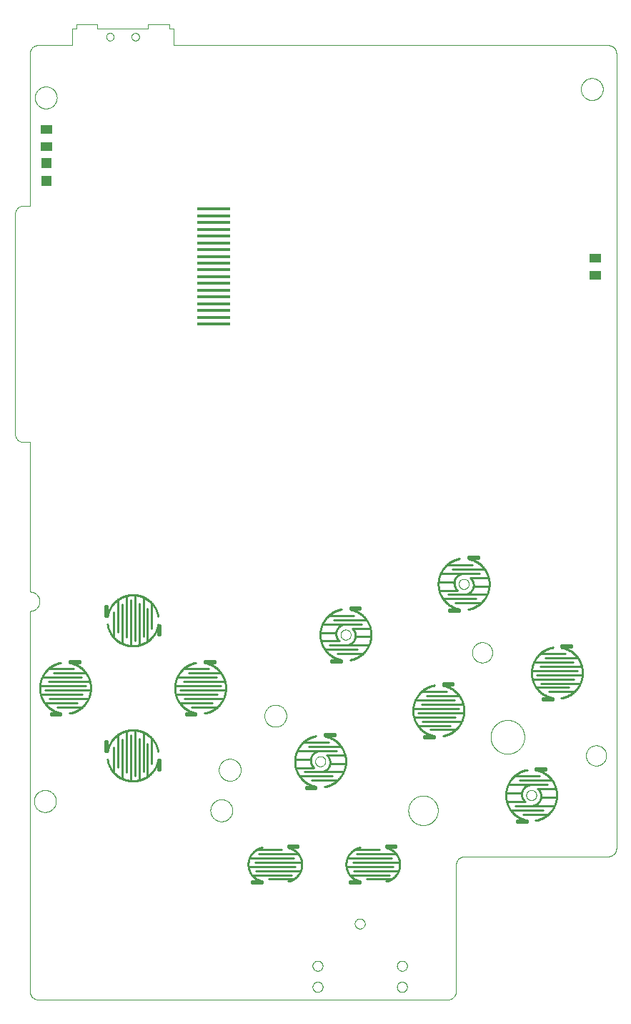
<source format=gtp>
G75*
%MOIN*%
%OFA0B0*%
%FSLAX25Y25*%
%IPPOS*%
%LPD*%
%AMOC8*
5,1,8,0,0,1.08239X$1,22.5*
%
%ADD10C,0.00000*%
%ADD11C,0.00039*%
%ADD12R,0.05512X0.04331*%
%ADD13R,0.15748X0.01575*%
%ADD14C,0.01000*%
%ADD15R,0.04724X0.04724*%
D10*
X0029320Y0023079D02*
X0029320Y0200244D01*
X0029453Y0200246D01*
X0029586Y0200252D01*
X0029718Y0200262D01*
X0029851Y0200275D01*
X0029982Y0200293D01*
X0030114Y0200314D01*
X0030244Y0200339D01*
X0030374Y0200368D01*
X0030503Y0200401D01*
X0030630Y0200438D01*
X0030757Y0200478D01*
X0030883Y0200522D01*
X0031007Y0200570D01*
X0031129Y0200621D01*
X0031250Y0200676D01*
X0031370Y0200735D01*
X0031487Y0200796D01*
X0031603Y0200862D01*
X0031717Y0200930D01*
X0031829Y0201002D01*
X0031938Y0201078D01*
X0032046Y0201156D01*
X0032151Y0201238D01*
X0032253Y0201322D01*
X0032353Y0201410D01*
X0032451Y0201500D01*
X0032545Y0201594D01*
X0032637Y0201690D01*
X0032726Y0201789D01*
X0032812Y0201890D01*
X0032895Y0201994D01*
X0032975Y0202100D01*
X0033052Y0202208D01*
X0033126Y0202319D01*
X0033196Y0202432D01*
X0033263Y0202546D01*
X0033327Y0202663D01*
X0033387Y0202782D01*
X0033444Y0202902D01*
X0033497Y0203024D01*
X0033546Y0203147D01*
X0033592Y0203272D01*
X0033635Y0203398D01*
X0033673Y0203525D01*
X0033708Y0203654D01*
X0033739Y0203783D01*
X0033766Y0203913D01*
X0033789Y0204044D01*
X0033809Y0204175D01*
X0033824Y0204308D01*
X0033836Y0204440D01*
X0033844Y0204573D01*
X0033848Y0204706D01*
X0033848Y0204838D01*
X0033844Y0204971D01*
X0033836Y0205104D01*
X0033824Y0205236D01*
X0033809Y0205369D01*
X0033789Y0205500D01*
X0033766Y0205631D01*
X0033739Y0205761D01*
X0033708Y0205890D01*
X0033673Y0206019D01*
X0033635Y0206146D01*
X0033592Y0206272D01*
X0033546Y0206397D01*
X0033497Y0206520D01*
X0033444Y0206642D01*
X0033387Y0206762D01*
X0033327Y0206881D01*
X0033263Y0206998D01*
X0033196Y0207112D01*
X0033126Y0207225D01*
X0033052Y0207336D01*
X0032975Y0207444D01*
X0032895Y0207550D01*
X0032812Y0207654D01*
X0032726Y0207755D01*
X0032637Y0207854D01*
X0032545Y0207950D01*
X0032451Y0208044D01*
X0032353Y0208134D01*
X0032253Y0208222D01*
X0032151Y0208306D01*
X0032046Y0208388D01*
X0031938Y0208466D01*
X0031829Y0208542D01*
X0031717Y0208614D01*
X0031603Y0208682D01*
X0031487Y0208748D01*
X0031370Y0208809D01*
X0031250Y0208868D01*
X0031129Y0208923D01*
X0031007Y0208974D01*
X0030883Y0209022D01*
X0030757Y0209066D01*
X0030630Y0209106D01*
X0030503Y0209143D01*
X0030374Y0209176D01*
X0030244Y0209205D01*
X0030114Y0209230D01*
X0029982Y0209251D01*
X0029851Y0209269D01*
X0029718Y0209282D01*
X0029586Y0209292D01*
X0029453Y0209298D01*
X0029320Y0209300D01*
X0029320Y0209299D02*
X0029320Y0278984D01*
X0026367Y0278984D01*
X0026243Y0278986D01*
X0026120Y0278992D01*
X0025996Y0279001D01*
X0025874Y0279015D01*
X0025751Y0279032D01*
X0025629Y0279054D01*
X0025508Y0279079D01*
X0025388Y0279108D01*
X0025269Y0279140D01*
X0025150Y0279177D01*
X0025033Y0279217D01*
X0024918Y0279260D01*
X0024803Y0279308D01*
X0024691Y0279359D01*
X0024580Y0279413D01*
X0024470Y0279471D01*
X0024363Y0279532D01*
X0024257Y0279597D01*
X0024154Y0279665D01*
X0024053Y0279736D01*
X0023954Y0279810D01*
X0023857Y0279887D01*
X0023763Y0279968D01*
X0023672Y0280051D01*
X0023583Y0280137D01*
X0023497Y0280226D01*
X0023414Y0280317D01*
X0023333Y0280411D01*
X0023256Y0280508D01*
X0023182Y0280607D01*
X0023111Y0280708D01*
X0023043Y0280811D01*
X0022978Y0280917D01*
X0022917Y0281024D01*
X0022859Y0281134D01*
X0022805Y0281245D01*
X0022754Y0281357D01*
X0022706Y0281472D01*
X0022663Y0281587D01*
X0022623Y0281704D01*
X0022586Y0281823D01*
X0022554Y0281942D01*
X0022525Y0282062D01*
X0022500Y0282183D01*
X0022478Y0282305D01*
X0022461Y0282428D01*
X0022447Y0282550D01*
X0022438Y0282674D01*
X0022432Y0282797D01*
X0022430Y0282921D01*
X0022430Y0385283D01*
X0022432Y0385407D01*
X0022438Y0385530D01*
X0022447Y0385654D01*
X0022461Y0385776D01*
X0022478Y0385899D01*
X0022500Y0386021D01*
X0022525Y0386142D01*
X0022554Y0386262D01*
X0022586Y0386381D01*
X0022623Y0386500D01*
X0022663Y0386617D01*
X0022706Y0386732D01*
X0022754Y0386847D01*
X0022805Y0386959D01*
X0022859Y0387070D01*
X0022917Y0387180D01*
X0022978Y0387287D01*
X0023043Y0387393D01*
X0023111Y0387496D01*
X0023182Y0387597D01*
X0023256Y0387696D01*
X0023333Y0387793D01*
X0023414Y0387887D01*
X0023497Y0387978D01*
X0023583Y0388067D01*
X0023672Y0388153D01*
X0023763Y0388236D01*
X0023857Y0388317D01*
X0023954Y0388394D01*
X0024053Y0388468D01*
X0024154Y0388539D01*
X0024257Y0388607D01*
X0024363Y0388672D01*
X0024470Y0388733D01*
X0024580Y0388791D01*
X0024691Y0388845D01*
X0024803Y0388896D01*
X0024918Y0388944D01*
X0025033Y0388987D01*
X0025150Y0389027D01*
X0025269Y0389064D01*
X0025388Y0389096D01*
X0025508Y0389125D01*
X0025629Y0389150D01*
X0025751Y0389172D01*
X0025874Y0389189D01*
X0025996Y0389203D01*
X0026120Y0389212D01*
X0026243Y0389218D01*
X0026367Y0389220D01*
X0029320Y0389220D01*
X0029320Y0460087D01*
X0029322Y0460211D01*
X0029328Y0460334D01*
X0029337Y0460458D01*
X0029351Y0460580D01*
X0029368Y0460703D01*
X0029390Y0460825D01*
X0029415Y0460946D01*
X0029444Y0461066D01*
X0029476Y0461185D01*
X0029513Y0461304D01*
X0029553Y0461421D01*
X0029596Y0461536D01*
X0029644Y0461651D01*
X0029695Y0461763D01*
X0029749Y0461874D01*
X0029807Y0461984D01*
X0029868Y0462091D01*
X0029933Y0462197D01*
X0030001Y0462300D01*
X0030072Y0462401D01*
X0030146Y0462500D01*
X0030223Y0462597D01*
X0030304Y0462691D01*
X0030387Y0462782D01*
X0030473Y0462871D01*
X0030562Y0462957D01*
X0030653Y0463040D01*
X0030747Y0463121D01*
X0030844Y0463198D01*
X0030943Y0463272D01*
X0031044Y0463343D01*
X0031147Y0463411D01*
X0031253Y0463476D01*
X0031360Y0463537D01*
X0031470Y0463595D01*
X0031581Y0463649D01*
X0031693Y0463700D01*
X0031808Y0463748D01*
X0031923Y0463791D01*
X0032040Y0463831D01*
X0032159Y0463868D01*
X0032278Y0463900D01*
X0032398Y0463929D01*
X0032519Y0463954D01*
X0032641Y0463976D01*
X0032764Y0463993D01*
X0032886Y0464007D01*
X0033010Y0464016D01*
X0033133Y0464022D01*
X0033257Y0464024D01*
X0049005Y0464024D01*
X0049005Y0471898D01*
X0050974Y0471898D01*
X0050974Y0473866D01*
X0060816Y0473866D01*
X0060816Y0471898D01*
X0084438Y0471898D01*
X0084438Y0473866D01*
X0094281Y0473866D01*
X0094281Y0471898D01*
X0096249Y0471898D01*
X0096249Y0464024D01*
X0299005Y0464024D01*
X0299129Y0464022D01*
X0299252Y0464016D01*
X0299376Y0464007D01*
X0299498Y0463993D01*
X0299621Y0463976D01*
X0299743Y0463954D01*
X0299864Y0463929D01*
X0299984Y0463900D01*
X0300103Y0463868D01*
X0300222Y0463831D01*
X0300339Y0463791D01*
X0300454Y0463748D01*
X0300569Y0463700D01*
X0300681Y0463649D01*
X0300792Y0463595D01*
X0300902Y0463537D01*
X0301009Y0463476D01*
X0301115Y0463411D01*
X0301218Y0463343D01*
X0301319Y0463272D01*
X0301418Y0463198D01*
X0301515Y0463121D01*
X0301609Y0463040D01*
X0301700Y0462957D01*
X0301789Y0462871D01*
X0301875Y0462782D01*
X0301958Y0462691D01*
X0302039Y0462597D01*
X0302116Y0462500D01*
X0302190Y0462401D01*
X0302261Y0462300D01*
X0302329Y0462197D01*
X0302394Y0462091D01*
X0302455Y0461984D01*
X0302513Y0461874D01*
X0302567Y0461763D01*
X0302618Y0461651D01*
X0302666Y0461536D01*
X0302709Y0461421D01*
X0302749Y0461304D01*
X0302786Y0461185D01*
X0302818Y0461066D01*
X0302847Y0460946D01*
X0302872Y0460825D01*
X0302894Y0460703D01*
X0302911Y0460580D01*
X0302925Y0460458D01*
X0302934Y0460334D01*
X0302940Y0460211D01*
X0302942Y0460087D01*
X0302942Y0089811D01*
X0302940Y0089687D01*
X0302934Y0089564D01*
X0302925Y0089440D01*
X0302911Y0089318D01*
X0302894Y0089195D01*
X0302872Y0089073D01*
X0302847Y0088952D01*
X0302818Y0088832D01*
X0302786Y0088713D01*
X0302749Y0088594D01*
X0302709Y0088477D01*
X0302666Y0088362D01*
X0302618Y0088247D01*
X0302567Y0088135D01*
X0302513Y0088024D01*
X0302455Y0087914D01*
X0302394Y0087807D01*
X0302329Y0087701D01*
X0302261Y0087598D01*
X0302190Y0087497D01*
X0302116Y0087398D01*
X0302039Y0087301D01*
X0301958Y0087207D01*
X0301875Y0087116D01*
X0301789Y0087027D01*
X0301700Y0086941D01*
X0301609Y0086858D01*
X0301515Y0086777D01*
X0301418Y0086700D01*
X0301319Y0086626D01*
X0301218Y0086555D01*
X0301115Y0086487D01*
X0301009Y0086422D01*
X0300902Y0086361D01*
X0300792Y0086303D01*
X0300681Y0086249D01*
X0300569Y0086198D01*
X0300454Y0086150D01*
X0300339Y0086107D01*
X0300222Y0086067D01*
X0300103Y0086030D01*
X0299984Y0085998D01*
X0299864Y0085969D01*
X0299743Y0085944D01*
X0299621Y0085922D01*
X0299498Y0085905D01*
X0299376Y0085891D01*
X0299252Y0085882D01*
X0299129Y0085876D01*
X0299005Y0085874D01*
X0232076Y0085874D01*
X0231952Y0085872D01*
X0231829Y0085866D01*
X0231705Y0085857D01*
X0231583Y0085843D01*
X0231460Y0085826D01*
X0231338Y0085804D01*
X0231217Y0085779D01*
X0231097Y0085750D01*
X0230978Y0085718D01*
X0230859Y0085681D01*
X0230742Y0085641D01*
X0230627Y0085598D01*
X0230512Y0085550D01*
X0230400Y0085499D01*
X0230289Y0085445D01*
X0230179Y0085387D01*
X0230072Y0085326D01*
X0229966Y0085261D01*
X0229863Y0085193D01*
X0229762Y0085122D01*
X0229663Y0085048D01*
X0229566Y0084971D01*
X0229472Y0084890D01*
X0229381Y0084807D01*
X0229292Y0084721D01*
X0229206Y0084632D01*
X0229123Y0084541D01*
X0229042Y0084447D01*
X0228965Y0084350D01*
X0228891Y0084251D01*
X0228820Y0084150D01*
X0228752Y0084047D01*
X0228687Y0083941D01*
X0228626Y0083834D01*
X0228568Y0083724D01*
X0228514Y0083613D01*
X0228463Y0083501D01*
X0228415Y0083386D01*
X0228372Y0083271D01*
X0228332Y0083154D01*
X0228295Y0083035D01*
X0228263Y0082916D01*
X0228234Y0082796D01*
X0228209Y0082675D01*
X0228187Y0082553D01*
X0228170Y0082430D01*
X0228156Y0082308D01*
X0228147Y0082184D01*
X0228141Y0082061D01*
X0228139Y0081937D01*
X0228139Y0023079D01*
X0228137Y0022955D01*
X0228131Y0022832D01*
X0228122Y0022708D01*
X0228108Y0022586D01*
X0228091Y0022463D01*
X0228069Y0022341D01*
X0228044Y0022220D01*
X0228015Y0022100D01*
X0227983Y0021981D01*
X0227946Y0021862D01*
X0227906Y0021745D01*
X0227863Y0021630D01*
X0227815Y0021515D01*
X0227764Y0021403D01*
X0227710Y0021292D01*
X0227652Y0021182D01*
X0227591Y0021075D01*
X0227526Y0020969D01*
X0227458Y0020866D01*
X0227387Y0020765D01*
X0227313Y0020666D01*
X0227236Y0020569D01*
X0227155Y0020475D01*
X0227072Y0020384D01*
X0226986Y0020295D01*
X0226897Y0020209D01*
X0226806Y0020126D01*
X0226712Y0020045D01*
X0226615Y0019968D01*
X0226516Y0019894D01*
X0226415Y0019823D01*
X0226312Y0019755D01*
X0226206Y0019690D01*
X0226099Y0019629D01*
X0225989Y0019571D01*
X0225878Y0019517D01*
X0225766Y0019466D01*
X0225651Y0019418D01*
X0225536Y0019375D01*
X0225419Y0019335D01*
X0225300Y0019298D01*
X0225181Y0019266D01*
X0225061Y0019237D01*
X0224940Y0019212D01*
X0224818Y0019190D01*
X0224695Y0019173D01*
X0224573Y0019159D01*
X0224449Y0019150D01*
X0224326Y0019144D01*
X0224202Y0019142D01*
X0033257Y0019142D01*
X0033133Y0019144D01*
X0033010Y0019150D01*
X0032886Y0019159D01*
X0032764Y0019173D01*
X0032641Y0019190D01*
X0032519Y0019212D01*
X0032398Y0019237D01*
X0032278Y0019266D01*
X0032159Y0019298D01*
X0032040Y0019335D01*
X0031923Y0019375D01*
X0031808Y0019418D01*
X0031693Y0019466D01*
X0031581Y0019517D01*
X0031470Y0019571D01*
X0031360Y0019629D01*
X0031253Y0019690D01*
X0031147Y0019755D01*
X0031044Y0019823D01*
X0030943Y0019894D01*
X0030844Y0019968D01*
X0030747Y0020045D01*
X0030653Y0020126D01*
X0030562Y0020209D01*
X0030473Y0020295D01*
X0030387Y0020384D01*
X0030304Y0020475D01*
X0030223Y0020569D01*
X0030146Y0020666D01*
X0030072Y0020765D01*
X0030001Y0020866D01*
X0029933Y0020969D01*
X0029868Y0021075D01*
X0029807Y0021182D01*
X0029749Y0021292D01*
X0029695Y0021403D01*
X0029644Y0021515D01*
X0029596Y0021630D01*
X0029553Y0021745D01*
X0029513Y0021862D01*
X0029476Y0021981D01*
X0029444Y0022100D01*
X0029415Y0022220D01*
X0029390Y0022341D01*
X0029368Y0022463D01*
X0029351Y0022586D01*
X0029337Y0022708D01*
X0029328Y0022832D01*
X0029322Y0022955D01*
X0029320Y0023079D01*
X0161210Y0025047D02*
X0161212Y0025144D01*
X0161218Y0025241D01*
X0161228Y0025337D01*
X0161242Y0025433D01*
X0161260Y0025529D01*
X0161281Y0025623D01*
X0161307Y0025717D01*
X0161336Y0025809D01*
X0161370Y0025900D01*
X0161406Y0025990D01*
X0161447Y0026078D01*
X0161491Y0026164D01*
X0161539Y0026249D01*
X0161590Y0026331D01*
X0161644Y0026412D01*
X0161702Y0026490D01*
X0161763Y0026565D01*
X0161826Y0026638D01*
X0161893Y0026709D01*
X0161963Y0026776D01*
X0162035Y0026841D01*
X0162110Y0026902D01*
X0162188Y0026961D01*
X0162267Y0027016D01*
X0162349Y0027068D01*
X0162433Y0027116D01*
X0162519Y0027161D01*
X0162607Y0027203D01*
X0162696Y0027241D01*
X0162787Y0027275D01*
X0162879Y0027305D01*
X0162972Y0027332D01*
X0163067Y0027354D01*
X0163162Y0027373D01*
X0163258Y0027388D01*
X0163354Y0027399D01*
X0163451Y0027406D01*
X0163548Y0027409D01*
X0163645Y0027408D01*
X0163742Y0027403D01*
X0163838Y0027394D01*
X0163934Y0027381D01*
X0164030Y0027364D01*
X0164125Y0027343D01*
X0164218Y0027319D01*
X0164311Y0027290D01*
X0164403Y0027258D01*
X0164493Y0027222D01*
X0164581Y0027183D01*
X0164668Y0027139D01*
X0164753Y0027093D01*
X0164836Y0027042D01*
X0164917Y0026989D01*
X0164995Y0026932D01*
X0165072Y0026872D01*
X0165145Y0026809D01*
X0165216Y0026743D01*
X0165284Y0026674D01*
X0165350Y0026602D01*
X0165412Y0026528D01*
X0165471Y0026451D01*
X0165527Y0026372D01*
X0165580Y0026290D01*
X0165630Y0026207D01*
X0165675Y0026121D01*
X0165718Y0026034D01*
X0165757Y0025945D01*
X0165792Y0025855D01*
X0165823Y0025763D01*
X0165850Y0025670D01*
X0165874Y0025576D01*
X0165894Y0025481D01*
X0165910Y0025385D01*
X0165922Y0025289D01*
X0165930Y0025192D01*
X0165934Y0025095D01*
X0165934Y0024999D01*
X0165930Y0024902D01*
X0165922Y0024805D01*
X0165910Y0024709D01*
X0165894Y0024613D01*
X0165874Y0024518D01*
X0165850Y0024424D01*
X0165823Y0024331D01*
X0165792Y0024239D01*
X0165757Y0024149D01*
X0165718Y0024060D01*
X0165675Y0023973D01*
X0165630Y0023887D01*
X0165580Y0023804D01*
X0165527Y0023722D01*
X0165471Y0023643D01*
X0165412Y0023566D01*
X0165350Y0023492D01*
X0165284Y0023420D01*
X0165216Y0023351D01*
X0165145Y0023285D01*
X0165072Y0023222D01*
X0164995Y0023162D01*
X0164917Y0023105D01*
X0164836Y0023052D01*
X0164753Y0023001D01*
X0164668Y0022955D01*
X0164581Y0022911D01*
X0164493Y0022872D01*
X0164403Y0022836D01*
X0164311Y0022804D01*
X0164218Y0022775D01*
X0164125Y0022751D01*
X0164030Y0022730D01*
X0163934Y0022713D01*
X0163838Y0022700D01*
X0163742Y0022691D01*
X0163645Y0022686D01*
X0163548Y0022685D01*
X0163451Y0022688D01*
X0163354Y0022695D01*
X0163258Y0022706D01*
X0163162Y0022721D01*
X0163067Y0022740D01*
X0162972Y0022762D01*
X0162879Y0022789D01*
X0162787Y0022819D01*
X0162696Y0022853D01*
X0162607Y0022891D01*
X0162519Y0022933D01*
X0162433Y0022978D01*
X0162349Y0023026D01*
X0162267Y0023078D01*
X0162188Y0023133D01*
X0162110Y0023192D01*
X0162035Y0023253D01*
X0161963Y0023318D01*
X0161893Y0023385D01*
X0161826Y0023456D01*
X0161763Y0023529D01*
X0161702Y0023604D01*
X0161644Y0023682D01*
X0161590Y0023763D01*
X0161539Y0023845D01*
X0161491Y0023930D01*
X0161447Y0024016D01*
X0161406Y0024104D01*
X0161370Y0024194D01*
X0161336Y0024285D01*
X0161307Y0024377D01*
X0161281Y0024471D01*
X0161260Y0024565D01*
X0161242Y0024661D01*
X0161228Y0024757D01*
X0161218Y0024853D01*
X0161212Y0024950D01*
X0161210Y0025047D01*
X0161210Y0034890D02*
X0161212Y0034987D01*
X0161218Y0035084D01*
X0161228Y0035180D01*
X0161242Y0035276D01*
X0161260Y0035372D01*
X0161281Y0035466D01*
X0161307Y0035560D01*
X0161336Y0035652D01*
X0161370Y0035743D01*
X0161406Y0035833D01*
X0161447Y0035921D01*
X0161491Y0036007D01*
X0161539Y0036092D01*
X0161590Y0036174D01*
X0161644Y0036255D01*
X0161702Y0036333D01*
X0161763Y0036408D01*
X0161826Y0036481D01*
X0161893Y0036552D01*
X0161963Y0036619D01*
X0162035Y0036684D01*
X0162110Y0036745D01*
X0162188Y0036804D01*
X0162267Y0036859D01*
X0162349Y0036911D01*
X0162433Y0036959D01*
X0162519Y0037004D01*
X0162607Y0037046D01*
X0162696Y0037084D01*
X0162787Y0037118D01*
X0162879Y0037148D01*
X0162972Y0037175D01*
X0163067Y0037197D01*
X0163162Y0037216D01*
X0163258Y0037231D01*
X0163354Y0037242D01*
X0163451Y0037249D01*
X0163548Y0037252D01*
X0163645Y0037251D01*
X0163742Y0037246D01*
X0163838Y0037237D01*
X0163934Y0037224D01*
X0164030Y0037207D01*
X0164125Y0037186D01*
X0164218Y0037162D01*
X0164311Y0037133D01*
X0164403Y0037101D01*
X0164493Y0037065D01*
X0164581Y0037026D01*
X0164668Y0036982D01*
X0164753Y0036936D01*
X0164836Y0036885D01*
X0164917Y0036832D01*
X0164995Y0036775D01*
X0165072Y0036715D01*
X0165145Y0036652D01*
X0165216Y0036586D01*
X0165284Y0036517D01*
X0165350Y0036445D01*
X0165412Y0036371D01*
X0165471Y0036294D01*
X0165527Y0036215D01*
X0165580Y0036133D01*
X0165630Y0036050D01*
X0165675Y0035964D01*
X0165718Y0035877D01*
X0165757Y0035788D01*
X0165792Y0035698D01*
X0165823Y0035606D01*
X0165850Y0035513D01*
X0165874Y0035419D01*
X0165894Y0035324D01*
X0165910Y0035228D01*
X0165922Y0035132D01*
X0165930Y0035035D01*
X0165934Y0034938D01*
X0165934Y0034842D01*
X0165930Y0034745D01*
X0165922Y0034648D01*
X0165910Y0034552D01*
X0165894Y0034456D01*
X0165874Y0034361D01*
X0165850Y0034267D01*
X0165823Y0034174D01*
X0165792Y0034082D01*
X0165757Y0033992D01*
X0165718Y0033903D01*
X0165675Y0033816D01*
X0165630Y0033730D01*
X0165580Y0033647D01*
X0165527Y0033565D01*
X0165471Y0033486D01*
X0165412Y0033409D01*
X0165350Y0033335D01*
X0165284Y0033263D01*
X0165216Y0033194D01*
X0165145Y0033128D01*
X0165072Y0033065D01*
X0164995Y0033005D01*
X0164917Y0032948D01*
X0164836Y0032895D01*
X0164753Y0032844D01*
X0164668Y0032798D01*
X0164581Y0032754D01*
X0164493Y0032715D01*
X0164403Y0032679D01*
X0164311Y0032647D01*
X0164218Y0032618D01*
X0164125Y0032594D01*
X0164030Y0032573D01*
X0163934Y0032556D01*
X0163838Y0032543D01*
X0163742Y0032534D01*
X0163645Y0032529D01*
X0163548Y0032528D01*
X0163451Y0032531D01*
X0163354Y0032538D01*
X0163258Y0032549D01*
X0163162Y0032564D01*
X0163067Y0032583D01*
X0162972Y0032605D01*
X0162879Y0032632D01*
X0162787Y0032662D01*
X0162696Y0032696D01*
X0162607Y0032734D01*
X0162519Y0032776D01*
X0162433Y0032821D01*
X0162349Y0032869D01*
X0162267Y0032921D01*
X0162188Y0032976D01*
X0162110Y0033035D01*
X0162035Y0033096D01*
X0161963Y0033161D01*
X0161893Y0033228D01*
X0161826Y0033299D01*
X0161763Y0033372D01*
X0161702Y0033447D01*
X0161644Y0033525D01*
X0161590Y0033606D01*
X0161539Y0033688D01*
X0161491Y0033773D01*
X0161447Y0033859D01*
X0161406Y0033947D01*
X0161370Y0034037D01*
X0161336Y0034128D01*
X0161307Y0034220D01*
X0161281Y0034314D01*
X0161260Y0034408D01*
X0161242Y0034504D01*
X0161228Y0034600D01*
X0161218Y0034696D01*
X0161212Y0034793D01*
X0161210Y0034890D01*
X0180895Y0054575D02*
X0180897Y0054672D01*
X0180903Y0054769D01*
X0180913Y0054865D01*
X0180927Y0054961D01*
X0180945Y0055057D01*
X0180966Y0055151D01*
X0180992Y0055245D01*
X0181021Y0055337D01*
X0181055Y0055428D01*
X0181091Y0055518D01*
X0181132Y0055606D01*
X0181176Y0055692D01*
X0181224Y0055777D01*
X0181275Y0055859D01*
X0181329Y0055940D01*
X0181387Y0056018D01*
X0181448Y0056093D01*
X0181511Y0056166D01*
X0181578Y0056237D01*
X0181648Y0056304D01*
X0181720Y0056369D01*
X0181795Y0056430D01*
X0181873Y0056489D01*
X0181952Y0056544D01*
X0182034Y0056596D01*
X0182118Y0056644D01*
X0182204Y0056689D01*
X0182292Y0056731D01*
X0182381Y0056769D01*
X0182472Y0056803D01*
X0182564Y0056833D01*
X0182657Y0056860D01*
X0182752Y0056882D01*
X0182847Y0056901D01*
X0182943Y0056916D01*
X0183039Y0056927D01*
X0183136Y0056934D01*
X0183233Y0056937D01*
X0183330Y0056936D01*
X0183427Y0056931D01*
X0183523Y0056922D01*
X0183619Y0056909D01*
X0183715Y0056892D01*
X0183810Y0056871D01*
X0183903Y0056847D01*
X0183996Y0056818D01*
X0184088Y0056786D01*
X0184178Y0056750D01*
X0184266Y0056711D01*
X0184353Y0056667D01*
X0184438Y0056621D01*
X0184521Y0056570D01*
X0184602Y0056517D01*
X0184680Y0056460D01*
X0184757Y0056400D01*
X0184830Y0056337D01*
X0184901Y0056271D01*
X0184969Y0056202D01*
X0185035Y0056130D01*
X0185097Y0056056D01*
X0185156Y0055979D01*
X0185212Y0055900D01*
X0185265Y0055818D01*
X0185315Y0055735D01*
X0185360Y0055649D01*
X0185403Y0055562D01*
X0185442Y0055473D01*
X0185477Y0055383D01*
X0185508Y0055291D01*
X0185535Y0055198D01*
X0185559Y0055104D01*
X0185579Y0055009D01*
X0185595Y0054913D01*
X0185607Y0054817D01*
X0185615Y0054720D01*
X0185619Y0054623D01*
X0185619Y0054527D01*
X0185615Y0054430D01*
X0185607Y0054333D01*
X0185595Y0054237D01*
X0185579Y0054141D01*
X0185559Y0054046D01*
X0185535Y0053952D01*
X0185508Y0053859D01*
X0185477Y0053767D01*
X0185442Y0053677D01*
X0185403Y0053588D01*
X0185360Y0053501D01*
X0185315Y0053415D01*
X0185265Y0053332D01*
X0185212Y0053250D01*
X0185156Y0053171D01*
X0185097Y0053094D01*
X0185035Y0053020D01*
X0184969Y0052948D01*
X0184901Y0052879D01*
X0184830Y0052813D01*
X0184757Y0052750D01*
X0184680Y0052690D01*
X0184602Y0052633D01*
X0184521Y0052580D01*
X0184438Y0052529D01*
X0184353Y0052483D01*
X0184266Y0052439D01*
X0184178Y0052400D01*
X0184088Y0052364D01*
X0183996Y0052332D01*
X0183903Y0052303D01*
X0183810Y0052279D01*
X0183715Y0052258D01*
X0183619Y0052241D01*
X0183523Y0052228D01*
X0183427Y0052219D01*
X0183330Y0052214D01*
X0183233Y0052213D01*
X0183136Y0052216D01*
X0183039Y0052223D01*
X0182943Y0052234D01*
X0182847Y0052249D01*
X0182752Y0052268D01*
X0182657Y0052290D01*
X0182564Y0052317D01*
X0182472Y0052347D01*
X0182381Y0052381D01*
X0182292Y0052419D01*
X0182204Y0052461D01*
X0182118Y0052506D01*
X0182034Y0052554D01*
X0181952Y0052606D01*
X0181873Y0052661D01*
X0181795Y0052720D01*
X0181720Y0052781D01*
X0181648Y0052846D01*
X0181578Y0052913D01*
X0181511Y0052984D01*
X0181448Y0053057D01*
X0181387Y0053132D01*
X0181329Y0053210D01*
X0181275Y0053291D01*
X0181224Y0053373D01*
X0181176Y0053458D01*
X0181132Y0053544D01*
X0181091Y0053632D01*
X0181055Y0053722D01*
X0181021Y0053813D01*
X0180992Y0053905D01*
X0180966Y0053999D01*
X0180945Y0054093D01*
X0180927Y0054189D01*
X0180913Y0054285D01*
X0180903Y0054381D01*
X0180897Y0054478D01*
X0180895Y0054575D01*
X0200580Y0034890D02*
X0200582Y0034987D01*
X0200588Y0035084D01*
X0200598Y0035180D01*
X0200612Y0035276D01*
X0200630Y0035372D01*
X0200651Y0035466D01*
X0200677Y0035560D01*
X0200706Y0035652D01*
X0200740Y0035743D01*
X0200776Y0035833D01*
X0200817Y0035921D01*
X0200861Y0036007D01*
X0200909Y0036092D01*
X0200960Y0036174D01*
X0201014Y0036255D01*
X0201072Y0036333D01*
X0201133Y0036408D01*
X0201196Y0036481D01*
X0201263Y0036552D01*
X0201333Y0036619D01*
X0201405Y0036684D01*
X0201480Y0036745D01*
X0201558Y0036804D01*
X0201637Y0036859D01*
X0201719Y0036911D01*
X0201803Y0036959D01*
X0201889Y0037004D01*
X0201977Y0037046D01*
X0202066Y0037084D01*
X0202157Y0037118D01*
X0202249Y0037148D01*
X0202342Y0037175D01*
X0202437Y0037197D01*
X0202532Y0037216D01*
X0202628Y0037231D01*
X0202724Y0037242D01*
X0202821Y0037249D01*
X0202918Y0037252D01*
X0203015Y0037251D01*
X0203112Y0037246D01*
X0203208Y0037237D01*
X0203304Y0037224D01*
X0203400Y0037207D01*
X0203495Y0037186D01*
X0203588Y0037162D01*
X0203681Y0037133D01*
X0203773Y0037101D01*
X0203863Y0037065D01*
X0203951Y0037026D01*
X0204038Y0036982D01*
X0204123Y0036936D01*
X0204206Y0036885D01*
X0204287Y0036832D01*
X0204365Y0036775D01*
X0204442Y0036715D01*
X0204515Y0036652D01*
X0204586Y0036586D01*
X0204654Y0036517D01*
X0204720Y0036445D01*
X0204782Y0036371D01*
X0204841Y0036294D01*
X0204897Y0036215D01*
X0204950Y0036133D01*
X0205000Y0036050D01*
X0205045Y0035964D01*
X0205088Y0035877D01*
X0205127Y0035788D01*
X0205162Y0035698D01*
X0205193Y0035606D01*
X0205220Y0035513D01*
X0205244Y0035419D01*
X0205264Y0035324D01*
X0205280Y0035228D01*
X0205292Y0035132D01*
X0205300Y0035035D01*
X0205304Y0034938D01*
X0205304Y0034842D01*
X0205300Y0034745D01*
X0205292Y0034648D01*
X0205280Y0034552D01*
X0205264Y0034456D01*
X0205244Y0034361D01*
X0205220Y0034267D01*
X0205193Y0034174D01*
X0205162Y0034082D01*
X0205127Y0033992D01*
X0205088Y0033903D01*
X0205045Y0033816D01*
X0205000Y0033730D01*
X0204950Y0033647D01*
X0204897Y0033565D01*
X0204841Y0033486D01*
X0204782Y0033409D01*
X0204720Y0033335D01*
X0204654Y0033263D01*
X0204586Y0033194D01*
X0204515Y0033128D01*
X0204442Y0033065D01*
X0204365Y0033005D01*
X0204287Y0032948D01*
X0204206Y0032895D01*
X0204123Y0032844D01*
X0204038Y0032798D01*
X0203951Y0032754D01*
X0203863Y0032715D01*
X0203773Y0032679D01*
X0203681Y0032647D01*
X0203588Y0032618D01*
X0203495Y0032594D01*
X0203400Y0032573D01*
X0203304Y0032556D01*
X0203208Y0032543D01*
X0203112Y0032534D01*
X0203015Y0032529D01*
X0202918Y0032528D01*
X0202821Y0032531D01*
X0202724Y0032538D01*
X0202628Y0032549D01*
X0202532Y0032564D01*
X0202437Y0032583D01*
X0202342Y0032605D01*
X0202249Y0032632D01*
X0202157Y0032662D01*
X0202066Y0032696D01*
X0201977Y0032734D01*
X0201889Y0032776D01*
X0201803Y0032821D01*
X0201719Y0032869D01*
X0201637Y0032921D01*
X0201558Y0032976D01*
X0201480Y0033035D01*
X0201405Y0033096D01*
X0201333Y0033161D01*
X0201263Y0033228D01*
X0201196Y0033299D01*
X0201133Y0033372D01*
X0201072Y0033447D01*
X0201014Y0033525D01*
X0200960Y0033606D01*
X0200909Y0033688D01*
X0200861Y0033773D01*
X0200817Y0033859D01*
X0200776Y0033947D01*
X0200740Y0034037D01*
X0200706Y0034128D01*
X0200677Y0034220D01*
X0200651Y0034314D01*
X0200630Y0034408D01*
X0200612Y0034504D01*
X0200598Y0034600D01*
X0200588Y0034696D01*
X0200582Y0034793D01*
X0200580Y0034890D01*
X0200580Y0025047D02*
X0200582Y0025144D01*
X0200588Y0025241D01*
X0200598Y0025337D01*
X0200612Y0025433D01*
X0200630Y0025529D01*
X0200651Y0025623D01*
X0200677Y0025717D01*
X0200706Y0025809D01*
X0200740Y0025900D01*
X0200776Y0025990D01*
X0200817Y0026078D01*
X0200861Y0026164D01*
X0200909Y0026249D01*
X0200960Y0026331D01*
X0201014Y0026412D01*
X0201072Y0026490D01*
X0201133Y0026565D01*
X0201196Y0026638D01*
X0201263Y0026709D01*
X0201333Y0026776D01*
X0201405Y0026841D01*
X0201480Y0026902D01*
X0201558Y0026961D01*
X0201637Y0027016D01*
X0201719Y0027068D01*
X0201803Y0027116D01*
X0201889Y0027161D01*
X0201977Y0027203D01*
X0202066Y0027241D01*
X0202157Y0027275D01*
X0202249Y0027305D01*
X0202342Y0027332D01*
X0202437Y0027354D01*
X0202532Y0027373D01*
X0202628Y0027388D01*
X0202724Y0027399D01*
X0202821Y0027406D01*
X0202918Y0027409D01*
X0203015Y0027408D01*
X0203112Y0027403D01*
X0203208Y0027394D01*
X0203304Y0027381D01*
X0203400Y0027364D01*
X0203495Y0027343D01*
X0203588Y0027319D01*
X0203681Y0027290D01*
X0203773Y0027258D01*
X0203863Y0027222D01*
X0203951Y0027183D01*
X0204038Y0027139D01*
X0204123Y0027093D01*
X0204206Y0027042D01*
X0204287Y0026989D01*
X0204365Y0026932D01*
X0204442Y0026872D01*
X0204515Y0026809D01*
X0204586Y0026743D01*
X0204654Y0026674D01*
X0204720Y0026602D01*
X0204782Y0026528D01*
X0204841Y0026451D01*
X0204897Y0026372D01*
X0204950Y0026290D01*
X0205000Y0026207D01*
X0205045Y0026121D01*
X0205088Y0026034D01*
X0205127Y0025945D01*
X0205162Y0025855D01*
X0205193Y0025763D01*
X0205220Y0025670D01*
X0205244Y0025576D01*
X0205264Y0025481D01*
X0205280Y0025385D01*
X0205292Y0025289D01*
X0205300Y0025192D01*
X0205304Y0025095D01*
X0205304Y0024999D01*
X0205300Y0024902D01*
X0205292Y0024805D01*
X0205280Y0024709D01*
X0205264Y0024613D01*
X0205244Y0024518D01*
X0205220Y0024424D01*
X0205193Y0024331D01*
X0205162Y0024239D01*
X0205127Y0024149D01*
X0205088Y0024060D01*
X0205045Y0023973D01*
X0205000Y0023887D01*
X0204950Y0023804D01*
X0204897Y0023722D01*
X0204841Y0023643D01*
X0204782Y0023566D01*
X0204720Y0023492D01*
X0204654Y0023420D01*
X0204586Y0023351D01*
X0204515Y0023285D01*
X0204442Y0023222D01*
X0204365Y0023162D01*
X0204287Y0023105D01*
X0204206Y0023052D01*
X0204123Y0023001D01*
X0204038Y0022955D01*
X0203951Y0022911D01*
X0203863Y0022872D01*
X0203773Y0022836D01*
X0203681Y0022804D01*
X0203588Y0022775D01*
X0203495Y0022751D01*
X0203400Y0022730D01*
X0203304Y0022713D01*
X0203208Y0022700D01*
X0203112Y0022691D01*
X0203015Y0022686D01*
X0202918Y0022685D01*
X0202821Y0022688D01*
X0202724Y0022695D01*
X0202628Y0022706D01*
X0202532Y0022721D01*
X0202437Y0022740D01*
X0202342Y0022762D01*
X0202249Y0022789D01*
X0202157Y0022819D01*
X0202066Y0022853D01*
X0201977Y0022891D01*
X0201889Y0022933D01*
X0201803Y0022978D01*
X0201719Y0023026D01*
X0201637Y0023078D01*
X0201558Y0023133D01*
X0201480Y0023192D01*
X0201405Y0023253D01*
X0201333Y0023318D01*
X0201263Y0023385D01*
X0201196Y0023456D01*
X0201133Y0023529D01*
X0201072Y0023604D01*
X0201014Y0023682D01*
X0200960Y0023763D01*
X0200909Y0023845D01*
X0200861Y0023930D01*
X0200817Y0024016D01*
X0200776Y0024104D01*
X0200740Y0024194D01*
X0200706Y0024285D01*
X0200677Y0024377D01*
X0200651Y0024471D01*
X0200630Y0024565D01*
X0200612Y0024661D01*
X0200598Y0024757D01*
X0200588Y0024853D01*
X0200582Y0024950D01*
X0200580Y0025047D01*
X0260895Y0114457D02*
X0260897Y0114554D01*
X0260903Y0114651D01*
X0260913Y0114747D01*
X0260927Y0114843D01*
X0260945Y0114939D01*
X0260966Y0115033D01*
X0260992Y0115127D01*
X0261021Y0115219D01*
X0261055Y0115310D01*
X0261091Y0115400D01*
X0261132Y0115488D01*
X0261176Y0115574D01*
X0261224Y0115659D01*
X0261275Y0115741D01*
X0261329Y0115822D01*
X0261387Y0115900D01*
X0261448Y0115975D01*
X0261511Y0116048D01*
X0261578Y0116119D01*
X0261648Y0116186D01*
X0261720Y0116251D01*
X0261795Y0116312D01*
X0261873Y0116371D01*
X0261952Y0116426D01*
X0262034Y0116478D01*
X0262118Y0116526D01*
X0262204Y0116571D01*
X0262292Y0116613D01*
X0262381Y0116651D01*
X0262472Y0116685D01*
X0262564Y0116715D01*
X0262657Y0116742D01*
X0262752Y0116764D01*
X0262847Y0116783D01*
X0262943Y0116798D01*
X0263039Y0116809D01*
X0263136Y0116816D01*
X0263233Y0116819D01*
X0263330Y0116818D01*
X0263427Y0116813D01*
X0263523Y0116804D01*
X0263619Y0116791D01*
X0263715Y0116774D01*
X0263810Y0116753D01*
X0263903Y0116729D01*
X0263996Y0116700D01*
X0264088Y0116668D01*
X0264178Y0116632D01*
X0264266Y0116593D01*
X0264353Y0116549D01*
X0264438Y0116503D01*
X0264521Y0116452D01*
X0264602Y0116399D01*
X0264680Y0116342D01*
X0264757Y0116282D01*
X0264830Y0116219D01*
X0264901Y0116153D01*
X0264969Y0116084D01*
X0265035Y0116012D01*
X0265097Y0115938D01*
X0265156Y0115861D01*
X0265212Y0115782D01*
X0265265Y0115700D01*
X0265315Y0115617D01*
X0265360Y0115531D01*
X0265403Y0115444D01*
X0265442Y0115355D01*
X0265477Y0115265D01*
X0265508Y0115173D01*
X0265535Y0115080D01*
X0265559Y0114986D01*
X0265579Y0114891D01*
X0265595Y0114795D01*
X0265607Y0114699D01*
X0265615Y0114602D01*
X0265619Y0114505D01*
X0265619Y0114409D01*
X0265615Y0114312D01*
X0265607Y0114215D01*
X0265595Y0114119D01*
X0265579Y0114023D01*
X0265559Y0113928D01*
X0265535Y0113834D01*
X0265508Y0113741D01*
X0265477Y0113649D01*
X0265442Y0113559D01*
X0265403Y0113470D01*
X0265360Y0113383D01*
X0265315Y0113297D01*
X0265265Y0113214D01*
X0265212Y0113132D01*
X0265156Y0113053D01*
X0265097Y0112976D01*
X0265035Y0112902D01*
X0264969Y0112830D01*
X0264901Y0112761D01*
X0264830Y0112695D01*
X0264757Y0112632D01*
X0264680Y0112572D01*
X0264602Y0112515D01*
X0264521Y0112462D01*
X0264438Y0112411D01*
X0264353Y0112365D01*
X0264266Y0112321D01*
X0264178Y0112282D01*
X0264088Y0112246D01*
X0263996Y0112214D01*
X0263903Y0112185D01*
X0263810Y0112161D01*
X0263715Y0112140D01*
X0263619Y0112123D01*
X0263523Y0112110D01*
X0263427Y0112101D01*
X0263330Y0112096D01*
X0263233Y0112095D01*
X0263136Y0112098D01*
X0263039Y0112105D01*
X0262943Y0112116D01*
X0262847Y0112131D01*
X0262752Y0112150D01*
X0262657Y0112172D01*
X0262564Y0112199D01*
X0262472Y0112229D01*
X0262381Y0112263D01*
X0262292Y0112301D01*
X0262204Y0112343D01*
X0262118Y0112388D01*
X0262034Y0112436D01*
X0261952Y0112488D01*
X0261873Y0112543D01*
X0261795Y0112602D01*
X0261720Y0112663D01*
X0261648Y0112728D01*
X0261578Y0112795D01*
X0261511Y0112866D01*
X0261448Y0112939D01*
X0261387Y0113014D01*
X0261329Y0113092D01*
X0261275Y0113173D01*
X0261224Y0113255D01*
X0261176Y0113340D01*
X0261132Y0113426D01*
X0261091Y0113514D01*
X0261055Y0113604D01*
X0261021Y0113695D01*
X0260992Y0113787D01*
X0260966Y0113881D01*
X0260945Y0113975D01*
X0260927Y0114071D01*
X0260913Y0114167D01*
X0260903Y0114263D01*
X0260897Y0114360D01*
X0260895Y0114457D01*
X0229399Y0212882D02*
X0229401Y0212979D01*
X0229407Y0213076D01*
X0229417Y0213172D01*
X0229431Y0213268D01*
X0229449Y0213364D01*
X0229470Y0213458D01*
X0229496Y0213552D01*
X0229525Y0213644D01*
X0229559Y0213735D01*
X0229595Y0213825D01*
X0229636Y0213913D01*
X0229680Y0213999D01*
X0229728Y0214084D01*
X0229779Y0214166D01*
X0229833Y0214247D01*
X0229891Y0214325D01*
X0229952Y0214400D01*
X0230015Y0214473D01*
X0230082Y0214544D01*
X0230152Y0214611D01*
X0230224Y0214676D01*
X0230299Y0214737D01*
X0230377Y0214796D01*
X0230456Y0214851D01*
X0230538Y0214903D01*
X0230622Y0214951D01*
X0230708Y0214996D01*
X0230796Y0215038D01*
X0230885Y0215076D01*
X0230976Y0215110D01*
X0231068Y0215140D01*
X0231161Y0215167D01*
X0231256Y0215189D01*
X0231351Y0215208D01*
X0231447Y0215223D01*
X0231543Y0215234D01*
X0231640Y0215241D01*
X0231737Y0215244D01*
X0231834Y0215243D01*
X0231931Y0215238D01*
X0232027Y0215229D01*
X0232123Y0215216D01*
X0232219Y0215199D01*
X0232314Y0215178D01*
X0232407Y0215154D01*
X0232500Y0215125D01*
X0232592Y0215093D01*
X0232682Y0215057D01*
X0232770Y0215018D01*
X0232857Y0214974D01*
X0232942Y0214928D01*
X0233025Y0214877D01*
X0233106Y0214824D01*
X0233184Y0214767D01*
X0233261Y0214707D01*
X0233334Y0214644D01*
X0233405Y0214578D01*
X0233473Y0214509D01*
X0233539Y0214437D01*
X0233601Y0214363D01*
X0233660Y0214286D01*
X0233716Y0214207D01*
X0233769Y0214125D01*
X0233819Y0214042D01*
X0233864Y0213956D01*
X0233907Y0213869D01*
X0233946Y0213780D01*
X0233981Y0213690D01*
X0234012Y0213598D01*
X0234039Y0213505D01*
X0234063Y0213411D01*
X0234083Y0213316D01*
X0234099Y0213220D01*
X0234111Y0213124D01*
X0234119Y0213027D01*
X0234123Y0212930D01*
X0234123Y0212834D01*
X0234119Y0212737D01*
X0234111Y0212640D01*
X0234099Y0212544D01*
X0234083Y0212448D01*
X0234063Y0212353D01*
X0234039Y0212259D01*
X0234012Y0212166D01*
X0233981Y0212074D01*
X0233946Y0211984D01*
X0233907Y0211895D01*
X0233864Y0211808D01*
X0233819Y0211722D01*
X0233769Y0211639D01*
X0233716Y0211557D01*
X0233660Y0211478D01*
X0233601Y0211401D01*
X0233539Y0211327D01*
X0233473Y0211255D01*
X0233405Y0211186D01*
X0233334Y0211120D01*
X0233261Y0211057D01*
X0233184Y0210997D01*
X0233106Y0210940D01*
X0233025Y0210887D01*
X0232942Y0210836D01*
X0232857Y0210790D01*
X0232770Y0210746D01*
X0232682Y0210707D01*
X0232592Y0210671D01*
X0232500Y0210639D01*
X0232407Y0210610D01*
X0232314Y0210586D01*
X0232219Y0210565D01*
X0232123Y0210548D01*
X0232027Y0210535D01*
X0231931Y0210526D01*
X0231834Y0210521D01*
X0231737Y0210520D01*
X0231640Y0210523D01*
X0231543Y0210530D01*
X0231447Y0210541D01*
X0231351Y0210556D01*
X0231256Y0210575D01*
X0231161Y0210597D01*
X0231068Y0210624D01*
X0230976Y0210654D01*
X0230885Y0210688D01*
X0230796Y0210726D01*
X0230708Y0210768D01*
X0230622Y0210813D01*
X0230538Y0210861D01*
X0230456Y0210913D01*
X0230377Y0210968D01*
X0230299Y0211027D01*
X0230224Y0211088D01*
X0230152Y0211153D01*
X0230082Y0211220D01*
X0230015Y0211291D01*
X0229952Y0211364D01*
X0229891Y0211439D01*
X0229833Y0211517D01*
X0229779Y0211598D01*
X0229728Y0211680D01*
X0229680Y0211765D01*
X0229636Y0211851D01*
X0229595Y0211939D01*
X0229559Y0212029D01*
X0229525Y0212120D01*
X0229496Y0212212D01*
X0229470Y0212306D01*
X0229449Y0212400D01*
X0229431Y0212496D01*
X0229417Y0212592D01*
X0229407Y0212688D01*
X0229401Y0212785D01*
X0229399Y0212882D01*
X0174281Y0189260D02*
X0174283Y0189357D01*
X0174289Y0189454D01*
X0174299Y0189550D01*
X0174313Y0189646D01*
X0174331Y0189742D01*
X0174352Y0189836D01*
X0174378Y0189930D01*
X0174407Y0190022D01*
X0174441Y0190113D01*
X0174477Y0190203D01*
X0174518Y0190291D01*
X0174562Y0190377D01*
X0174610Y0190462D01*
X0174661Y0190544D01*
X0174715Y0190625D01*
X0174773Y0190703D01*
X0174834Y0190778D01*
X0174897Y0190851D01*
X0174964Y0190922D01*
X0175034Y0190989D01*
X0175106Y0191054D01*
X0175181Y0191115D01*
X0175259Y0191174D01*
X0175338Y0191229D01*
X0175420Y0191281D01*
X0175504Y0191329D01*
X0175590Y0191374D01*
X0175678Y0191416D01*
X0175767Y0191454D01*
X0175858Y0191488D01*
X0175950Y0191518D01*
X0176043Y0191545D01*
X0176138Y0191567D01*
X0176233Y0191586D01*
X0176329Y0191601D01*
X0176425Y0191612D01*
X0176522Y0191619D01*
X0176619Y0191622D01*
X0176716Y0191621D01*
X0176813Y0191616D01*
X0176909Y0191607D01*
X0177005Y0191594D01*
X0177101Y0191577D01*
X0177196Y0191556D01*
X0177289Y0191532D01*
X0177382Y0191503D01*
X0177474Y0191471D01*
X0177564Y0191435D01*
X0177652Y0191396D01*
X0177739Y0191352D01*
X0177824Y0191306D01*
X0177907Y0191255D01*
X0177988Y0191202D01*
X0178066Y0191145D01*
X0178143Y0191085D01*
X0178216Y0191022D01*
X0178287Y0190956D01*
X0178355Y0190887D01*
X0178421Y0190815D01*
X0178483Y0190741D01*
X0178542Y0190664D01*
X0178598Y0190585D01*
X0178651Y0190503D01*
X0178701Y0190420D01*
X0178746Y0190334D01*
X0178789Y0190247D01*
X0178828Y0190158D01*
X0178863Y0190068D01*
X0178894Y0189976D01*
X0178921Y0189883D01*
X0178945Y0189789D01*
X0178965Y0189694D01*
X0178981Y0189598D01*
X0178993Y0189502D01*
X0179001Y0189405D01*
X0179005Y0189308D01*
X0179005Y0189212D01*
X0179001Y0189115D01*
X0178993Y0189018D01*
X0178981Y0188922D01*
X0178965Y0188826D01*
X0178945Y0188731D01*
X0178921Y0188637D01*
X0178894Y0188544D01*
X0178863Y0188452D01*
X0178828Y0188362D01*
X0178789Y0188273D01*
X0178746Y0188186D01*
X0178701Y0188100D01*
X0178651Y0188017D01*
X0178598Y0187935D01*
X0178542Y0187856D01*
X0178483Y0187779D01*
X0178421Y0187705D01*
X0178355Y0187633D01*
X0178287Y0187564D01*
X0178216Y0187498D01*
X0178143Y0187435D01*
X0178066Y0187375D01*
X0177988Y0187318D01*
X0177907Y0187265D01*
X0177824Y0187214D01*
X0177739Y0187168D01*
X0177652Y0187124D01*
X0177564Y0187085D01*
X0177474Y0187049D01*
X0177382Y0187017D01*
X0177289Y0186988D01*
X0177196Y0186964D01*
X0177101Y0186943D01*
X0177005Y0186926D01*
X0176909Y0186913D01*
X0176813Y0186904D01*
X0176716Y0186899D01*
X0176619Y0186898D01*
X0176522Y0186901D01*
X0176425Y0186908D01*
X0176329Y0186919D01*
X0176233Y0186934D01*
X0176138Y0186953D01*
X0176043Y0186975D01*
X0175950Y0187002D01*
X0175858Y0187032D01*
X0175767Y0187066D01*
X0175678Y0187104D01*
X0175590Y0187146D01*
X0175504Y0187191D01*
X0175420Y0187239D01*
X0175338Y0187291D01*
X0175259Y0187346D01*
X0175181Y0187405D01*
X0175106Y0187466D01*
X0175034Y0187531D01*
X0174964Y0187598D01*
X0174897Y0187669D01*
X0174834Y0187742D01*
X0174773Y0187817D01*
X0174715Y0187895D01*
X0174661Y0187976D01*
X0174610Y0188058D01*
X0174562Y0188143D01*
X0174518Y0188229D01*
X0174477Y0188317D01*
X0174441Y0188407D01*
X0174407Y0188498D01*
X0174378Y0188590D01*
X0174352Y0188684D01*
X0174331Y0188778D01*
X0174313Y0188874D01*
X0174299Y0188970D01*
X0174289Y0189066D01*
X0174283Y0189163D01*
X0174281Y0189260D01*
X0162470Y0130205D02*
X0162472Y0130302D01*
X0162478Y0130399D01*
X0162488Y0130495D01*
X0162502Y0130591D01*
X0162520Y0130687D01*
X0162541Y0130781D01*
X0162567Y0130875D01*
X0162596Y0130967D01*
X0162630Y0131058D01*
X0162666Y0131148D01*
X0162707Y0131236D01*
X0162751Y0131322D01*
X0162799Y0131407D01*
X0162850Y0131489D01*
X0162904Y0131570D01*
X0162962Y0131648D01*
X0163023Y0131723D01*
X0163086Y0131796D01*
X0163153Y0131867D01*
X0163223Y0131934D01*
X0163295Y0131999D01*
X0163370Y0132060D01*
X0163448Y0132119D01*
X0163527Y0132174D01*
X0163609Y0132226D01*
X0163693Y0132274D01*
X0163779Y0132319D01*
X0163867Y0132361D01*
X0163956Y0132399D01*
X0164047Y0132433D01*
X0164139Y0132463D01*
X0164232Y0132490D01*
X0164327Y0132512D01*
X0164422Y0132531D01*
X0164518Y0132546D01*
X0164614Y0132557D01*
X0164711Y0132564D01*
X0164808Y0132567D01*
X0164905Y0132566D01*
X0165002Y0132561D01*
X0165098Y0132552D01*
X0165194Y0132539D01*
X0165290Y0132522D01*
X0165385Y0132501D01*
X0165478Y0132477D01*
X0165571Y0132448D01*
X0165663Y0132416D01*
X0165753Y0132380D01*
X0165841Y0132341D01*
X0165928Y0132297D01*
X0166013Y0132251D01*
X0166096Y0132200D01*
X0166177Y0132147D01*
X0166255Y0132090D01*
X0166332Y0132030D01*
X0166405Y0131967D01*
X0166476Y0131901D01*
X0166544Y0131832D01*
X0166610Y0131760D01*
X0166672Y0131686D01*
X0166731Y0131609D01*
X0166787Y0131530D01*
X0166840Y0131448D01*
X0166890Y0131365D01*
X0166935Y0131279D01*
X0166978Y0131192D01*
X0167017Y0131103D01*
X0167052Y0131013D01*
X0167083Y0130921D01*
X0167110Y0130828D01*
X0167134Y0130734D01*
X0167154Y0130639D01*
X0167170Y0130543D01*
X0167182Y0130447D01*
X0167190Y0130350D01*
X0167194Y0130253D01*
X0167194Y0130157D01*
X0167190Y0130060D01*
X0167182Y0129963D01*
X0167170Y0129867D01*
X0167154Y0129771D01*
X0167134Y0129676D01*
X0167110Y0129582D01*
X0167083Y0129489D01*
X0167052Y0129397D01*
X0167017Y0129307D01*
X0166978Y0129218D01*
X0166935Y0129131D01*
X0166890Y0129045D01*
X0166840Y0128962D01*
X0166787Y0128880D01*
X0166731Y0128801D01*
X0166672Y0128724D01*
X0166610Y0128650D01*
X0166544Y0128578D01*
X0166476Y0128509D01*
X0166405Y0128443D01*
X0166332Y0128380D01*
X0166255Y0128320D01*
X0166177Y0128263D01*
X0166096Y0128210D01*
X0166013Y0128159D01*
X0165928Y0128113D01*
X0165841Y0128069D01*
X0165753Y0128030D01*
X0165663Y0127994D01*
X0165571Y0127962D01*
X0165478Y0127933D01*
X0165385Y0127909D01*
X0165290Y0127888D01*
X0165194Y0127871D01*
X0165098Y0127858D01*
X0165002Y0127849D01*
X0164905Y0127844D01*
X0164808Y0127843D01*
X0164711Y0127846D01*
X0164614Y0127853D01*
X0164518Y0127864D01*
X0164422Y0127879D01*
X0164327Y0127898D01*
X0164232Y0127920D01*
X0164139Y0127947D01*
X0164047Y0127977D01*
X0163956Y0128011D01*
X0163867Y0128049D01*
X0163779Y0128091D01*
X0163693Y0128136D01*
X0163609Y0128184D01*
X0163527Y0128236D01*
X0163448Y0128291D01*
X0163370Y0128350D01*
X0163295Y0128411D01*
X0163223Y0128476D01*
X0163153Y0128543D01*
X0163086Y0128614D01*
X0163023Y0128687D01*
X0162962Y0128762D01*
X0162904Y0128840D01*
X0162850Y0128921D01*
X0162799Y0129003D01*
X0162751Y0129088D01*
X0162707Y0129174D01*
X0162666Y0129262D01*
X0162630Y0129352D01*
X0162596Y0129443D01*
X0162567Y0129535D01*
X0162541Y0129629D01*
X0162520Y0129723D01*
X0162502Y0129819D01*
X0162488Y0129915D01*
X0162478Y0130011D01*
X0162472Y0130108D01*
X0162470Y0130205D01*
X0076761Y0467961D02*
X0076763Y0468045D01*
X0076769Y0468128D01*
X0076779Y0468211D01*
X0076793Y0468294D01*
X0076810Y0468376D01*
X0076832Y0468457D01*
X0076857Y0468536D01*
X0076886Y0468615D01*
X0076919Y0468692D01*
X0076955Y0468767D01*
X0076995Y0468841D01*
X0077038Y0468913D01*
X0077085Y0468982D01*
X0077135Y0469049D01*
X0077188Y0469114D01*
X0077244Y0469176D01*
X0077302Y0469236D01*
X0077364Y0469293D01*
X0077428Y0469346D01*
X0077495Y0469397D01*
X0077564Y0469444D01*
X0077635Y0469489D01*
X0077708Y0469529D01*
X0077783Y0469566D01*
X0077860Y0469600D01*
X0077938Y0469630D01*
X0078017Y0469656D01*
X0078098Y0469679D01*
X0078180Y0469697D01*
X0078262Y0469712D01*
X0078345Y0469723D01*
X0078428Y0469730D01*
X0078512Y0469733D01*
X0078596Y0469732D01*
X0078679Y0469727D01*
X0078763Y0469718D01*
X0078845Y0469705D01*
X0078927Y0469689D01*
X0079008Y0469668D01*
X0079089Y0469644D01*
X0079167Y0469616D01*
X0079245Y0469584D01*
X0079321Y0469548D01*
X0079395Y0469509D01*
X0079467Y0469467D01*
X0079537Y0469421D01*
X0079605Y0469372D01*
X0079670Y0469320D01*
X0079733Y0469265D01*
X0079793Y0469207D01*
X0079851Y0469146D01*
X0079905Y0469082D01*
X0079957Y0469016D01*
X0080005Y0468948D01*
X0080050Y0468877D01*
X0080091Y0468804D01*
X0080130Y0468730D01*
X0080164Y0468654D01*
X0080195Y0468576D01*
X0080222Y0468497D01*
X0080246Y0468416D01*
X0080265Y0468335D01*
X0080281Y0468253D01*
X0080293Y0468170D01*
X0080301Y0468086D01*
X0080305Y0468003D01*
X0080305Y0467919D01*
X0080301Y0467836D01*
X0080293Y0467752D01*
X0080281Y0467669D01*
X0080265Y0467587D01*
X0080246Y0467506D01*
X0080222Y0467425D01*
X0080195Y0467346D01*
X0080164Y0467268D01*
X0080130Y0467192D01*
X0080091Y0467118D01*
X0080050Y0467045D01*
X0080005Y0466974D01*
X0079957Y0466906D01*
X0079905Y0466840D01*
X0079851Y0466776D01*
X0079793Y0466715D01*
X0079733Y0466657D01*
X0079670Y0466602D01*
X0079605Y0466550D01*
X0079537Y0466501D01*
X0079467Y0466455D01*
X0079395Y0466413D01*
X0079321Y0466374D01*
X0079245Y0466338D01*
X0079167Y0466306D01*
X0079089Y0466278D01*
X0079008Y0466254D01*
X0078927Y0466233D01*
X0078845Y0466217D01*
X0078763Y0466204D01*
X0078679Y0466195D01*
X0078596Y0466190D01*
X0078512Y0466189D01*
X0078428Y0466192D01*
X0078345Y0466199D01*
X0078262Y0466210D01*
X0078180Y0466225D01*
X0078098Y0466243D01*
X0078017Y0466266D01*
X0077938Y0466292D01*
X0077860Y0466322D01*
X0077783Y0466356D01*
X0077708Y0466393D01*
X0077635Y0466433D01*
X0077564Y0466478D01*
X0077495Y0466525D01*
X0077428Y0466576D01*
X0077364Y0466629D01*
X0077302Y0466686D01*
X0077244Y0466746D01*
X0077188Y0466808D01*
X0077135Y0466873D01*
X0077085Y0466940D01*
X0077038Y0467009D01*
X0076995Y0467081D01*
X0076955Y0467155D01*
X0076919Y0467230D01*
X0076886Y0467307D01*
X0076857Y0467386D01*
X0076832Y0467465D01*
X0076810Y0467546D01*
X0076793Y0467628D01*
X0076779Y0467711D01*
X0076769Y0467794D01*
X0076763Y0467877D01*
X0076761Y0467961D01*
X0064950Y0467961D02*
X0064952Y0468045D01*
X0064958Y0468128D01*
X0064968Y0468211D01*
X0064982Y0468294D01*
X0064999Y0468376D01*
X0065021Y0468457D01*
X0065046Y0468536D01*
X0065075Y0468615D01*
X0065108Y0468692D01*
X0065144Y0468767D01*
X0065184Y0468841D01*
X0065227Y0468913D01*
X0065274Y0468982D01*
X0065324Y0469049D01*
X0065377Y0469114D01*
X0065433Y0469176D01*
X0065491Y0469236D01*
X0065553Y0469293D01*
X0065617Y0469346D01*
X0065684Y0469397D01*
X0065753Y0469444D01*
X0065824Y0469489D01*
X0065897Y0469529D01*
X0065972Y0469566D01*
X0066049Y0469600D01*
X0066127Y0469630D01*
X0066206Y0469656D01*
X0066287Y0469679D01*
X0066369Y0469697D01*
X0066451Y0469712D01*
X0066534Y0469723D01*
X0066617Y0469730D01*
X0066701Y0469733D01*
X0066785Y0469732D01*
X0066868Y0469727D01*
X0066952Y0469718D01*
X0067034Y0469705D01*
X0067116Y0469689D01*
X0067197Y0469668D01*
X0067278Y0469644D01*
X0067356Y0469616D01*
X0067434Y0469584D01*
X0067510Y0469548D01*
X0067584Y0469509D01*
X0067656Y0469467D01*
X0067726Y0469421D01*
X0067794Y0469372D01*
X0067859Y0469320D01*
X0067922Y0469265D01*
X0067982Y0469207D01*
X0068040Y0469146D01*
X0068094Y0469082D01*
X0068146Y0469016D01*
X0068194Y0468948D01*
X0068239Y0468877D01*
X0068280Y0468804D01*
X0068319Y0468730D01*
X0068353Y0468654D01*
X0068384Y0468576D01*
X0068411Y0468497D01*
X0068435Y0468416D01*
X0068454Y0468335D01*
X0068470Y0468253D01*
X0068482Y0468170D01*
X0068490Y0468086D01*
X0068494Y0468003D01*
X0068494Y0467919D01*
X0068490Y0467836D01*
X0068482Y0467752D01*
X0068470Y0467669D01*
X0068454Y0467587D01*
X0068435Y0467506D01*
X0068411Y0467425D01*
X0068384Y0467346D01*
X0068353Y0467268D01*
X0068319Y0467192D01*
X0068280Y0467118D01*
X0068239Y0467045D01*
X0068194Y0466974D01*
X0068146Y0466906D01*
X0068094Y0466840D01*
X0068040Y0466776D01*
X0067982Y0466715D01*
X0067922Y0466657D01*
X0067859Y0466602D01*
X0067794Y0466550D01*
X0067726Y0466501D01*
X0067656Y0466455D01*
X0067584Y0466413D01*
X0067510Y0466374D01*
X0067434Y0466338D01*
X0067356Y0466306D01*
X0067278Y0466278D01*
X0067197Y0466254D01*
X0067116Y0466233D01*
X0067034Y0466217D01*
X0066952Y0466204D01*
X0066868Y0466195D01*
X0066785Y0466190D01*
X0066701Y0466189D01*
X0066617Y0466192D01*
X0066534Y0466199D01*
X0066451Y0466210D01*
X0066369Y0466225D01*
X0066287Y0466243D01*
X0066206Y0466266D01*
X0066127Y0466292D01*
X0066049Y0466322D01*
X0065972Y0466356D01*
X0065897Y0466393D01*
X0065824Y0466433D01*
X0065753Y0466478D01*
X0065684Y0466525D01*
X0065617Y0466576D01*
X0065553Y0466629D01*
X0065491Y0466686D01*
X0065433Y0466746D01*
X0065377Y0466808D01*
X0065324Y0466873D01*
X0065274Y0466940D01*
X0065227Y0467009D01*
X0065184Y0467081D01*
X0065144Y0467155D01*
X0065108Y0467230D01*
X0065075Y0467307D01*
X0065046Y0467386D01*
X0065021Y0467465D01*
X0064999Y0467546D01*
X0064982Y0467628D01*
X0064968Y0467711D01*
X0064958Y0467794D01*
X0064952Y0467877D01*
X0064950Y0467961D01*
D11*
X0031683Y0439614D02*
X0031685Y0439757D01*
X0031691Y0439900D01*
X0031701Y0440042D01*
X0031715Y0440184D01*
X0031733Y0440326D01*
X0031755Y0440468D01*
X0031780Y0440608D01*
X0031810Y0440748D01*
X0031844Y0440887D01*
X0031881Y0441025D01*
X0031923Y0441162D01*
X0031968Y0441297D01*
X0032017Y0441431D01*
X0032069Y0441564D01*
X0032125Y0441696D01*
X0032185Y0441825D01*
X0032249Y0441953D01*
X0032316Y0442080D01*
X0032387Y0442204D01*
X0032461Y0442326D01*
X0032538Y0442446D01*
X0032619Y0442564D01*
X0032703Y0442680D01*
X0032790Y0442793D01*
X0032880Y0442904D01*
X0032974Y0443012D01*
X0033070Y0443118D01*
X0033169Y0443220D01*
X0033272Y0443320D01*
X0033376Y0443417D01*
X0033484Y0443512D01*
X0033594Y0443603D01*
X0033707Y0443691D01*
X0033822Y0443775D01*
X0033939Y0443857D01*
X0034059Y0443935D01*
X0034180Y0444010D01*
X0034304Y0444082D01*
X0034430Y0444150D01*
X0034557Y0444214D01*
X0034687Y0444275D01*
X0034818Y0444332D01*
X0034950Y0444386D01*
X0035084Y0444435D01*
X0035219Y0444482D01*
X0035356Y0444524D01*
X0035494Y0444562D01*
X0035632Y0444597D01*
X0035772Y0444627D01*
X0035912Y0444654D01*
X0036053Y0444677D01*
X0036195Y0444696D01*
X0036337Y0444711D01*
X0036480Y0444722D01*
X0036622Y0444729D01*
X0036765Y0444732D01*
X0036908Y0444731D01*
X0037051Y0444726D01*
X0037194Y0444717D01*
X0037336Y0444704D01*
X0037478Y0444687D01*
X0037619Y0444666D01*
X0037760Y0444641D01*
X0037900Y0444613D01*
X0038039Y0444580D01*
X0038177Y0444543D01*
X0038314Y0444503D01*
X0038450Y0444459D01*
X0038585Y0444411D01*
X0038718Y0444359D01*
X0038850Y0444304D01*
X0038980Y0444245D01*
X0039109Y0444182D01*
X0039235Y0444116D01*
X0039360Y0444046D01*
X0039483Y0443973D01*
X0039603Y0443897D01*
X0039722Y0443817D01*
X0039838Y0443733D01*
X0039952Y0443647D01*
X0040063Y0443557D01*
X0040172Y0443465D01*
X0040278Y0443369D01*
X0040382Y0443271D01*
X0040483Y0443169D01*
X0040580Y0443065D01*
X0040675Y0442958D01*
X0040767Y0442849D01*
X0040856Y0442737D01*
X0040942Y0442622D01*
X0041024Y0442506D01*
X0041103Y0442386D01*
X0041179Y0442265D01*
X0041251Y0442142D01*
X0041320Y0442017D01*
X0041385Y0441890D01*
X0041447Y0441761D01*
X0041505Y0441630D01*
X0041560Y0441498D01*
X0041610Y0441364D01*
X0041657Y0441229D01*
X0041701Y0441093D01*
X0041740Y0440956D01*
X0041775Y0440817D01*
X0041807Y0440678D01*
X0041835Y0440538D01*
X0041859Y0440397D01*
X0041879Y0440255D01*
X0041895Y0440113D01*
X0041907Y0439971D01*
X0041915Y0439828D01*
X0041919Y0439685D01*
X0041919Y0439543D01*
X0041915Y0439400D01*
X0041907Y0439257D01*
X0041895Y0439115D01*
X0041879Y0438973D01*
X0041859Y0438831D01*
X0041835Y0438690D01*
X0041807Y0438550D01*
X0041775Y0438411D01*
X0041740Y0438272D01*
X0041701Y0438135D01*
X0041657Y0437999D01*
X0041610Y0437864D01*
X0041560Y0437730D01*
X0041505Y0437598D01*
X0041447Y0437467D01*
X0041385Y0437338D01*
X0041320Y0437211D01*
X0041251Y0437086D01*
X0041179Y0436963D01*
X0041103Y0436842D01*
X0041024Y0436722D01*
X0040942Y0436606D01*
X0040856Y0436491D01*
X0040767Y0436379D01*
X0040675Y0436270D01*
X0040580Y0436163D01*
X0040483Y0436059D01*
X0040382Y0435957D01*
X0040278Y0435859D01*
X0040172Y0435763D01*
X0040063Y0435671D01*
X0039952Y0435581D01*
X0039838Y0435495D01*
X0039722Y0435411D01*
X0039603Y0435331D01*
X0039483Y0435255D01*
X0039360Y0435182D01*
X0039235Y0435112D01*
X0039109Y0435046D01*
X0038980Y0434983D01*
X0038850Y0434924D01*
X0038718Y0434869D01*
X0038585Y0434817D01*
X0038450Y0434769D01*
X0038314Y0434725D01*
X0038177Y0434685D01*
X0038039Y0434648D01*
X0037900Y0434615D01*
X0037760Y0434587D01*
X0037619Y0434562D01*
X0037478Y0434541D01*
X0037336Y0434524D01*
X0037194Y0434511D01*
X0037051Y0434502D01*
X0036908Y0434497D01*
X0036765Y0434496D01*
X0036622Y0434499D01*
X0036480Y0434506D01*
X0036337Y0434517D01*
X0036195Y0434532D01*
X0036053Y0434551D01*
X0035912Y0434574D01*
X0035772Y0434601D01*
X0035632Y0434631D01*
X0035494Y0434666D01*
X0035356Y0434704D01*
X0035219Y0434746D01*
X0035084Y0434793D01*
X0034950Y0434842D01*
X0034818Y0434896D01*
X0034687Y0434953D01*
X0034557Y0435014D01*
X0034430Y0435078D01*
X0034304Y0435146D01*
X0034180Y0435218D01*
X0034059Y0435293D01*
X0033939Y0435371D01*
X0033822Y0435453D01*
X0033707Y0435537D01*
X0033594Y0435625D01*
X0033484Y0435716D01*
X0033376Y0435811D01*
X0033272Y0435908D01*
X0033169Y0436008D01*
X0033070Y0436110D01*
X0032974Y0436216D01*
X0032880Y0436324D01*
X0032790Y0436435D01*
X0032703Y0436548D01*
X0032619Y0436664D01*
X0032538Y0436782D01*
X0032461Y0436902D01*
X0032387Y0437024D01*
X0032316Y0437148D01*
X0032249Y0437275D01*
X0032185Y0437403D01*
X0032125Y0437532D01*
X0032069Y0437664D01*
X0032017Y0437797D01*
X0031968Y0437931D01*
X0031923Y0438066D01*
X0031881Y0438203D01*
X0031844Y0438341D01*
X0031810Y0438480D01*
X0031780Y0438620D01*
X0031755Y0438760D01*
X0031733Y0438902D01*
X0031715Y0439044D01*
X0031701Y0439186D01*
X0031691Y0439328D01*
X0031685Y0439471D01*
X0031683Y0439614D01*
X0138769Y0151425D02*
X0138771Y0151568D01*
X0138777Y0151711D01*
X0138787Y0151853D01*
X0138801Y0151995D01*
X0138819Y0152137D01*
X0138841Y0152279D01*
X0138866Y0152419D01*
X0138896Y0152559D01*
X0138930Y0152698D01*
X0138967Y0152836D01*
X0139009Y0152973D01*
X0139054Y0153108D01*
X0139103Y0153242D01*
X0139155Y0153375D01*
X0139211Y0153507D01*
X0139271Y0153636D01*
X0139335Y0153764D01*
X0139402Y0153891D01*
X0139473Y0154015D01*
X0139547Y0154137D01*
X0139624Y0154257D01*
X0139705Y0154375D01*
X0139789Y0154491D01*
X0139876Y0154604D01*
X0139966Y0154715D01*
X0140060Y0154823D01*
X0140156Y0154929D01*
X0140255Y0155031D01*
X0140358Y0155131D01*
X0140462Y0155228D01*
X0140570Y0155323D01*
X0140680Y0155414D01*
X0140793Y0155502D01*
X0140908Y0155586D01*
X0141025Y0155668D01*
X0141145Y0155746D01*
X0141266Y0155821D01*
X0141390Y0155893D01*
X0141516Y0155961D01*
X0141643Y0156025D01*
X0141773Y0156086D01*
X0141904Y0156143D01*
X0142036Y0156197D01*
X0142170Y0156246D01*
X0142305Y0156293D01*
X0142442Y0156335D01*
X0142580Y0156373D01*
X0142718Y0156408D01*
X0142858Y0156438D01*
X0142998Y0156465D01*
X0143139Y0156488D01*
X0143281Y0156507D01*
X0143423Y0156522D01*
X0143566Y0156533D01*
X0143708Y0156540D01*
X0143851Y0156543D01*
X0143994Y0156542D01*
X0144137Y0156537D01*
X0144280Y0156528D01*
X0144422Y0156515D01*
X0144564Y0156498D01*
X0144705Y0156477D01*
X0144846Y0156452D01*
X0144986Y0156424D01*
X0145125Y0156391D01*
X0145263Y0156354D01*
X0145400Y0156314D01*
X0145536Y0156270D01*
X0145671Y0156222D01*
X0145804Y0156170D01*
X0145936Y0156115D01*
X0146066Y0156056D01*
X0146195Y0155993D01*
X0146321Y0155927D01*
X0146446Y0155857D01*
X0146569Y0155784D01*
X0146689Y0155708D01*
X0146808Y0155628D01*
X0146924Y0155544D01*
X0147038Y0155458D01*
X0147149Y0155368D01*
X0147258Y0155276D01*
X0147364Y0155180D01*
X0147468Y0155082D01*
X0147569Y0154980D01*
X0147666Y0154876D01*
X0147761Y0154769D01*
X0147853Y0154660D01*
X0147942Y0154548D01*
X0148028Y0154433D01*
X0148110Y0154317D01*
X0148189Y0154197D01*
X0148265Y0154076D01*
X0148337Y0153953D01*
X0148406Y0153828D01*
X0148471Y0153701D01*
X0148533Y0153572D01*
X0148591Y0153441D01*
X0148646Y0153309D01*
X0148696Y0153175D01*
X0148743Y0153040D01*
X0148787Y0152904D01*
X0148826Y0152767D01*
X0148861Y0152628D01*
X0148893Y0152489D01*
X0148921Y0152349D01*
X0148945Y0152208D01*
X0148965Y0152066D01*
X0148981Y0151924D01*
X0148993Y0151782D01*
X0149001Y0151639D01*
X0149005Y0151496D01*
X0149005Y0151354D01*
X0149001Y0151211D01*
X0148993Y0151068D01*
X0148981Y0150926D01*
X0148965Y0150784D01*
X0148945Y0150642D01*
X0148921Y0150501D01*
X0148893Y0150361D01*
X0148861Y0150222D01*
X0148826Y0150083D01*
X0148787Y0149946D01*
X0148743Y0149810D01*
X0148696Y0149675D01*
X0148646Y0149541D01*
X0148591Y0149409D01*
X0148533Y0149278D01*
X0148471Y0149149D01*
X0148406Y0149022D01*
X0148337Y0148897D01*
X0148265Y0148774D01*
X0148189Y0148653D01*
X0148110Y0148533D01*
X0148028Y0148417D01*
X0147942Y0148302D01*
X0147853Y0148190D01*
X0147761Y0148081D01*
X0147666Y0147974D01*
X0147569Y0147870D01*
X0147468Y0147768D01*
X0147364Y0147670D01*
X0147258Y0147574D01*
X0147149Y0147482D01*
X0147038Y0147392D01*
X0146924Y0147306D01*
X0146808Y0147222D01*
X0146689Y0147142D01*
X0146569Y0147066D01*
X0146446Y0146993D01*
X0146321Y0146923D01*
X0146195Y0146857D01*
X0146066Y0146794D01*
X0145936Y0146735D01*
X0145804Y0146680D01*
X0145671Y0146628D01*
X0145536Y0146580D01*
X0145400Y0146536D01*
X0145263Y0146496D01*
X0145125Y0146459D01*
X0144986Y0146426D01*
X0144846Y0146398D01*
X0144705Y0146373D01*
X0144564Y0146352D01*
X0144422Y0146335D01*
X0144280Y0146322D01*
X0144137Y0146313D01*
X0143994Y0146308D01*
X0143851Y0146307D01*
X0143708Y0146310D01*
X0143566Y0146317D01*
X0143423Y0146328D01*
X0143281Y0146343D01*
X0143139Y0146362D01*
X0142998Y0146385D01*
X0142858Y0146412D01*
X0142718Y0146442D01*
X0142580Y0146477D01*
X0142442Y0146515D01*
X0142305Y0146557D01*
X0142170Y0146604D01*
X0142036Y0146653D01*
X0141904Y0146707D01*
X0141773Y0146764D01*
X0141643Y0146825D01*
X0141516Y0146889D01*
X0141390Y0146957D01*
X0141266Y0147029D01*
X0141145Y0147104D01*
X0141025Y0147182D01*
X0140908Y0147264D01*
X0140793Y0147348D01*
X0140680Y0147436D01*
X0140570Y0147527D01*
X0140462Y0147622D01*
X0140358Y0147719D01*
X0140255Y0147819D01*
X0140156Y0147921D01*
X0140060Y0148027D01*
X0139966Y0148135D01*
X0139876Y0148246D01*
X0139789Y0148359D01*
X0139705Y0148475D01*
X0139624Y0148593D01*
X0139547Y0148713D01*
X0139473Y0148835D01*
X0139402Y0148959D01*
X0139335Y0149086D01*
X0139271Y0149214D01*
X0139211Y0149343D01*
X0139155Y0149475D01*
X0139103Y0149608D01*
X0139054Y0149742D01*
X0139009Y0149877D01*
X0138967Y0150014D01*
X0138930Y0150152D01*
X0138896Y0150291D01*
X0138866Y0150431D01*
X0138841Y0150571D01*
X0138819Y0150713D01*
X0138801Y0150855D01*
X0138787Y0150997D01*
X0138777Y0151139D01*
X0138771Y0151282D01*
X0138769Y0151425D01*
X0117509Y0126228D02*
X0117511Y0126371D01*
X0117517Y0126514D01*
X0117527Y0126656D01*
X0117541Y0126798D01*
X0117559Y0126940D01*
X0117581Y0127082D01*
X0117606Y0127222D01*
X0117636Y0127362D01*
X0117670Y0127501D01*
X0117707Y0127639D01*
X0117749Y0127776D01*
X0117794Y0127911D01*
X0117843Y0128045D01*
X0117895Y0128178D01*
X0117951Y0128310D01*
X0118011Y0128439D01*
X0118075Y0128567D01*
X0118142Y0128694D01*
X0118213Y0128818D01*
X0118287Y0128940D01*
X0118364Y0129060D01*
X0118445Y0129178D01*
X0118529Y0129294D01*
X0118616Y0129407D01*
X0118706Y0129518D01*
X0118800Y0129626D01*
X0118896Y0129732D01*
X0118995Y0129834D01*
X0119098Y0129934D01*
X0119202Y0130031D01*
X0119310Y0130126D01*
X0119420Y0130217D01*
X0119533Y0130305D01*
X0119648Y0130389D01*
X0119765Y0130471D01*
X0119885Y0130549D01*
X0120006Y0130624D01*
X0120130Y0130696D01*
X0120256Y0130764D01*
X0120383Y0130828D01*
X0120513Y0130889D01*
X0120644Y0130946D01*
X0120776Y0131000D01*
X0120910Y0131049D01*
X0121045Y0131096D01*
X0121182Y0131138D01*
X0121320Y0131176D01*
X0121458Y0131211D01*
X0121598Y0131241D01*
X0121738Y0131268D01*
X0121879Y0131291D01*
X0122021Y0131310D01*
X0122163Y0131325D01*
X0122306Y0131336D01*
X0122448Y0131343D01*
X0122591Y0131346D01*
X0122734Y0131345D01*
X0122877Y0131340D01*
X0123020Y0131331D01*
X0123162Y0131318D01*
X0123304Y0131301D01*
X0123445Y0131280D01*
X0123586Y0131255D01*
X0123726Y0131227D01*
X0123865Y0131194D01*
X0124003Y0131157D01*
X0124140Y0131117D01*
X0124276Y0131073D01*
X0124411Y0131025D01*
X0124544Y0130973D01*
X0124676Y0130918D01*
X0124806Y0130859D01*
X0124935Y0130796D01*
X0125061Y0130730D01*
X0125186Y0130660D01*
X0125309Y0130587D01*
X0125429Y0130511D01*
X0125548Y0130431D01*
X0125664Y0130347D01*
X0125778Y0130261D01*
X0125889Y0130171D01*
X0125998Y0130079D01*
X0126104Y0129983D01*
X0126208Y0129885D01*
X0126309Y0129783D01*
X0126406Y0129679D01*
X0126501Y0129572D01*
X0126593Y0129463D01*
X0126682Y0129351D01*
X0126768Y0129236D01*
X0126850Y0129120D01*
X0126929Y0129000D01*
X0127005Y0128879D01*
X0127077Y0128756D01*
X0127146Y0128631D01*
X0127211Y0128504D01*
X0127273Y0128375D01*
X0127331Y0128244D01*
X0127386Y0128112D01*
X0127436Y0127978D01*
X0127483Y0127843D01*
X0127527Y0127707D01*
X0127566Y0127570D01*
X0127601Y0127431D01*
X0127633Y0127292D01*
X0127661Y0127152D01*
X0127685Y0127011D01*
X0127705Y0126869D01*
X0127721Y0126727D01*
X0127733Y0126585D01*
X0127741Y0126442D01*
X0127745Y0126299D01*
X0127745Y0126157D01*
X0127741Y0126014D01*
X0127733Y0125871D01*
X0127721Y0125729D01*
X0127705Y0125587D01*
X0127685Y0125445D01*
X0127661Y0125304D01*
X0127633Y0125164D01*
X0127601Y0125025D01*
X0127566Y0124886D01*
X0127527Y0124749D01*
X0127483Y0124613D01*
X0127436Y0124478D01*
X0127386Y0124344D01*
X0127331Y0124212D01*
X0127273Y0124081D01*
X0127211Y0123952D01*
X0127146Y0123825D01*
X0127077Y0123700D01*
X0127005Y0123577D01*
X0126929Y0123456D01*
X0126850Y0123336D01*
X0126768Y0123220D01*
X0126682Y0123105D01*
X0126593Y0122993D01*
X0126501Y0122884D01*
X0126406Y0122777D01*
X0126309Y0122673D01*
X0126208Y0122571D01*
X0126104Y0122473D01*
X0125998Y0122377D01*
X0125889Y0122285D01*
X0125778Y0122195D01*
X0125664Y0122109D01*
X0125548Y0122025D01*
X0125429Y0121945D01*
X0125309Y0121869D01*
X0125186Y0121796D01*
X0125061Y0121726D01*
X0124935Y0121660D01*
X0124806Y0121597D01*
X0124676Y0121538D01*
X0124544Y0121483D01*
X0124411Y0121431D01*
X0124276Y0121383D01*
X0124140Y0121339D01*
X0124003Y0121299D01*
X0123865Y0121262D01*
X0123726Y0121229D01*
X0123586Y0121201D01*
X0123445Y0121176D01*
X0123304Y0121155D01*
X0123162Y0121138D01*
X0123020Y0121125D01*
X0122877Y0121116D01*
X0122734Y0121111D01*
X0122591Y0121110D01*
X0122448Y0121113D01*
X0122306Y0121120D01*
X0122163Y0121131D01*
X0122021Y0121146D01*
X0121879Y0121165D01*
X0121738Y0121188D01*
X0121598Y0121215D01*
X0121458Y0121245D01*
X0121320Y0121280D01*
X0121182Y0121318D01*
X0121045Y0121360D01*
X0120910Y0121407D01*
X0120776Y0121456D01*
X0120644Y0121510D01*
X0120513Y0121567D01*
X0120383Y0121628D01*
X0120256Y0121692D01*
X0120130Y0121760D01*
X0120006Y0121832D01*
X0119885Y0121907D01*
X0119765Y0121985D01*
X0119648Y0122067D01*
X0119533Y0122151D01*
X0119420Y0122239D01*
X0119310Y0122330D01*
X0119202Y0122425D01*
X0119098Y0122522D01*
X0118995Y0122622D01*
X0118896Y0122724D01*
X0118800Y0122830D01*
X0118706Y0122938D01*
X0118616Y0123049D01*
X0118529Y0123162D01*
X0118445Y0123278D01*
X0118364Y0123396D01*
X0118287Y0123516D01*
X0118213Y0123638D01*
X0118142Y0123762D01*
X0118075Y0123889D01*
X0118011Y0124017D01*
X0117951Y0124146D01*
X0117895Y0124278D01*
X0117843Y0124411D01*
X0117794Y0124545D01*
X0117749Y0124680D01*
X0117707Y0124817D01*
X0117670Y0124955D01*
X0117636Y0125094D01*
X0117606Y0125234D01*
X0117581Y0125374D01*
X0117559Y0125516D01*
X0117541Y0125658D01*
X0117527Y0125800D01*
X0117517Y0125942D01*
X0117511Y0126085D01*
X0117509Y0126228D01*
X0113572Y0107331D02*
X0113574Y0107474D01*
X0113580Y0107617D01*
X0113590Y0107759D01*
X0113604Y0107901D01*
X0113622Y0108043D01*
X0113644Y0108185D01*
X0113669Y0108325D01*
X0113699Y0108465D01*
X0113733Y0108604D01*
X0113770Y0108742D01*
X0113812Y0108879D01*
X0113857Y0109014D01*
X0113906Y0109148D01*
X0113958Y0109281D01*
X0114014Y0109413D01*
X0114074Y0109542D01*
X0114138Y0109670D01*
X0114205Y0109797D01*
X0114276Y0109921D01*
X0114350Y0110043D01*
X0114427Y0110163D01*
X0114508Y0110281D01*
X0114592Y0110397D01*
X0114679Y0110510D01*
X0114769Y0110621D01*
X0114863Y0110729D01*
X0114959Y0110835D01*
X0115058Y0110937D01*
X0115161Y0111037D01*
X0115265Y0111134D01*
X0115373Y0111229D01*
X0115483Y0111320D01*
X0115596Y0111408D01*
X0115711Y0111492D01*
X0115828Y0111574D01*
X0115948Y0111652D01*
X0116069Y0111727D01*
X0116193Y0111799D01*
X0116319Y0111867D01*
X0116446Y0111931D01*
X0116576Y0111992D01*
X0116707Y0112049D01*
X0116839Y0112103D01*
X0116973Y0112152D01*
X0117108Y0112199D01*
X0117245Y0112241D01*
X0117383Y0112279D01*
X0117521Y0112314D01*
X0117661Y0112344D01*
X0117801Y0112371D01*
X0117942Y0112394D01*
X0118084Y0112413D01*
X0118226Y0112428D01*
X0118369Y0112439D01*
X0118511Y0112446D01*
X0118654Y0112449D01*
X0118797Y0112448D01*
X0118940Y0112443D01*
X0119083Y0112434D01*
X0119225Y0112421D01*
X0119367Y0112404D01*
X0119508Y0112383D01*
X0119649Y0112358D01*
X0119789Y0112330D01*
X0119928Y0112297D01*
X0120066Y0112260D01*
X0120203Y0112220D01*
X0120339Y0112176D01*
X0120474Y0112128D01*
X0120607Y0112076D01*
X0120739Y0112021D01*
X0120869Y0111962D01*
X0120998Y0111899D01*
X0121124Y0111833D01*
X0121249Y0111763D01*
X0121372Y0111690D01*
X0121492Y0111614D01*
X0121611Y0111534D01*
X0121727Y0111450D01*
X0121841Y0111364D01*
X0121952Y0111274D01*
X0122061Y0111182D01*
X0122167Y0111086D01*
X0122271Y0110988D01*
X0122372Y0110886D01*
X0122469Y0110782D01*
X0122564Y0110675D01*
X0122656Y0110566D01*
X0122745Y0110454D01*
X0122831Y0110339D01*
X0122913Y0110223D01*
X0122992Y0110103D01*
X0123068Y0109982D01*
X0123140Y0109859D01*
X0123209Y0109734D01*
X0123274Y0109607D01*
X0123336Y0109478D01*
X0123394Y0109347D01*
X0123449Y0109215D01*
X0123499Y0109081D01*
X0123546Y0108946D01*
X0123590Y0108810D01*
X0123629Y0108673D01*
X0123664Y0108534D01*
X0123696Y0108395D01*
X0123724Y0108255D01*
X0123748Y0108114D01*
X0123768Y0107972D01*
X0123784Y0107830D01*
X0123796Y0107688D01*
X0123804Y0107545D01*
X0123808Y0107402D01*
X0123808Y0107260D01*
X0123804Y0107117D01*
X0123796Y0106974D01*
X0123784Y0106832D01*
X0123768Y0106690D01*
X0123748Y0106548D01*
X0123724Y0106407D01*
X0123696Y0106267D01*
X0123664Y0106128D01*
X0123629Y0105989D01*
X0123590Y0105852D01*
X0123546Y0105716D01*
X0123499Y0105581D01*
X0123449Y0105447D01*
X0123394Y0105315D01*
X0123336Y0105184D01*
X0123274Y0105055D01*
X0123209Y0104928D01*
X0123140Y0104803D01*
X0123068Y0104680D01*
X0122992Y0104559D01*
X0122913Y0104439D01*
X0122831Y0104323D01*
X0122745Y0104208D01*
X0122656Y0104096D01*
X0122564Y0103987D01*
X0122469Y0103880D01*
X0122372Y0103776D01*
X0122271Y0103674D01*
X0122167Y0103576D01*
X0122061Y0103480D01*
X0121952Y0103388D01*
X0121841Y0103298D01*
X0121727Y0103212D01*
X0121611Y0103128D01*
X0121492Y0103048D01*
X0121372Y0102972D01*
X0121249Y0102899D01*
X0121124Y0102829D01*
X0120998Y0102763D01*
X0120869Y0102700D01*
X0120739Y0102641D01*
X0120607Y0102586D01*
X0120474Y0102534D01*
X0120339Y0102486D01*
X0120203Y0102442D01*
X0120066Y0102402D01*
X0119928Y0102365D01*
X0119789Y0102332D01*
X0119649Y0102304D01*
X0119508Y0102279D01*
X0119367Y0102258D01*
X0119225Y0102241D01*
X0119083Y0102228D01*
X0118940Y0102219D01*
X0118797Y0102214D01*
X0118654Y0102213D01*
X0118511Y0102216D01*
X0118369Y0102223D01*
X0118226Y0102234D01*
X0118084Y0102249D01*
X0117942Y0102268D01*
X0117801Y0102291D01*
X0117661Y0102318D01*
X0117521Y0102348D01*
X0117383Y0102383D01*
X0117245Y0102421D01*
X0117108Y0102463D01*
X0116973Y0102510D01*
X0116839Y0102559D01*
X0116707Y0102613D01*
X0116576Y0102670D01*
X0116446Y0102731D01*
X0116319Y0102795D01*
X0116193Y0102863D01*
X0116069Y0102935D01*
X0115948Y0103010D01*
X0115828Y0103088D01*
X0115711Y0103170D01*
X0115596Y0103254D01*
X0115483Y0103342D01*
X0115373Y0103433D01*
X0115265Y0103528D01*
X0115161Y0103625D01*
X0115058Y0103725D01*
X0114959Y0103827D01*
X0114863Y0103933D01*
X0114769Y0104041D01*
X0114679Y0104152D01*
X0114592Y0104265D01*
X0114508Y0104381D01*
X0114427Y0104499D01*
X0114350Y0104619D01*
X0114276Y0104741D01*
X0114205Y0104865D01*
X0114138Y0104992D01*
X0114074Y0105120D01*
X0114014Y0105249D01*
X0113958Y0105381D01*
X0113906Y0105514D01*
X0113857Y0105648D01*
X0113812Y0105783D01*
X0113770Y0105920D01*
X0113733Y0106058D01*
X0113699Y0106197D01*
X0113669Y0106337D01*
X0113644Y0106477D01*
X0113622Y0106619D01*
X0113604Y0106761D01*
X0113590Y0106903D01*
X0113580Y0107045D01*
X0113574Y0107188D01*
X0113572Y0107331D01*
X0031289Y0111661D02*
X0031291Y0111804D01*
X0031297Y0111947D01*
X0031307Y0112089D01*
X0031321Y0112231D01*
X0031339Y0112373D01*
X0031361Y0112515D01*
X0031386Y0112655D01*
X0031416Y0112795D01*
X0031450Y0112934D01*
X0031487Y0113072D01*
X0031529Y0113209D01*
X0031574Y0113344D01*
X0031623Y0113478D01*
X0031675Y0113611D01*
X0031731Y0113743D01*
X0031791Y0113872D01*
X0031855Y0114000D01*
X0031922Y0114127D01*
X0031993Y0114251D01*
X0032067Y0114373D01*
X0032144Y0114493D01*
X0032225Y0114611D01*
X0032309Y0114727D01*
X0032396Y0114840D01*
X0032486Y0114951D01*
X0032580Y0115059D01*
X0032676Y0115165D01*
X0032775Y0115267D01*
X0032878Y0115367D01*
X0032982Y0115464D01*
X0033090Y0115559D01*
X0033200Y0115650D01*
X0033313Y0115738D01*
X0033428Y0115822D01*
X0033545Y0115904D01*
X0033665Y0115982D01*
X0033786Y0116057D01*
X0033910Y0116129D01*
X0034036Y0116197D01*
X0034163Y0116261D01*
X0034293Y0116322D01*
X0034424Y0116379D01*
X0034556Y0116433D01*
X0034690Y0116482D01*
X0034825Y0116529D01*
X0034962Y0116571D01*
X0035100Y0116609D01*
X0035238Y0116644D01*
X0035378Y0116674D01*
X0035518Y0116701D01*
X0035659Y0116724D01*
X0035801Y0116743D01*
X0035943Y0116758D01*
X0036086Y0116769D01*
X0036228Y0116776D01*
X0036371Y0116779D01*
X0036514Y0116778D01*
X0036657Y0116773D01*
X0036800Y0116764D01*
X0036942Y0116751D01*
X0037084Y0116734D01*
X0037225Y0116713D01*
X0037366Y0116688D01*
X0037506Y0116660D01*
X0037645Y0116627D01*
X0037783Y0116590D01*
X0037920Y0116550D01*
X0038056Y0116506D01*
X0038191Y0116458D01*
X0038324Y0116406D01*
X0038456Y0116351D01*
X0038586Y0116292D01*
X0038715Y0116229D01*
X0038841Y0116163D01*
X0038966Y0116093D01*
X0039089Y0116020D01*
X0039209Y0115944D01*
X0039328Y0115864D01*
X0039444Y0115780D01*
X0039558Y0115694D01*
X0039669Y0115604D01*
X0039778Y0115512D01*
X0039884Y0115416D01*
X0039988Y0115318D01*
X0040089Y0115216D01*
X0040186Y0115112D01*
X0040281Y0115005D01*
X0040373Y0114896D01*
X0040462Y0114784D01*
X0040548Y0114669D01*
X0040630Y0114553D01*
X0040709Y0114433D01*
X0040785Y0114312D01*
X0040857Y0114189D01*
X0040926Y0114064D01*
X0040991Y0113937D01*
X0041053Y0113808D01*
X0041111Y0113677D01*
X0041166Y0113545D01*
X0041216Y0113411D01*
X0041263Y0113276D01*
X0041307Y0113140D01*
X0041346Y0113003D01*
X0041381Y0112864D01*
X0041413Y0112725D01*
X0041441Y0112585D01*
X0041465Y0112444D01*
X0041485Y0112302D01*
X0041501Y0112160D01*
X0041513Y0112018D01*
X0041521Y0111875D01*
X0041525Y0111732D01*
X0041525Y0111590D01*
X0041521Y0111447D01*
X0041513Y0111304D01*
X0041501Y0111162D01*
X0041485Y0111020D01*
X0041465Y0110878D01*
X0041441Y0110737D01*
X0041413Y0110597D01*
X0041381Y0110458D01*
X0041346Y0110319D01*
X0041307Y0110182D01*
X0041263Y0110046D01*
X0041216Y0109911D01*
X0041166Y0109777D01*
X0041111Y0109645D01*
X0041053Y0109514D01*
X0040991Y0109385D01*
X0040926Y0109258D01*
X0040857Y0109133D01*
X0040785Y0109010D01*
X0040709Y0108889D01*
X0040630Y0108769D01*
X0040548Y0108653D01*
X0040462Y0108538D01*
X0040373Y0108426D01*
X0040281Y0108317D01*
X0040186Y0108210D01*
X0040089Y0108106D01*
X0039988Y0108004D01*
X0039884Y0107906D01*
X0039778Y0107810D01*
X0039669Y0107718D01*
X0039558Y0107628D01*
X0039444Y0107542D01*
X0039328Y0107458D01*
X0039209Y0107378D01*
X0039089Y0107302D01*
X0038966Y0107229D01*
X0038841Y0107159D01*
X0038715Y0107093D01*
X0038586Y0107030D01*
X0038456Y0106971D01*
X0038324Y0106916D01*
X0038191Y0106864D01*
X0038056Y0106816D01*
X0037920Y0106772D01*
X0037783Y0106732D01*
X0037645Y0106695D01*
X0037506Y0106662D01*
X0037366Y0106634D01*
X0037225Y0106609D01*
X0037084Y0106588D01*
X0036942Y0106571D01*
X0036800Y0106558D01*
X0036657Y0106549D01*
X0036514Y0106544D01*
X0036371Y0106543D01*
X0036228Y0106546D01*
X0036086Y0106553D01*
X0035943Y0106564D01*
X0035801Y0106579D01*
X0035659Y0106598D01*
X0035518Y0106621D01*
X0035378Y0106648D01*
X0035238Y0106678D01*
X0035100Y0106713D01*
X0034962Y0106751D01*
X0034825Y0106793D01*
X0034690Y0106840D01*
X0034556Y0106889D01*
X0034424Y0106943D01*
X0034293Y0107000D01*
X0034163Y0107061D01*
X0034036Y0107125D01*
X0033910Y0107193D01*
X0033786Y0107265D01*
X0033665Y0107340D01*
X0033545Y0107418D01*
X0033428Y0107500D01*
X0033313Y0107584D01*
X0033200Y0107672D01*
X0033090Y0107763D01*
X0032982Y0107858D01*
X0032878Y0107955D01*
X0032775Y0108055D01*
X0032676Y0108157D01*
X0032580Y0108263D01*
X0032486Y0108371D01*
X0032396Y0108482D01*
X0032309Y0108595D01*
X0032225Y0108711D01*
X0032144Y0108829D01*
X0032067Y0108949D01*
X0031993Y0109071D01*
X0031922Y0109195D01*
X0031855Y0109322D01*
X0031791Y0109450D01*
X0031731Y0109579D01*
X0031675Y0109711D01*
X0031623Y0109844D01*
X0031574Y0109978D01*
X0031529Y0110113D01*
X0031487Y0110250D01*
X0031450Y0110388D01*
X0031416Y0110527D01*
X0031386Y0110667D01*
X0031361Y0110807D01*
X0031339Y0110949D01*
X0031321Y0111091D01*
X0031307Y0111233D01*
X0031297Y0111375D01*
X0031291Y0111518D01*
X0031289Y0111661D01*
X0205895Y0107331D02*
X0205897Y0107500D01*
X0205903Y0107669D01*
X0205914Y0107838D01*
X0205928Y0108006D01*
X0205947Y0108174D01*
X0205970Y0108342D01*
X0205996Y0108509D01*
X0206027Y0108675D01*
X0206062Y0108841D01*
X0206101Y0109005D01*
X0206145Y0109169D01*
X0206192Y0109331D01*
X0206243Y0109492D01*
X0206298Y0109652D01*
X0206357Y0109811D01*
X0206419Y0109968D01*
X0206486Y0110123D01*
X0206557Y0110277D01*
X0206631Y0110429D01*
X0206709Y0110579D01*
X0206790Y0110727D01*
X0206875Y0110873D01*
X0206964Y0111017D01*
X0207056Y0111159D01*
X0207152Y0111298D01*
X0207251Y0111435D01*
X0207353Y0111570D01*
X0207459Y0111702D01*
X0207568Y0111831D01*
X0207680Y0111958D01*
X0207795Y0112082D01*
X0207913Y0112203D01*
X0208034Y0112321D01*
X0208158Y0112436D01*
X0208285Y0112548D01*
X0208414Y0112657D01*
X0208546Y0112763D01*
X0208681Y0112865D01*
X0208818Y0112964D01*
X0208957Y0113060D01*
X0209099Y0113152D01*
X0209243Y0113241D01*
X0209389Y0113326D01*
X0209537Y0113407D01*
X0209687Y0113485D01*
X0209839Y0113559D01*
X0209993Y0113630D01*
X0210148Y0113697D01*
X0210305Y0113759D01*
X0210464Y0113818D01*
X0210624Y0113873D01*
X0210785Y0113924D01*
X0210947Y0113971D01*
X0211111Y0114015D01*
X0211275Y0114054D01*
X0211441Y0114089D01*
X0211607Y0114120D01*
X0211774Y0114146D01*
X0211942Y0114169D01*
X0212110Y0114188D01*
X0212278Y0114202D01*
X0212447Y0114213D01*
X0212616Y0114219D01*
X0212785Y0114221D01*
X0212954Y0114219D01*
X0213123Y0114213D01*
X0213292Y0114202D01*
X0213460Y0114188D01*
X0213628Y0114169D01*
X0213796Y0114146D01*
X0213963Y0114120D01*
X0214129Y0114089D01*
X0214295Y0114054D01*
X0214459Y0114015D01*
X0214623Y0113971D01*
X0214785Y0113924D01*
X0214946Y0113873D01*
X0215106Y0113818D01*
X0215265Y0113759D01*
X0215422Y0113697D01*
X0215577Y0113630D01*
X0215731Y0113559D01*
X0215883Y0113485D01*
X0216033Y0113407D01*
X0216181Y0113326D01*
X0216327Y0113241D01*
X0216471Y0113152D01*
X0216613Y0113060D01*
X0216752Y0112964D01*
X0216889Y0112865D01*
X0217024Y0112763D01*
X0217156Y0112657D01*
X0217285Y0112548D01*
X0217412Y0112436D01*
X0217536Y0112321D01*
X0217657Y0112203D01*
X0217775Y0112082D01*
X0217890Y0111958D01*
X0218002Y0111831D01*
X0218111Y0111702D01*
X0218217Y0111570D01*
X0218319Y0111435D01*
X0218418Y0111298D01*
X0218514Y0111159D01*
X0218606Y0111017D01*
X0218695Y0110873D01*
X0218780Y0110727D01*
X0218861Y0110579D01*
X0218939Y0110429D01*
X0219013Y0110277D01*
X0219084Y0110123D01*
X0219151Y0109968D01*
X0219213Y0109811D01*
X0219272Y0109652D01*
X0219327Y0109492D01*
X0219378Y0109331D01*
X0219425Y0109169D01*
X0219469Y0109005D01*
X0219508Y0108841D01*
X0219543Y0108675D01*
X0219574Y0108509D01*
X0219600Y0108342D01*
X0219623Y0108174D01*
X0219642Y0108006D01*
X0219656Y0107838D01*
X0219667Y0107669D01*
X0219673Y0107500D01*
X0219675Y0107331D01*
X0219673Y0107162D01*
X0219667Y0106993D01*
X0219656Y0106824D01*
X0219642Y0106656D01*
X0219623Y0106488D01*
X0219600Y0106320D01*
X0219574Y0106153D01*
X0219543Y0105987D01*
X0219508Y0105821D01*
X0219469Y0105657D01*
X0219425Y0105493D01*
X0219378Y0105331D01*
X0219327Y0105170D01*
X0219272Y0105010D01*
X0219213Y0104851D01*
X0219151Y0104694D01*
X0219084Y0104539D01*
X0219013Y0104385D01*
X0218939Y0104233D01*
X0218861Y0104083D01*
X0218780Y0103935D01*
X0218695Y0103789D01*
X0218606Y0103645D01*
X0218514Y0103503D01*
X0218418Y0103364D01*
X0218319Y0103227D01*
X0218217Y0103092D01*
X0218111Y0102960D01*
X0218002Y0102831D01*
X0217890Y0102704D01*
X0217775Y0102580D01*
X0217657Y0102459D01*
X0217536Y0102341D01*
X0217412Y0102226D01*
X0217285Y0102114D01*
X0217156Y0102005D01*
X0217024Y0101899D01*
X0216889Y0101797D01*
X0216752Y0101698D01*
X0216613Y0101602D01*
X0216471Y0101510D01*
X0216327Y0101421D01*
X0216181Y0101336D01*
X0216033Y0101255D01*
X0215883Y0101177D01*
X0215731Y0101103D01*
X0215577Y0101032D01*
X0215422Y0100965D01*
X0215265Y0100903D01*
X0215106Y0100844D01*
X0214946Y0100789D01*
X0214785Y0100738D01*
X0214623Y0100691D01*
X0214459Y0100647D01*
X0214295Y0100608D01*
X0214129Y0100573D01*
X0213963Y0100542D01*
X0213796Y0100516D01*
X0213628Y0100493D01*
X0213460Y0100474D01*
X0213292Y0100460D01*
X0213123Y0100449D01*
X0212954Y0100443D01*
X0212785Y0100441D01*
X0212616Y0100443D01*
X0212447Y0100449D01*
X0212278Y0100460D01*
X0212110Y0100474D01*
X0211942Y0100493D01*
X0211774Y0100516D01*
X0211607Y0100542D01*
X0211441Y0100573D01*
X0211275Y0100608D01*
X0211111Y0100647D01*
X0210947Y0100691D01*
X0210785Y0100738D01*
X0210624Y0100789D01*
X0210464Y0100844D01*
X0210305Y0100903D01*
X0210148Y0100965D01*
X0209993Y0101032D01*
X0209839Y0101103D01*
X0209687Y0101177D01*
X0209537Y0101255D01*
X0209389Y0101336D01*
X0209243Y0101421D01*
X0209099Y0101510D01*
X0208957Y0101602D01*
X0208818Y0101698D01*
X0208681Y0101797D01*
X0208546Y0101899D01*
X0208414Y0102005D01*
X0208285Y0102114D01*
X0208158Y0102226D01*
X0208034Y0102341D01*
X0207913Y0102459D01*
X0207795Y0102580D01*
X0207680Y0102704D01*
X0207568Y0102831D01*
X0207459Y0102960D01*
X0207353Y0103092D01*
X0207251Y0103227D01*
X0207152Y0103364D01*
X0207056Y0103503D01*
X0206964Y0103645D01*
X0206875Y0103789D01*
X0206790Y0103935D01*
X0206709Y0104083D01*
X0206631Y0104233D01*
X0206557Y0104385D01*
X0206486Y0104539D01*
X0206419Y0104694D01*
X0206357Y0104851D01*
X0206298Y0105010D01*
X0206243Y0105170D01*
X0206192Y0105331D01*
X0206145Y0105493D01*
X0206101Y0105657D01*
X0206062Y0105821D01*
X0206027Y0105987D01*
X0205996Y0106153D01*
X0205970Y0106320D01*
X0205947Y0106488D01*
X0205928Y0106656D01*
X0205914Y0106824D01*
X0205903Y0106993D01*
X0205897Y0107162D01*
X0205895Y0107331D01*
X0235620Y0180953D02*
X0235622Y0181090D01*
X0235628Y0181228D01*
X0235638Y0181365D01*
X0235652Y0181501D01*
X0235670Y0181638D01*
X0235692Y0181773D01*
X0235718Y0181908D01*
X0235747Y0182042D01*
X0235781Y0182176D01*
X0235818Y0182308D01*
X0235860Y0182439D01*
X0235905Y0182569D01*
X0235954Y0182697D01*
X0236006Y0182824D01*
X0236063Y0182949D01*
X0236122Y0183073D01*
X0236186Y0183195D01*
X0236253Y0183315D01*
X0236323Y0183433D01*
X0236397Y0183549D01*
X0236474Y0183663D01*
X0236555Y0183774D01*
X0236638Y0183883D01*
X0236725Y0183990D01*
X0236815Y0184093D01*
X0236908Y0184195D01*
X0237004Y0184293D01*
X0237102Y0184389D01*
X0237204Y0184482D01*
X0237307Y0184572D01*
X0237414Y0184659D01*
X0237523Y0184742D01*
X0237634Y0184823D01*
X0237748Y0184900D01*
X0237864Y0184974D01*
X0237982Y0185044D01*
X0238102Y0185111D01*
X0238224Y0185175D01*
X0238348Y0185234D01*
X0238473Y0185291D01*
X0238600Y0185343D01*
X0238728Y0185392D01*
X0238858Y0185437D01*
X0238989Y0185479D01*
X0239121Y0185516D01*
X0239255Y0185550D01*
X0239389Y0185579D01*
X0239524Y0185605D01*
X0239659Y0185627D01*
X0239796Y0185645D01*
X0239932Y0185659D01*
X0240069Y0185669D01*
X0240207Y0185675D01*
X0240344Y0185677D01*
X0240481Y0185675D01*
X0240619Y0185669D01*
X0240756Y0185659D01*
X0240892Y0185645D01*
X0241029Y0185627D01*
X0241164Y0185605D01*
X0241299Y0185579D01*
X0241433Y0185550D01*
X0241567Y0185516D01*
X0241699Y0185479D01*
X0241830Y0185437D01*
X0241960Y0185392D01*
X0242088Y0185343D01*
X0242215Y0185291D01*
X0242340Y0185234D01*
X0242464Y0185175D01*
X0242586Y0185111D01*
X0242706Y0185044D01*
X0242824Y0184974D01*
X0242940Y0184900D01*
X0243054Y0184823D01*
X0243165Y0184742D01*
X0243274Y0184659D01*
X0243381Y0184572D01*
X0243484Y0184482D01*
X0243586Y0184389D01*
X0243684Y0184293D01*
X0243780Y0184195D01*
X0243873Y0184093D01*
X0243963Y0183990D01*
X0244050Y0183883D01*
X0244133Y0183774D01*
X0244214Y0183663D01*
X0244291Y0183549D01*
X0244365Y0183433D01*
X0244435Y0183315D01*
X0244502Y0183195D01*
X0244566Y0183073D01*
X0244625Y0182949D01*
X0244682Y0182824D01*
X0244734Y0182697D01*
X0244783Y0182569D01*
X0244828Y0182439D01*
X0244870Y0182308D01*
X0244907Y0182176D01*
X0244941Y0182042D01*
X0244970Y0181908D01*
X0244996Y0181773D01*
X0245018Y0181638D01*
X0245036Y0181501D01*
X0245050Y0181365D01*
X0245060Y0181228D01*
X0245066Y0181090D01*
X0245068Y0180953D01*
X0245066Y0180816D01*
X0245060Y0180678D01*
X0245050Y0180541D01*
X0245036Y0180405D01*
X0245018Y0180268D01*
X0244996Y0180133D01*
X0244970Y0179998D01*
X0244941Y0179864D01*
X0244907Y0179730D01*
X0244870Y0179598D01*
X0244828Y0179467D01*
X0244783Y0179337D01*
X0244734Y0179209D01*
X0244682Y0179082D01*
X0244625Y0178957D01*
X0244566Y0178833D01*
X0244502Y0178711D01*
X0244435Y0178591D01*
X0244365Y0178473D01*
X0244291Y0178357D01*
X0244214Y0178243D01*
X0244133Y0178132D01*
X0244050Y0178023D01*
X0243963Y0177916D01*
X0243873Y0177813D01*
X0243780Y0177711D01*
X0243684Y0177613D01*
X0243586Y0177517D01*
X0243484Y0177424D01*
X0243381Y0177334D01*
X0243274Y0177247D01*
X0243165Y0177164D01*
X0243054Y0177083D01*
X0242940Y0177006D01*
X0242824Y0176932D01*
X0242706Y0176862D01*
X0242586Y0176795D01*
X0242464Y0176731D01*
X0242340Y0176672D01*
X0242215Y0176615D01*
X0242088Y0176563D01*
X0241960Y0176514D01*
X0241830Y0176469D01*
X0241699Y0176427D01*
X0241567Y0176390D01*
X0241433Y0176356D01*
X0241299Y0176327D01*
X0241164Y0176301D01*
X0241029Y0176279D01*
X0240892Y0176261D01*
X0240756Y0176247D01*
X0240619Y0176237D01*
X0240481Y0176231D01*
X0240344Y0176229D01*
X0240207Y0176231D01*
X0240069Y0176237D01*
X0239932Y0176247D01*
X0239796Y0176261D01*
X0239659Y0176279D01*
X0239524Y0176301D01*
X0239389Y0176327D01*
X0239255Y0176356D01*
X0239121Y0176390D01*
X0238989Y0176427D01*
X0238858Y0176469D01*
X0238728Y0176514D01*
X0238600Y0176563D01*
X0238473Y0176615D01*
X0238348Y0176672D01*
X0238224Y0176731D01*
X0238102Y0176795D01*
X0237982Y0176862D01*
X0237864Y0176932D01*
X0237748Y0177006D01*
X0237634Y0177083D01*
X0237523Y0177164D01*
X0237414Y0177247D01*
X0237307Y0177334D01*
X0237204Y0177424D01*
X0237102Y0177517D01*
X0237004Y0177613D01*
X0236908Y0177711D01*
X0236815Y0177813D01*
X0236725Y0177916D01*
X0236638Y0178023D01*
X0236555Y0178132D01*
X0236474Y0178243D01*
X0236397Y0178357D01*
X0236323Y0178473D01*
X0236253Y0178591D01*
X0236186Y0178711D01*
X0236122Y0178833D01*
X0236063Y0178957D01*
X0236006Y0179082D01*
X0235954Y0179209D01*
X0235905Y0179337D01*
X0235860Y0179467D01*
X0235818Y0179598D01*
X0235781Y0179730D01*
X0235747Y0179864D01*
X0235718Y0179998D01*
X0235692Y0180133D01*
X0235670Y0180268D01*
X0235652Y0180405D01*
X0235638Y0180541D01*
X0235628Y0180678D01*
X0235622Y0180816D01*
X0235620Y0180953D01*
X0244281Y0141583D02*
X0244283Y0141776D01*
X0244290Y0141969D01*
X0244302Y0142162D01*
X0244319Y0142355D01*
X0244340Y0142547D01*
X0244366Y0142738D01*
X0244397Y0142929D01*
X0244432Y0143119D01*
X0244472Y0143308D01*
X0244517Y0143496D01*
X0244566Y0143683D01*
X0244620Y0143869D01*
X0244678Y0144053D01*
X0244741Y0144236D01*
X0244809Y0144417D01*
X0244880Y0144596D01*
X0244957Y0144774D01*
X0245037Y0144950D01*
X0245122Y0145123D01*
X0245211Y0145295D01*
X0245304Y0145464D01*
X0245401Y0145631D01*
X0245503Y0145796D01*
X0245608Y0145958D01*
X0245717Y0146117D01*
X0245831Y0146274D01*
X0245948Y0146427D01*
X0246068Y0146578D01*
X0246193Y0146726D01*
X0246321Y0146871D01*
X0246452Y0147012D01*
X0246587Y0147151D01*
X0246726Y0147286D01*
X0246867Y0147417D01*
X0247012Y0147545D01*
X0247160Y0147670D01*
X0247311Y0147790D01*
X0247464Y0147907D01*
X0247621Y0148021D01*
X0247780Y0148130D01*
X0247942Y0148235D01*
X0248107Y0148337D01*
X0248274Y0148434D01*
X0248443Y0148527D01*
X0248615Y0148616D01*
X0248788Y0148701D01*
X0248964Y0148781D01*
X0249142Y0148858D01*
X0249321Y0148929D01*
X0249502Y0148997D01*
X0249685Y0149060D01*
X0249869Y0149118D01*
X0250055Y0149172D01*
X0250242Y0149221D01*
X0250430Y0149266D01*
X0250619Y0149306D01*
X0250809Y0149341D01*
X0251000Y0149372D01*
X0251191Y0149398D01*
X0251383Y0149419D01*
X0251576Y0149436D01*
X0251769Y0149448D01*
X0251962Y0149455D01*
X0252155Y0149457D01*
X0252348Y0149455D01*
X0252541Y0149448D01*
X0252734Y0149436D01*
X0252927Y0149419D01*
X0253119Y0149398D01*
X0253310Y0149372D01*
X0253501Y0149341D01*
X0253691Y0149306D01*
X0253880Y0149266D01*
X0254068Y0149221D01*
X0254255Y0149172D01*
X0254441Y0149118D01*
X0254625Y0149060D01*
X0254808Y0148997D01*
X0254989Y0148929D01*
X0255168Y0148858D01*
X0255346Y0148781D01*
X0255522Y0148701D01*
X0255695Y0148616D01*
X0255867Y0148527D01*
X0256036Y0148434D01*
X0256203Y0148337D01*
X0256368Y0148235D01*
X0256530Y0148130D01*
X0256689Y0148021D01*
X0256846Y0147907D01*
X0256999Y0147790D01*
X0257150Y0147670D01*
X0257298Y0147545D01*
X0257443Y0147417D01*
X0257584Y0147286D01*
X0257723Y0147151D01*
X0257858Y0147012D01*
X0257989Y0146871D01*
X0258117Y0146726D01*
X0258242Y0146578D01*
X0258362Y0146427D01*
X0258479Y0146274D01*
X0258593Y0146117D01*
X0258702Y0145958D01*
X0258807Y0145796D01*
X0258909Y0145631D01*
X0259006Y0145464D01*
X0259099Y0145295D01*
X0259188Y0145123D01*
X0259273Y0144950D01*
X0259353Y0144774D01*
X0259430Y0144596D01*
X0259501Y0144417D01*
X0259569Y0144236D01*
X0259632Y0144053D01*
X0259690Y0143869D01*
X0259744Y0143683D01*
X0259793Y0143496D01*
X0259838Y0143308D01*
X0259878Y0143119D01*
X0259913Y0142929D01*
X0259944Y0142738D01*
X0259970Y0142547D01*
X0259991Y0142355D01*
X0260008Y0142162D01*
X0260020Y0141969D01*
X0260027Y0141776D01*
X0260029Y0141583D01*
X0260027Y0141390D01*
X0260020Y0141197D01*
X0260008Y0141004D01*
X0259991Y0140811D01*
X0259970Y0140619D01*
X0259944Y0140428D01*
X0259913Y0140237D01*
X0259878Y0140047D01*
X0259838Y0139858D01*
X0259793Y0139670D01*
X0259744Y0139483D01*
X0259690Y0139297D01*
X0259632Y0139113D01*
X0259569Y0138930D01*
X0259501Y0138749D01*
X0259430Y0138570D01*
X0259353Y0138392D01*
X0259273Y0138216D01*
X0259188Y0138043D01*
X0259099Y0137871D01*
X0259006Y0137702D01*
X0258909Y0137535D01*
X0258807Y0137370D01*
X0258702Y0137208D01*
X0258593Y0137049D01*
X0258479Y0136892D01*
X0258362Y0136739D01*
X0258242Y0136588D01*
X0258117Y0136440D01*
X0257989Y0136295D01*
X0257858Y0136154D01*
X0257723Y0136015D01*
X0257584Y0135880D01*
X0257443Y0135749D01*
X0257298Y0135621D01*
X0257150Y0135496D01*
X0256999Y0135376D01*
X0256846Y0135259D01*
X0256689Y0135145D01*
X0256530Y0135036D01*
X0256368Y0134931D01*
X0256203Y0134829D01*
X0256036Y0134732D01*
X0255867Y0134639D01*
X0255695Y0134550D01*
X0255522Y0134465D01*
X0255346Y0134385D01*
X0255168Y0134308D01*
X0254989Y0134237D01*
X0254808Y0134169D01*
X0254625Y0134106D01*
X0254441Y0134048D01*
X0254255Y0133994D01*
X0254068Y0133945D01*
X0253880Y0133900D01*
X0253691Y0133860D01*
X0253501Y0133825D01*
X0253310Y0133794D01*
X0253119Y0133768D01*
X0252927Y0133747D01*
X0252734Y0133730D01*
X0252541Y0133718D01*
X0252348Y0133711D01*
X0252155Y0133709D01*
X0251962Y0133711D01*
X0251769Y0133718D01*
X0251576Y0133730D01*
X0251383Y0133747D01*
X0251191Y0133768D01*
X0251000Y0133794D01*
X0250809Y0133825D01*
X0250619Y0133860D01*
X0250430Y0133900D01*
X0250242Y0133945D01*
X0250055Y0133994D01*
X0249869Y0134048D01*
X0249685Y0134106D01*
X0249502Y0134169D01*
X0249321Y0134237D01*
X0249142Y0134308D01*
X0248964Y0134385D01*
X0248788Y0134465D01*
X0248615Y0134550D01*
X0248443Y0134639D01*
X0248274Y0134732D01*
X0248107Y0134829D01*
X0247942Y0134931D01*
X0247780Y0135036D01*
X0247621Y0135145D01*
X0247464Y0135259D01*
X0247311Y0135376D01*
X0247160Y0135496D01*
X0247012Y0135621D01*
X0246867Y0135749D01*
X0246726Y0135880D01*
X0246587Y0136015D01*
X0246452Y0136154D01*
X0246321Y0136295D01*
X0246193Y0136440D01*
X0246068Y0136588D01*
X0245948Y0136739D01*
X0245831Y0136892D01*
X0245717Y0137049D01*
X0245608Y0137208D01*
X0245503Y0137370D01*
X0245401Y0137535D01*
X0245304Y0137702D01*
X0245211Y0137871D01*
X0245122Y0138043D01*
X0245037Y0138216D01*
X0244957Y0138392D01*
X0244880Y0138570D01*
X0244809Y0138749D01*
X0244741Y0138930D01*
X0244678Y0139113D01*
X0244620Y0139297D01*
X0244566Y0139483D01*
X0244517Y0139670D01*
X0244472Y0139858D01*
X0244432Y0140047D01*
X0244397Y0140237D01*
X0244366Y0140428D01*
X0244340Y0140619D01*
X0244319Y0140811D01*
X0244302Y0141004D01*
X0244290Y0141197D01*
X0244283Y0141390D01*
X0244281Y0141583D01*
X0288769Y0132921D02*
X0288771Y0133058D01*
X0288777Y0133196D01*
X0288787Y0133333D01*
X0288801Y0133469D01*
X0288819Y0133606D01*
X0288841Y0133741D01*
X0288867Y0133876D01*
X0288896Y0134010D01*
X0288930Y0134144D01*
X0288967Y0134276D01*
X0289009Y0134407D01*
X0289054Y0134537D01*
X0289103Y0134665D01*
X0289155Y0134792D01*
X0289212Y0134917D01*
X0289271Y0135041D01*
X0289335Y0135163D01*
X0289402Y0135283D01*
X0289472Y0135401D01*
X0289546Y0135517D01*
X0289623Y0135631D01*
X0289704Y0135742D01*
X0289787Y0135851D01*
X0289874Y0135958D01*
X0289964Y0136061D01*
X0290057Y0136163D01*
X0290153Y0136261D01*
X0290251Y0136357D01*
X0290353Y0136450D01*
X0290456Y0136540D01*
X0290563Y0136627D01*
X0290672Y0136710D01*
X0290783Y0136791D01*
X0290897Y0136868D01*
X0291013Y0136942D01*
X0291131Y0137012D01*
X0291251Y0137079D01*
X0291373Y0137143D01*
X0291497Y0137202D01*
X0291622Y0137259D01*
X0291749Y0137311D01*
X0291877Y0137360D01*
X0292007Y0137405D01*
X0292138Y0137447D01*
X0292270Y0137484D01*
X0292404Y0137518D01*
X0292538Y0137547D01*
X0292673Y0137573D01*
X0292808Y0137595D01*
X0292945Y0137613D01*
X0293081Y0137627D01*
X0293218Y0137637D01*
X0293356Y0137643D01*
X0293493Y0137645D01*
X0293630Y0137643D01*
X0293768Y0137637D01*
X0293905Y0137627D01*
X0294041Y0137613D01*
X0294178Y0137595D01*
X0294313Y0137573D01*
X0294448Y0137547D01*
X0294582Y0137518D01*
X0294716Y0137484D01*
X0294848Y0137447D01*
X0294979Y0137405D01*
X0295109Y0137360D01*
X0295237Y0137311D01*
X0295364Y0137259D01*
X0295489Y0137202D01*
X0295613Y0137143D01*
X0295735Y0137079D01*
X0295855Y0137012D01*
X0295973Y0136942D01*
X0296089Y0136868D01*
X0296203Y0136791D01*
X0296314Y0136710D01*
X0296423Y0136627D01*
X0296530Y0136540D01*
X0296633Y0136450D01*
X0296735Y0136357D01*
X0296833Y0136261D01*
X0296929Y0136163D01*
X0297022Y0136061D01*
X0297112Y0135958D01*
X0297199Y0135851D01*
X0297282Y0135742D01*
X0297363Y0135631D01*
X0297440Y0135517D01*
X0297514Y0135401D01*
X0297584Y0135283D01*
X0297651Y0135163D01*
X0297715Y0135041D01*
X0297774Y0134917D01*
X0297831Y0134792D01*
X0297883Y0134665D01*
X0297932Y0134537D01*
X0297977Y0134407D01*
X0298019Y0134276D01*
X0298056Y0134144D01*
X0298090Y0134010D01*
X0298119Y0133876D01*
X0298145Y0133741D01*
X0298167Y0133606D01*
X0298185Y0133469D01*
X0298199Y0133333D01*
X0298209Y0133196D01*
X0298215Y0133058D01*
X0298217Y0132921D01*
X0298215Y0132784D01*
X0298209Y0132646D01*
X0298199Y0132509D01*
X0298185Y0132373D01*
X0298167Y0132236D01*
X0298145Y0132101D01*
X0298119Y0131966D01*
X0298090Y0131832D01*
X0298056Y0131698D01*
X0298019Y0131566D01*
X0297977Y0131435D01*
X0297932Y0131305D01*
X0297883Y0131177D01*
X0297831Y0131050D01*
X0297774Y0130925D01*
X0297715Y0130801D01*
X0297651Y0130679D01*
X0297584Y0130559D01*
X0297514Y0130441D01*
X0297440Y0130325D01*
X0297363Y0130211D01*
X0297282Y0130100D01*
X0297199Y0129991D01*
X0297112Y0129884D01*
X0297022Y0129781D01*
X0296929Y0129679D01*
X0296833Y0129581D01*
X0296735Y0129485D01*
X0296633Y0129392D01*
X0296530Y0129302D01*
X0296423Y0129215D01*
X0296314Y0129132D01*
X0296203Y0129051D01*
X0296089Y0128974D01*
X0295973Y0128900D01*
X0295855Y0128830D01*
X0295735Y0128763D01*
X0295613Y0128699D01*
X0295489Y0128640D01*
X0295364Y0128583D01*
X0295237Y0128531D01*
X0295109Y0128482D01*
X0294979Y0128437D01*
X0294848Y0128395D01*
X0294716Y0128358D01*
X0294582Y0128324D01*
X0294448Y0128295D01*
X0294313Y0128269D01*
X0294178Y0128247D01*
X0294041Y0128229D01*
X0293905Y0128215D01*
X0293768Y0128205D01*
X0293630Y0128199D01*
X0293493Y0128197D01*
X0293356Y0128199D01*
X0293218Y0128205D01*
X0293081Y0128215D01*
X0292945Y0128229D01*
X0292808Y0128247D01*
X0292673Y0128269D01*
X0292538Y0128295D01*
X0292404Y0128324D01*
X0292270Y0128358D01*
X0292138Y0128395D01*
X0292007Y0128437D01*
X0291877Y0128482D01*
X0291749Y0128531D01*
X0291622Y0128583D01*
X0291497Y0128640D01*
X0291373Y0128699D01*
X0291251Y0128763D01*
X0291131Y0128830D01*
X0291013Y0128900D01*
X0290897Y0128974D01*
X0290783Y0129051D01*
X0290672Y0129132D01*
X0290563Y0129215D01*
X0290456Y0129302D01*
X0290353Y0129392D01*
X0290251Y0129485D01*
X0290153Y0129581D01*
X0290057Y0129679D01*
X0289964Y0129781D01*
X0289874Y0129884D01*
X0289787Y0129991D01*
X0289704Y0130100D01*
X0289623Y0130211D01*
X0289546Y0130325D01*
X0289472Y0130441D01*
X0289402Y0130559D01*
X0289335Y0130679D01*
X0289271Y0130801D01*
X0289212Y0130925D01*
X0289155Y0131050D01*
X0289103Y0131177D01*
X0289054Y0131305D01*
X0289009Y0131435D01*
X0288967Y0131566D01*
X0288930Y0131698D01*
X0288896Y0131832D01*
X0288867Y0131966D01*
X0288841Y0132101D01*
X0288819Y0132236D01*
X0288801Y0132373D01*
X0288787Y0132509D01*
X0288777Y0132646D01*
X0288771Y0132784D01*
X0288769Y0132921D01*
X0286407Y0443551D02*
X0286409Y0443694D01*
X0286415Y0443837D01*
X0286425Y0443979D01*
X0286439Y0444121D01*
X0286457Y0444263D01*
X0286479Y0444405D01*
X0286504Y0444545D01*
X0286534Y0444685D01*
X0286568Y0444824D01*
X0286605Y0444962D01*
X0286647Y0445099D01*
X0286692Y0445234D01*
X0286741Y0445368D01*
X0286793Y0445501D01*
X0286849Y0445633D01*
X0286909Y0445762D01*
X0286973Y0445890D01*
X0287040Y0446017D01*
X0287111Y0446141D01*
X0287185Y0446263D01*
X0287262Y0446383D01*
X0287343Y0446501D01*
X0287427Y0446617D01*
X0287514Y0446730D01*
X0287604Y0446841D01*
X0287698Y0446949D01*
X0287794Y0447055D01*
X0287893Y0447157D01*
X0287996Y0447257D01*
X0288100Y0447354D01*
X0288208Y0447449D01*
X0288318Y0447540D01*
X0288431Y0447628D01*
X0288546Y0447712D01*
X0288663Y0447794D01*
X0288783Y0447872D01*
X0288904Y0447947D01*
X0289028Y0448019D01*
X0289154Y0448087D01*
X0289281Y0448151D01*
X0289411Y0448212D01*
X0289542Y0448269D01*
X0289674Y0448323D01*
X0289808Y0448372D01*
X0289943Y0448419D01*
X0290080Y0448461D01*
X0290218Y0448499D01*
X0290356Y0448534D01*
X0290496Y0448564D01*
X0290636Y0448591D01*
X0290777Y0448614D01*
X0290919Y0448633D01*
X0291061Y0448648D01*
X0291204Y0448659D01*
X0291346Y0448666D01*
X0291489Y0448669D01*
X0291632Y0448668D01*
X0291775Y0448663D01*
X0291918Y0448654D01*
X0292060Y0448641D01*
X0292202Y0448624D01*
X0292343Y0448603D01*
X0292484Y0448578D01*
X0292624Y0448550D01*
X0292763Y0448517D01*
X0292901Y0448480D01*
X0293038Y0448440D01*
X0293174Y0448396D01*
X0293309Y0448348D01*
X0293442Y0448296D01*
X0293574Y0448241D01*
X0293704Y0448182D01*
X0293833Y0448119D01*
X0293959Y0448053D01*
X0294084Y0447983D01*
X0294207Y0447910D01*
X0294327Y0447834D01*
X0294446Y0447754D01*
X0294562Y0447670D01*
X0294676Y0447584D01*
X0294787Y0447494D01*
X0294896Y0447402D01*
X0295002Y0447306D01*
X0295106Y0447208D01*
X0295207Y0447106D01*
X0295304Y0447002D01*
X0295399Y0446895D01*
X0295491Y0446786D01*
X0295580Y0446674D01*
X0295666Y0446559D01*
X0295748Y0446443D01*
X0295827Y0446323D01*
X0295903Y0446202D01*
X0295975Y0446079D01*
X0296044Y0445954D01*
X0296109Y0445827D01*
X0296171Y0445698D01*
X0296229Y0445567D01*
X0296284Y0445435D01*
X0296334Y0445301D01*
X0296381Y0445166D01*
X0296425Y0445030D01*
X0296464Y0444893D01*
X0296499Y0444754D01*
X0296531Y0444615D01*
X0296559Y0444475D01*
X0296583Y0444334D01*
X0296603Y0444192D01*
X0296619Y0444050D01*
X0296631Y0443908D01*
X0296639Y0443765D01*
X0296643Y0443622D01*
X0296643Y0443480D01*
X0296639Y0443337D01*
X0296631Y0443194D01*
X0296619Y0443052D01*
X0296603Y0442910D01*
X0296583Y0442768D01*
X0296559Y0442627D01*
X0296531Y0442487D01*
X0296499Y0442348D01*
X0296464Y0442209D01*
X0296425Y0442072D01*
X0296381Y0441936D01*
X0296334Y0441801D01*
X0296284Y0441667D01*
X0296229Y0441535D01*
X0296171Y0441404D01*
X0296109Y0441275D01*
X0296044Y0441148D01*
X0295975Y0441023D01*
X0295903Y0440900D01*
X0295827Y0440779D01*
X0295748Y0440659D01*
X0295666Y0440543D01*
X0295580Y0440428D01*
X0295491Y0440316D01*
X0295399Y0440207D01*
X0295304Y0440100D01*
X0295207Y0439996D01*
X0295106Y0439894D01*
X0295002Y0439796D01*
X0294896Y0439700D01*
X0294787Y0439608D01*
X0294676Y0439518D01*
X0294562Y0439432D01*
X0294446Y0439348D01*
X0294327Y0439268D01*
X0294207Y0439192D01*
X0294084Y0439119D01*
X0293959Y0439049D01*
X0293833Y0438983D01*
X0293704Y0438920D01*
X0293574Y0438861D01*
X0293442Y0438806D01*
X0293309Y0438754D01*
X0293174Y0438706D01*
X0293038Y0438662D01*
X0292901Y0438622D01*
X0292763Y0438585D01*
X0292624Y0438552D01*
X0292484Y0438524D01*
X0292343Y0438499D01*
X0292202Y0438478D01*
X0292060Y0438461D01*
X0291918Y0438448D01*
X0291775Y0438439D01*
X0291632Y0438434D01*
X0291489Y0438433D01*
X0291346Y0438436D01*
X0291204Y0438443D01*
X0291061Y0438454D01*
X0290919Y0438469D01*
X0290777Y0438488D01*
X0290636Y0438511D01*
X0290496Y0438538D01*
X0290356Y0438568D01*
X0290218Y0438603D01*
X0290080Y0438641D01*
X0289943Y0438683D01*
X0289808Y0438730D01*
X0289674Y0438779D01*
X0289542Y0438833D01*
X0289411Y0438890D01*
X0289281Y0438951D01*
X0289154Y0439015D01*
X0289028Y0439083D01*
X0288904Y0439155D01*
X0288783Y0439230D01*
X0288663Y0439308D01*
X0288546Y0439390D01*
X0288431Y0439474D01*
X0288318Y0439562D01*
X0288208Y0439653D01*
X0288100Y0439748D01*
X0287996Y0439845D01*
X0287893Y0439945D01*
X0287794Y0440047D01*
X0287698Y0440153D01*
X0287604Y0440261D01*
X0287514Y0440372D01*
X0287427Y0440485D01*
X0287343Y0440601D01*
X0287262Y0440719D01*
X0287185Y0440839D01*
X0287111Y0440961D01*
X0287040Y0441085D01*
X0286973Y0441212D01*
X0286909Y0441340D01*
X0286849Y0441469D01*
X0286793Y0441601D01*
X0286741Y0441734D01*
X0286692Y0441868D01*
X0286647Y0442003D01*
X0286605Y0442140D01*
X0286568Y0442278D01*
X0286534Y0442417D01*
X0286504Y0442557D01*
X0286479Y0442697D01*
X0286457Y0442839D01*
X0286439Y0442981D01*
X0286425Y0443123D01*
X0286415Y0443265D01*
X0286409Y0443408D01*
X0286407Y0443551D01*
D12*
X0293100Y0364811D03*
X0293100Y0356937D03*
X0037194Y0416780D03*
X0037194Y0424654D03*
D13*
X0114950Y0387646D03*
X0114950Y0384496D03*
X0114950Y0381346D03*
X0114950Y0378197D03*
X0114950Y0375047D03*
X0114950Y0371898D03*
X0114950Y0368748D03*
X0114950Y0365598D03*
X0114950Y0362449D03*
X0114950Y0359299D03*
X0114950Y0356150D03*
X0114950Y0353000D03*
X0114950Y0349850D03*
X0114950Y0346701D03*
X0114950Y0343551D03*
X0114950Y0340402D03*
X0114950Y0337252D03*
X0114950Y0334102D03*
D14*
X0078336Y0207724D02*
X0078336Y0186465D01*
X0080304Y0184496D02*
X0080304Y0203787D01*
X0082273Y0206543D02*
X0082273Y0188433D01*
X0084241Y0186465D02*
X0084241Y0201425D01*
X0086210Y0203787D02*
X0086210Y0191976D01*
X0089155Y0193937D02*
X0089155Y0189031D01*
X0089155Y0193937D02*
X0090155Y0193937D01*
X0090155Y0189031D01*
X0089155Y0189031D01*
X0089155Y0190030D02*
X0090155Y0190030D01*
X0090155Y0191029D02*
X0089155Y0191029D01*
X0089155Y0192028D02*
X0090155Y0192028D01*
X0090155Y0193027D02*
X0089155Y0193027D01*
X0089163Y0197882D02*
X0089108Y0198170D01*
X0089047Y0198457D01*
X0088978Y0198743D01*
X0088902Y0199027D01*
X0088820Y0199309D01*
X0088730Y0199589D01*
X0088634Y0199866D01*
X0088531Y0200141D01*
X0088422Y0200414D01*
X0088305Y0200684D01*
X0088182Y0200951D01*
X0088053Y0201214D01*
X0087917Y0201475D01*
X0087775Y0201732D01*
X0087626Y0201985D01*
X0087472Y0202235D01*
X0087311Y0202481D01*
X0087144Y0202723D01*
X0086972Y0202961D01*
X0086794Y0203194D01*
X0086610Y0203423D01*
X0086420Y0203648D01*
X0086225Y0203867D01*
X0086025Y0204082D01*
X0085819Y0204292D01*
X0085609Y0204497D01*
X0085393Y0204697D01*
X0085173Y0204891D01*
X0084948Y0205080D01*
X0084718Y0205263D01*
X0084484Y0205441D01*
X0084246Y0205613D01*
X0084003Y0205778D01*
X0083757Y0205938D01*
X0083507Y0206092D01*
X0083253Y0206240D01*
X0082995Y0206381D01*
X0082734Y0206516D01*
X0082470Y0206645D01*
X0082203Y0206767D01*
X0081933Y0206883D01*
X0081660Y0206991D01*
X0081385Y0207094D01*
X0081107Y0207189D01*
X0080827Y0207278D01*
X0080545Y0207359D01*
X0080260Y0207434D01*
X0079975Y0207502D01*
X0079687Y0207562D01*
X0079398Y0207616D01*
X0079108Y0207663D01*
X0078817Y0207702D01*
X0078525Y0207734D01*
X0078233Y0207760D01*
X0077939Y0207778D01*
X0077646Y0207788D01*
X0077352Y0207792D01*
X0077058Y0207788D01*
X0076765Y0207778D01*
X0076471Y0207760D01*
X0076179Y0207734D01*
X0075887Y0207702D01*
X0075596Y0207663D01*
X0075306Y0207616D01*
X0075017Y0207562D01*
X0074729Y0207502D01*
X0074444Y0207434D01*
X0074159Y0207359D01*
X0073877Y0207278D01*
X0073597Y0207189D01*
X0073319Y0207094D01*
X0073044Y0206991D01*
X0072771Y0206883D01*
X0072501Y0206767D01*
X0072234Y0206645D01*
X0071970Y0206516D01*
X0071709Y0206381D01*
X0071451Y0206240D01*
X0071197Y0206092D01*
X0070947Y0205938D01*
X0070701Y0205778D01*
X0070458Y0205613D01*
X0070220Y0205441D01*
X0069986Y0205263D01*
X0069756Y0205080D01*
X0069531Y0204891D01*
X0069311Y0204697D01*
X0069095Y0204497D01*
X0068885Y0204292D01*
X0068679Y0204082D01*
X0068479Y0203867D01*
X0068284Y0203648D01*
X0068094Y0203423D01*
X0067910Y0203194D01*
X0067732Y0202961D01*
X0067560Y0202723D01*
X0067393Y0202481D01*
X0067232Y0202235D01*
X0067078Y0201985D01*
X0066929Y0201732D01*
X0066787Y0201475D01*
X0066651Y0201214D01*
X0066522Y0200951D01*
X0066399Y0200684D01*
X0066282Y0200414D01*
X0066173Y0200141D01*
X0066070Y0199866D01*
X0065974Y0199589D01*
X0065884Y0199309D01*
X0065802Y0199027D01*
X0065726Y0198743D01*
X0065657Y0198457D01*
X0065596Y0198170D01*
X0065541Y0197882D01*
X0065549Y0197890D02*
X0065549Y0202796D01*
X0065549Y0197890D02*
X0064549Y0197890D01*
X0064549Y0202796D01*
X0065549Y0202796D01*
X0065549Y0198889D02*
X0064549Y0198889D01*
X0064549Y0199888D02*
X0065549Y0199888D01*
X0065549Y0200887D02*
X0064549Y0200887D01*
X0064549Y0201886D02*
X0065549Y0201886D01*
X0068493Y0199850D02*
X0068493Y0188039D01*
X0070462Y0190402D02*
X0070462Y0205362D01*
X0072430Y0203394D02*
X0072430Y0185283D01*
X0074399Y0188039D02*
X0074399Y0207331D01*
X0076367Y0205362D02*
X0076367Y0184102D01*
X0065541Y0193944D02*
X0065596Y0193656D01*
X0065657Y0193369D01*
X0065726Y0193083D01*
X0065802Y0192799D01*
X0065884Y0192517D01*
X0065974Y0192237D01*
X0066070Y0191960D01*
X0066173Y0191685D01*
X0066282Y0191412D01*
X0066399Y0191142D01*
X0066522Y0190875D01*
X0066651Y0190612D01*
X0066787Y0190351D01*
X0066929Y0190094D01*
X0067078Y0189841D01*
X0067232Y0189591D01*
X0067393Y0189345D01*
X0067560Y0189103D01*
X0067732Y0188865D01*
X0067910Y0188632D01*
X0068094Y0188403D01*
X0068284Y0188178D01*
X0068479Y0187959D01*
X0068679Y0187744D01*
X0068885Y0187534D01*
X0069095Y0187329D01*
X0069311Y0187129D01*
X0069531Y0186935D01*
X0069756Y0186746D01*
X0069986Y0186563D01*
X0070220Y0186385D01*
X0070458Y0186213D01*
X0070701Y0186048D01*
X0070947Y0185888D01*
X0071197Y0185734D01*
X0071451Y0185586D01*
X0071709Y0185445D01*
X0071970Y0185310D01*
X0072234Y0185181D01*
X0072501Y0185059D01*
X0072771Y0184943D01*
X0073044Y0184835D01*
X0073319Y0184732D01*
X0073597Y0184637D01*
X0073877Y0184548D01*
X0074159Y0184467D01*
X0074444Y0184392D01*
X0074729Y0184324D01*
X0075017Y0184264D01*
X0075306Y0184210D01*
X0075596Y0184163D01*
X0075887Y0184124D01*
X0076179Y0184092D01*
X0076471Y0184066D01*
X0076765Y0184048D01*
X0077058Y0184038D01*
X0077352Y0184034D01*
X0077646Y0184038D01*
X0077939Y0184048D01*
X0078233Y0184066D01*
X0078525Y0184092D01*
X0078817Y0184124D01*
X0079108Y0184163D01*
X0079398Y0184210D01*
X0079687Y0184264D01*
X0079975Y0184324D01*
X0080260Y0184392D01*
X0080545Y0184467D01*
X0080827Y0184548D01*
X0081107Y0184637D01*
X0081385Y0184732D01*
X0081660Y0184835D01*
X0081933Y0184943D01*
X0082203Y0185059D01*
X0082470Y0185181D01*
X0082734Y0185310D01*
X0082995Y0185445D01*
X0083253Y0185586D01*
X0083507Y0185734D01*
X0083757Y0185888D01*
X0084003Y0186048D01*
X0084246Y0186213D01*
X0084484Y0186385D01*
X0084718Y0186563D01*
X0084948Y0186746D01*
X0085173Y0186935D01*
X0085393Y0187129D01*
X0085609Y0187329D01*
X0085819Y0187534D01*
X0086025Y0187744D01*
X0086225Y0187959D01*
X0086420Y0188178D01*
X0086610Y0188403D01*
X0086794Y0188632D01*
X0086972Y0188865D01*
X0087144Y0189103D01*
X0087311Y0189345D01*
X0087472Y0189591D01*
X0087626Y0189841D01*
X0087775Y0190094D01*
X0087917Y0190351D01*
X0088053Y0190612D01*
X0088182Y0190875D01*
X0088305Y0191142D01*
X0088422Y0191412D01*
X0088531Y0191685D01*
X0088634Y0191960D01*
X0088730Y0192237D01*
X0088820Y0192517D01*
X0088902Y0192799D01*
X0088978Y0193083D01*
X0089047Y0193369D01*
X0089108Y0193656D01*
X0089163Y0193944D01*
X0100974Y0173276D02*
X0112785Y0173276D01*
X0110824Y0176220D02*
X0115730Y0176220D01*
X0110824Y0176220D02*
X0110824Y0177220D01*
X0115730Y0177220D01*
X0115730Y0176220D01*
X0115730Y0177219D02*
X0110824Y0177219D01*
X0118297Y0171307D02*
X0103336Y0171307D01*
X0100974Y0167370D02*
X0120265Y0167370D01*
X0118297Y0165402D02*
X0097037Y0165402D01*
X0099399Y0163433D02*
X0120659Y0163433D01*
X0119478Y0159496D02*
X0101367Y0159496D01*
X0099399Y0157528D02*
X0114360Y0157528D01*
X0116722Y0155559D02*
X0104911Y0155559D01*
X0106872Y0152614D02*
X0101966Y0152614D01*
X0106872Y0152614D02*
X0106872Y0151614D01*
X0101966Y0151614D01*
X0101966Y0152614D01*
X0101966Y0152613D02*
X0106872Y0152613D01*
X0110817Y0152606D02*
X0111105Y0152661D01*
X0111392Y0152722D01*
X0111678Y0152791D01*
X0111962Y0152867D01*
X0112244Y0152949D01*
X0112524Y0153039D01*
X0112801Y0153135D01*
X0113076Y0153238D01*
X0113349Y0153347D01*
X0113619Y0153464D01*
X0113886Y0153587D01*
X0114149Y0153716D01*
X0114410Y0153852D01*
X0114667Y0153994D01*
X0114920Y0154143D01*
X0115170Y0154297D01*
X0115416Y0154458D01*
X0115658Y0154625D01*
X0115896Y0154797D01*
X0116129Y0154975D01*
X0116358Y0155159D01*
X0116583Y0155349D01*
X0116802Y0155544D01*
X0117017Y0155744D01*
X0117227Y0155950D01*
X0117432Y0156160D01*
X0117632Y0156376D01*
X0117826Y0156596D01*
X0118015Y0156821D01*
X0118198Y0157051D01*
X0118376Y0157285D01*
X0118548Y0157523D01*
X0118713Y0157766D01*
X0118873Y0158012D01*
X0119027Y0158262D01*
X0119175Y0158516D01*
X0119316Y0158774D01*
X0119451Y0159035D01*
X0119580Y0159299D01*
X0119702Y0159566D01*
X0119818Y0159836D01*
X0119926Y0160109D01*
X0120029Y0160384D01*
X0120124Y0160662D01*
X0120213Y0160942D01*
X0120294Y0161224D01*
X0120369Y0161509D01*
X0120437Y0161794D01*
X0120497Y0162082D01*
X0120551Y0162371D01*
X0120598Y0162661D01*
X0120637Y0162952D01*
X0120669Y0163244D01*
X0120695Y0163536D01*
X0120713Y0163830D01*
X0120723Y0164123D01*
X0120727Y0164417D01*
X0120723Y0164711D01*
X0120713Y0165004D01*
X0120695Y0165298D01*
X0120669Y0165590D01*
X0120637Y0165882D01*
X0120598Y0166173D01*
X0120551Y0166463D01*
X0120497Y0166752D01*
X0120437Y0167040D01*
X0120369Y0167325D01*
X0120294Y0167610D01*
X0120213Y0167892D01*
X0120124Y0168172D01*
X0120029Y0168450D01*
X0119926Y0168725D01*
X0119818Y0168998D01*
X0119702Y0169268D01*
X0119580Y0169535D01*
X0119451Y0169799D01*
X0119316Y0170060D01*
X0119175Y0170318D01*
X0119027Y0170572D01*
X0118873Y0170822D01*
X0118713Y0171068D01*
X0118548Y0171311D01*
X0118376Y0171549D01*
X0118198Y0171783D01*
X0118015Y0172013D01*
X0117826Y0172238D01*
X0117632Y0172458D01*
X0117432Y0172674D01*
X0117227Y0172884D01*
X0117017Y0173090D01*
X0116802Y0173290D01*
X0116583Y0173485D01*
X0116358Y0173675D01*
X0116129Y0173859D01*
X0115896Y0174037D01*
X0115658Y0174209D01*
X0115416Y0174376D01*
X0115170Y0174537D01*
X0114920Y0174691D01*
X0114667Y0174840D01*
X0114410Y0174982D01*
X0114149Y0175118D01*
X0113886Y0175247D01*
X0113619Y0175370D01*
X0113349Y0175487D01*
X0113076Y0175596D01*
X0112801Y0175699D01*
X0112524Y0175795D01*
X0112244Y0175885D01*
X0111962Y0175967D01*
X0111678Y0176043D01*
X0111392Y0176112D01*
X0111105Y0176173D01*
X0110817Y0176228D01*
X0116328Y0169339D02*
X0098218Y0169339D01*
X0097430Y0161465D02*
X0116722Y0161465D01*
X0106879Y0152606D02*
X0106591Y0152661D01*
X0106304Y0152722D01*
X0106018Y0152791D01*
X0105734Y0152867D01*
X0105452Y0152949D01*
X0105172Y0153039D01*
X0104895Y0153135D01*
X0104620Y0153238D01*
X0104347Y0153347D01*
X0104077Y0153464D01*
X0103810Y0153587D01*
X0103547Y0153716D01*
X0103286Y0153852D01*
X0103029Y0153994D01*
X0102776Y0154143D01*
X0102526Y0154297D01*
X0102280Y0154458D01*
X0102038Y0154625D01*
X0101800Y0154797D01*
X0101567Y0154975D01*
X0101338Y0155159D01*
X0101113Y0155349D01*
X0100894Y0155544D01*
X0100679Y0155744D01*
X0100469Y0155950D01*
X0100264Y0156160D01*
X0100064Y0156376D01*
X0099870Y0156596D01*
X0099681Y0156821D01*
X0099498Y0157051D01*
X0099320Y0157285D01*
X0099148Y0157523D01*
X0098983Y0157766D01*
X0098823Y0158012D01*
X0098669Y0158262D01*
X0098521Y0158516D01*
X0098380Y0158774D01*
X0098245Y0159035D01*
X0098116Y0159299D01*
X0097994Y0159566D01*
X0097878Y0159836D01*
X0097770Y0160109D01*
X0097667Y0160384D01*
X0097572Y0160662D01*
X0097483Y0160942D01*
X0097402Y0161224D01*
X0097327Y0161509D01*
X0097259Y0161794D01*
X0097199Y0162082D01*
X0097145Y0162371D01*
X0097098Y0162661D01*
X0097059Y0162952D01*
X0097027Y0163244D01*
X0097001Y0163536D01*
X0096983Y0163830D01*
X0096973Y0164123D01*
X0096969Y0164417D01*
X0096973Y0164711D01*
X0096983Y0165004D01*
X0097001Y0165298D01*
X0097027Y0165590D01*
X0097059Y0165882D01*
X0097098Y0166173D01*
X0097145Y0166463D01*
X0097199Y0166752D01*
X0097259Y0167040D01*
X0097327Y0167325D01*
X0097402Y0167610D01*
X0097483Y0167892D01*
X0097572Y0168172D01*
X0097667Y0168450D01*
X0097770Y0168725D01*
X0097878Y0168998D01*
X0097994Y0169268D01*
X0098116Y0169535D01*
X0098245Y0169799D01*
X0098380Y0170060D01*
X0098521Y0170318D01*
X0098669Y0170572D01*
X0098823Y0170822D01*
X0098983Y0171068D01*
X0099148Y0171311D01*
X0099320Y0171549D01*
X0099498Y0171783D01*
X0099681Y0172013D01*
X0099870Y0172238D01*
X0100064Y0172458D01*
X0100264Y0172674D01*
X0100469Y0172884D01*
X0100679Y0173090D01*
X0100894Y0173290D01*
X0101113Y0173485D01*
X0101338Y0173675D01*
X0101567Y0173859D01*
X0101800Y0174037D01*
X0102038Y0174209D01*
X0102280Y0174376D01*
X0102526Y0174537D01*
X0102776Y0174691D01*
X0103029Y0174840D01*
X0103286Y0174982D01*
X0103547Y0175118D01*
X0103810Y0175247D01*
X0104077Y0175370D01*
X0104347Y0175487D01*
X0104620Y0175596D01*
X0104895Y0175699D01*
X0105172Y0175795D01*
X0105452Y0175885D01*
X0105734Y0175967D01*
X0106018Y0176043D01*
X0106304Y0176112D01*
X0106591Y0176173D01*
X0106879Y0176228D01*
X0086210Y0140795D02*
X0086210Y0128984D01*
X0089155Y0130945D02*
X0089155Y0126039D01*
X0089155Y0130945D02*
X0090155Y0130945D01*
X0090155Y0126039D01*
X0089155Y0126039D01*
X0089155Y0127038D02*
X0090155Y0127038D01*
X0090155Y0128037D02*
X0089155Y0128037D01*
X0089155Y0129036D02*
X0090155Y0129036D01*
X0090155Y0130035D02*
X0089155Y0130035D01*
X0084241Y0123472D02*
X0084241Y0138433D01*
X0082273Y0143551D02*
X0082273Y0125441D01*
X0080304Y0121504D02*
X0080304Y0140795D01*
X0076367Y0142370D02*
X0076367Y0121110D01*
X0078336Y0123472D02*
X0078336Y0144732D01*
X0074399Y0144339D02*
X0074399Y0125047D01*
X0072430Y0122291D02*
X0072430Y0140402D01*
X0070462Y0142370D02*
X0070462Y0127409D01*
X0068493Y0125047D02*
X0068493Y0136858D01*
X0065549Y0134897D02*
X0065549Y0139803D01*
X0065549Y0134897D02*
X0064549Y0134897D01*
X0064549Y0139803D01*
X0065549Y0139803D01*
X0065549Y0135896D02*
X0064549Y0135896D01*
X0064549Y0136895D02*
X0065549Y0136895D01*
X0065549Y0137894D02*
X0064549Y0137894D01*
X0064549Y0138893D02*
X0065549Y0138893D01*
X0065541Y0130952D02*
X0065596Y0130664D01*
X0065657Y0130377D01*
X0065726Y0130091D01*
X0065802Y0129807D01*
X0065884Y0129525D01*
X0065974Y0129245D01*
X0066070Y0128968D01*
X0066173Y0128693D01*
X0066282Y0128420D01*
X0066399Y0128150D01*
X0066522Y0127883D01*
X0066651Y0127620D01*
X0066787Y0127359D01*
X0066929Y0127102D01*
X0067078Y0126849D01*
X0067232Y0126599D01*
X0067393Y0126353D01*
X0067560Y0126111D01*
X0067732Y0125873D01*
X0067910Y0125640D01*
X0068094Y0125411D01*
X0068284Y0125186D01*
X0068479Y0124967D01*
X0068679Y0124752D01*
X0068885Y0124542D01*
X0069095Y0124337D01*
X0069311Y0124137D01*
X0069531Y0123943D01*
X0069756Y0123754D01*
X0069986Y0123571D01*
X0070220Y0123393D01*
X0070458Y0123221D01*
X0070701Y0123056D01*
X0070947Y0122896D01*
X0071197Y0122742D01*
X0071451Y0122594D01*
X0071709Y0122453D01*
X0071970Y0122318D01*
X0072234Y0122189D01*
X0072501Y0122067D01*
X0072771Y0121951D01*
X0073044Y0121843D01*
X0073319Y0121740D01*
X0073597Y0121645D01*
X0073877Y0121556D01*
X0074159Y0121475D01*
X0074444Y0121400D01*
X0074729Y0121332D01*
X0075017Y0121272D01*
X0075306Y0121218D01*
X0075596Y0121171D01*
X0075887Y0121132D01*
X0076179Y0121100D01*
X0076471Y0121074D01*
X0076765Y0121056D01*
X0077058Y0121046D01*
X0077352Y0121042D01*
X0077646Y0121046D01*
X0077939Y0121056D01*
X0078233Y0121074D01*
X0078525Y0121100D01*
X0078817Y0121132D01*
X0079108Y0121171D01*
X0079398Y0121218D01*
X0079687Y0121272D01*
X0079975Y0121332D01*
X0080260Y0121400D01*
X0080545Y0121475D01*
X0080827Y0121556D01*
X0081107Y0121645D01*
X0081385Y0121740D01*
X0081660Y0121843D01*
X0081933Y0121951D01*
X0082203Y0122067D01*
X0082470Y0122189D01*
X0082734Y0122318D01*
X0082995Y0122453D01*
X0083253Y0122594D01*
X0083507Y0122742D01*
X0083757Y0122896D01*
X0084003Y0123056D01*
X0084246Y0123221D01*
X0084484Y0123393D01*
X0084718Y0123571D01*
X0084948Y0123754D01*
X0085173Y0123943D01*
X0085393Y0124137D01*
X0085609Y0124337D01*
X0085819Y0124542D01*
X0086025Y0124752D01*
X0086225Y0124967D01*
X0086420Y0125186D01*
X0086610Y0125411D01*
X0086794Y0125640D01*
X0086972Y0125873D01*
X0087144Y0126111D01*
X0087311Y0126353D01*
X0087472Y0126599D01*
X0087626Y0126849D01*
X0087775Y0127102D01*
X0087917Y0127359D01*
X0088053Y0127620D01*
X0088182Y0127883D01*
X0088305Y0128150D01*
X0088422Y0128420D01*
X0088531Y0128693D01*
X0088634Y0128968D01*
X0088730Y0129245D01*
X0088820Y0129525D01*
X0088902Y0129807D01*
X0088978Y0130091D01*
X0089047Y0130377D01*
X0089108Y0130664D01*
X0089163Y0130952D01*
X0089163Y0134890D02*
X0089108Y0135178D01*
X0089047Y0135465D01*
X0088978Y0135751D01*
X0088902Y0136035D01*
X0088820Y0136317D01*
X0088730Y0136597D01*
X0088634Y0136874D01*
X0088531Y0137149D01*
X0088422Y0137422D01*
X0088305Y0137692D01*
X0088182Y0137959D01*
X0088053Y0138222D01*
X0087917Y0138483D01*
X0087775Y0138740D01*
X0087626Y0138993D01*
X0087472Y0139243D01*
X0087311Y0139489D01*
X0087144Y0139731D01*
X0086972Y0139969D01*
X0086794Y0140202D01*
X0086610Y0140431D01*
X0086420Y0140656D01*
X0086225Y0140875D01*
X0086025Y0141090D01*
X0085819Y0141300D01*
X0085609Y0141505D01*
X0085393Y0141705D01*
X0085173Y0141899D01*
X0084948Y0142088D01*
X0084718Y0142271D01*
X0084484Y0142449D01*
X0084246Y0142621D01*
X0084003Y0142786D01*
X0083757Y0142946D01*
X0083507Y0143100D01*
X0083253Y0143248D01*
X0082995Y0143389D01*
X0082734Y0143524D01*
X0082470Y0143653D01*
X0082203Y0143775D01*
X0081933Y0143891D01*
X0081660Y0143999D01*
X0081385Y0144102D01*
X0081107Y0144197D01*
X0080827Y0144286D01*
X0080545Y0144367D01*
X0080260Y0144442D01*
X0079975Y0144510D01*
X0079687Y0144570D01*
X0079398Y0144624D01*
X0079108Y0144671D01*
X0078817Y0144710D01*
X0078525Y0144742D01*
X0078233Y0144768D01*
X0077939Y0144786D01*
X0077646Y0144796D01*
X0077352Y0144800D01*
X0077058Y0144796D01*
X0076765Y0144786D01*
X0076471Y0144768D01*
X0076179Y0144742D01*
X0075887Y0144710D01*
X0075596Y0144671D01*
X0075306Y0144624D01*
X0075017Y0144570D01*
X0074729Y0144510D01*
X0074444Y0144442D01*
X0074159Y0144367D01*
X0073877Y0144286D01*
X0073597Y0144197D01*
X0073319Y0144102D01*
X0073044Y0143999D01*
X0072771Y0143891D01*
X0072501Y0143775D01*
X0072234Y0143653D01*
X0071970Y0143524D01*
X0071709Y0143389D01*
X0071451Y0143248D01*
X0071197Y0143100D01*
X0070947Y0142946D01*
X0070701Y0142786D01*
X0070458Y0142621D01*
X0070220Y0142449D01*
X0069986Y0142271D01*
X0069756Y0142088D01*
X0069531Y0141899D01*
X0069311Y0141705D01*
X0069095Y0141505D01*
X0068885Y0141300D01*
X0068679Y0141090D01*
X0068479Y0140875D01*
X0068284Y0140656D01*
X0068094Y0140431D01*
X0067910Y0140202D01*
X0067732Y0139969D01*
X0067560Y0139731D01*
X0067393Y0139489D01*
X0067232Y0139243D01*
X0067078Y0138993D01*
X0066929Y0138740D01*
X0066787Y0138483D01*
X0066651Y0138222D01*
X0066522Y0137959D01*
X0066399Y0137692D01*
X0066282Y0137422D01*
X0066173Y0137149D01*
X0066070Y0136874D01*
X0065974Y0136597D01*
X0065884Y0136317D01*
X0065802Y0136035D01*
X0065726Y0135751D01*
X0065657Y0135465D01*
X0065596Y0135178D01*
X0065541Y0134890D01*
X0053730Y0155559D02*
X0041919Y0155559D01*
X0043880Y0152614D02*
X0038974Y0152614D01*
X0043880Y0152614D02*
X0043880Y0151614D01*
X0038974Y0151614D01*
X0038974Y0152614D01*
X0038974Y0152613D02*
X0043880Y0152613D01*
X0038375Y0159496D02*
X0056486Y0159496D01*
X0053730Y0161465D02*
X0034438Y0161465D01*
X0036407Y0163433D02*
X0057667Y0163433D01*
X0055304Y0165402D02*
X0034045Y0165402D01*
X0035226Y0169339D02*
X0053336Y0169339D01*
X0055304Y0171307D02*
X0040344Y0171307D01*
X0037982Y0173276D02*
X0049793Y0173276D01*
X0047832Y0176220D02*
X0052738Y0176220D01*
X0047832Y0176220D02*
X0047832Y0177220D01*
X0052738Y0177220D01*
X0052738Y0176220D01*
X0052738Y0177219D02*
X0047832Y0177219D01*
X0043887Y0176228D02*
X0043599Y0176173D01*
X0043312Y0176112D01*
X0043026Y0176043D01*
X0042742Y0175967D01*
X0042460Y0175885D01*
X0042180Y0175795D01*
X0041903Y0175699D01*
X0041628Y0175596D01*
X0041355Y0175487D01*
X0041085Y0175370D01*
X0040818Y0175247D01*
X0040555Y0175118D01*
X0040294Y0174982D01*
X0040037Y0174840D01*
X0039784Y0174691D01*
X0039534Y0174537D01*
X0039288Y0174376D01*
X0039046Y0174209D01*
X0038808Y0174037D01*
X0038575Y0173859D01*
X0038346Y0173675D01*
X0038121Y0173485D01*
X0037902Y0173290D01*
X0037687Y0173090D01*
X0037477Y0172884D01*
X0037272Y0172674D01*
X0037072Y0172458D01*
X0036878Y0172238D01*
X0036689Y0172013D01*
X0036506Y0171783D01*
X0036328Y0171549D01*
X0036156Y0171311D01*
X0035991Y0171068D01*
X0035831Y0170822D01*
X0035677Y0170572D01*
X0035529Y0170318D01*
X0035388Y0170060D01*
X0035253Y0169799D01*
X0035124Y0169535D01*
X0035002Y0169268D01*
X0034886Y0168998D01*
X0034778Y0168725D01*
X0034675Y0168450D01*
X0034580Y0168172D01*
X0034491Y0167892D01*
X0034410Y0167610D01*
X0034335Y0167325D01*
X0034267Y0167040D01*
X0034207Y0166752D01*
X0034153Y0166463D01*
X0034106Y0166173D01*
X0034067Y0165882D01*
X0034035Y0165590D01*
X0034009Y0165298D01*
X0033991Y0165004D01*
X0033981Y0164711D01*
X0033977Y0164417D01*
X0033981Y0164123D01*
X0033991Y0163830D01*
X0034009Y0163536D01*
X0034035Y0163244D01*
X0034067Y0162952D01*
X0034106Y0162661D01*
X0034153Y0162371D01*
X0034207Y0162082D01*
X0034267Y0161794D01*
X0034335Y0161509D01*
X0034410Y0161224D01*
X0034491Y0160942D01*
X0034580Y0160662D01*
X0034675Y0160384D01*
X0034778Y0160109D01*
X0034886Y0159836D01*
X0035002Y0159566D01*
X0035124Y0159299D01*
X0035253Y0159035D01*
X0035388Y0158774D01*
X0035529Y0158516D01*
X0035677Y0158262D01*
X0035831Y0158012D01*
X0035991Y0157766D01*
X0036156Y0157523D01*
X0036328Y0157285D01*
X0036506Y0157051D01*
X0036689Y0156821D01*
X0036878Y0156596D01*
X0037072Y0156376D01*
X0037272Y0156160D01*
X0037477Y0155950D01*
X0037687Y0155744D01*
X0037902Y0155544D01*
X0038121Y0155349D01*
X0038346Y0155159D01*
X0038575Y0154975D01*
X0038808Y0154797D01*
X0039046Y0154625D01*
X0039288Y0154458D01*
X0039534Y0154297D01*
X0039784Y0154143D01*
X0040037Y0153994D01*
X0040294Y0153852D01*
X0040555Y0153716D01*
X0040818Y0153587D01*
X0041085Y0153464D01*
X0041355Y0153347D01*
X0041628Y0153238D01*
X0041903Y0153135D01*
X0042180Y0153039D01*
X0042460Y0152949D01*
X0042742Y0152867D01*
X0043026Y0152791D01*
X0043312Y0152722D01*
X0043599Y0152661D01*
X0043887Y0152606D01*
X0036407Y0157528D02*
X0051367Y0157528D01*
X0047825Y0152606D02*
X0048113Y0152661D01*
X0048400Y0152722D01*
X0048686Y0152791D01*
X0048970Y0152867D01*
X0049252Y0152949D01*
X0049532Y0153039D01*
X0049809Y0153135D01*
X0050084Y0153238D01*
X0050357Y0153347D01*
X0050627Y0153464D01*
X0050894Y0153587D01*
X0051157Y0153716D01*
X0051418Y0153852D01*
X0051675Y0153994D01*
X0051928Y0154143D01*
X0052178Y0154297D01*
X0052424Y0154458D01*
X0052666Y0154625D01*
X0052904Y0154797D01*
X0053137Y0154975D01*
X0053366Y0155159D01*
X0053591Y0155349D01*
X0053810Y0155544D01*
X0054025Y0155744D01*
X0054235Y0155950D01*
X0054440Y0156160D01*
X0054640Y0156376D01*
X0054834Y0156596D01*
X0055023Y0156821D01*
X0055206Y0157051D01*
X0055384Y0157285D01*
X0055556Y0157523D01*
X0055721Y0157766D01*
X0055881Y0158012D01*
X0056035Y0158262D01*
X0056183Y0158516D01*
X0056324Y0158774D01*
X0056459Y0159035D01*
X0056588Y0159299D01*
X0056710Y0159566D01*
X0056826Y0159836D01*
X0056934Y0160109D01*
X0057037Y0160384D01*
X0057132Y0160662D01*
X0057221Y0160942D01*
X0057302Y0161224D01*
X0057377Y0161509D01*
X0057445Y0161794D01*
X0057505Y0162082D01*
X0057559Y0162371D01*
X0057606Y0162661D01*
X0057645Y0162952D01*
X0057677Y0163244D01*
X0057703Y0163536D01*
X0057721Y0163830D01*
X0057731Y0164123D01*
X0057735Y0164417D01*
X0057731Y0164711D01*
X0057721Y0165004D01*
X0057703Y0165298D01*
X0057677Y0165590D01*
X0057645Y0165882D01*
X0057606Y0166173D01*
X0057559Y0166463D01*
X0057505Y0166752D01*
X0057445Y0167040D01*
X0057377Y0167325D01*
X0057302Y0167610D01*
X0057221Y0167892D01*
X0057132Y0168172D01*
X0057037Y0168450D01*
X0056934Y0168725D01*
X0056826Y0168998D01*
X0056710Y0169268D01*
X0056588Y0169535D01*
X0056459Y0169799D01*
X0056324Y0170060D01*
X0056183Y0170318D01*
X0056035Y0170572D01*
X0055881Y0170822D01*
X0055721Y0171068D01*
X0055556Y0171311D01*
X0055384Y0171549D01*
X0055206Y0171783D01*
X0055023Y0172013D01*
X0054834Y0172238D01*
X0054640Y0172458D01*
X0054440Y0172674D01*
X0054235Y0172884D01*
X0054025Y0173090D01*
X0053810Y0173290D01*
X0053591Y0173485D01*
X0053366Y0173675D01*
X0053137Y0173859D01*
X0052904Y0174037D01*
X0052666Y0174209D01*
X0052424Y0174376D01*
X0052178Y0174537D01*
X0051928Y0174691D01*
X0051675Y0174840D01*
X0051418Y0174982D01*
X0051157Y0175118D01*
X0050894Y0175247D01*
X0050627Y0175370D01*
X0050357Y0175487D01*
X0050084Y0175596D01*
X0049809Y0175699D01*
X0049532Y0175795D01*
X0049252Y0175885D01*
X0048970Y0175967D01*
X0048686Y0176043D01*
X0048400Y0176112D01*
X0048113Y0176173D01*
X0047825Y0176228D01*
X0057273Y0167370D02*
X0037982Y0167370D01*
X0131702Y0081189D02*
X0152962Y0081189D01*
X0155324Y0079220D02*
X0134852Y0079220D01*
X0132883Y0077252D02*
X0151387Y0077252D01*
X0152175Y0075283D02*
X0140757Y0075283D01*
X0137797Y0074307D02*
X0132891Y0074307D01*
X0137797Y0074307D02*
X0137797Y0073307D01*
X0132891Y0073307D01*
X0132891Y0074307D01*
X0132891Y0074306D02*
X0137797Y0074306D01*
X0137805Y0074299D02*
X0137612Y0074336D01*
X0137421Y0074377D01*
X0137230Y0074423D01*
X0137041Y0074473D01*
X0136853Y0074528D01*
X0136667Y0074588D01*
X0136482Y0074652D01*
X0136298Y0074720D01*
X0136116Y0074794D01*
X0135937Y0074871D01*
X0135759Y0074953D01*
X0135583Y0075039D01*
X0135409Y0075130D01*
X0135238Y0075225D01*
X0135069Y0075324D01*
X0134902Y0075427D01*
X0134739Y0075534D01*
X0134577Y0075645D01*
X0134419Y0075760D01*
X0134263Y0075879D01*
X0134110Y0076002D01*
X0133961Y0076128D01*
X0133814Y0076258D01*
X0133671Y0076391D01*
X0133531Y0076528D01*
X0133394Y0076669D01*
X0133261Y0076812D01*
X0133132Y0076959D01*
X0133006Y0077109D01*
X0132884Y0077262D01*
X0132765Y0077418D01*
X0132651Y0077577D01*
X0132540Y0077739D01*
X0132434Y0077903D01*
X0132331Y0078070D01*
X0132233Y0078239D01*
X0132138Y0078411D01*
X0132048Y0078585D01*
X0131963Y0078761D01*
X0131881Y0078939D01*
X0131804Y0079119D01*
X0131732Y0079301D01*
X0131664Y0079485D01*
X0131600Y0079670D01*
X0131541Y0079857D01*
X0131486Y0080045D01*
X0131437Y0080234D01*
X0131392Y0080425D01*
X0131351Y0080616D01*
X0131315Y0080809D01*
X0131284Y0081002D01*
X0131258Y0081196D01*
X0131236Y0081391D01*
X0131220Y0081586D01*
X0131208Y0081781D01*
X0131200Y0081977D01*
X0131198Y0082173D01*
X0131200Y0082369D01*
X0131208Y0082565D01*
X0131220Y0082760D01*
X0131236Y0082955D01*
X0131258Y0083150D01*
X0131284Y0083344D01*
X0131315Y0083537D01*
X0131351Y0083730D01*
X0131392Y0083921D01*
X0131437Y0084112D01*
X0131486Y0084301D01*
X0131541Y0084489D01*
X0131600Y0084676D01*
X0131664Y0084861D01*
X0131732Y0085045D01*
X0131804Y0085227D01*
X0131881Y0085407D01*
X0131963Y0085585D01*
X0132048Y0085761D01*
X0132138Y0085935D01*
X0132233Y0086107D01*
X0132331Y0086276D01*
X0132434Y0086443D01*
X0132540Y0086607D01*
X0132651Y0086769D01*
X0132765Y0086928D01*
X0132884Y0087084D01*
X0133006Y0087237D01*
X0133132Y0087387D01*
X0133261Y0087534D01*
X0133394Y0087677D01*
X0133531Y0087818D01*
X0133671Y0087955D01*
X0133814Y0088088D01*
X0133961Y0088218D01*
X0134110Y0088344D01*
X0134263Y0088467D01*
X0134419Y0088586D01*
X0134577Y0088701D01*
X0134739Y0088812D01*
X0134902Y0088919D01*
X0135069Y0089022D01*
X0135238Y0089121D01*
X0135409Y0089216D01*
X0135583Y0089307D01*
X0135759Y0089393D01*
X0135937Y0089475D01*
X0136116Y0089552D01*
X0136298Y0089626D01*
X0136482Y0089694D01*
X0136667Y0089758D01*
X0136853Y0089818D01*
X0137041Y0089873D01*
X0137230Y0089923D01*
X0137421Y0089969D01*
X0137612Y0090010D01*
X0137805Y0090047D01*
X0135245Y0089063D02*
X0146663Y0089063D01*
X0149615Y0090047D02*
X0149808Y0090010D01*
X0149999Y0089969D01*
X0150190Y0089923D01*
X0150379Y0089873D01*
X0150567Y0089818D01*
X0150753Y0089758D01*
X0150938Y0089694D01*
X0151122Y0089626D01*
X0151304Y0089552D01*
X0151483Y0089475D01*
X0151661Y0089393D01*
X0151837Y0089307D01*
X0152011Y0089216D01*
X0152182Y0089121D01*
X0152351Y0089022D01*
X0152518Y0088919D01*
X0152681Y0088812D01*
X0152843Y0088701D01*
X0153001Y0088586D01*
X0153157Y0088467D01*
X0153310Y0088344D01*
X0153459Y0088218D01*
X0153606Y0088088D01*
X0153749Y0087955D01*
X0153889Y0087818D01*
X0154026Y0087677D01*
X0154159Y0087534D01*
X0154288Y0087387D01*
X0154414Y0087237D01*
X0154536Y0087084D01*
X0154655Y0086928D01*
X0154769Y0086769D01*
X0154880Y0086607D01*
X0154986Y0086443D01*
X0155089Y0086276D01*
X0155187Y0086107D01*
X0155282Y0085935D01*
X0155372Y0085761D01*
X0155457Y0085585D01*
X0155539Y0085407D01*
X0155616Y0085227D01*
X0155688Y0085045D01*
X0155756Y0084861D01*
X0155820Y0084676D01*
X0155879Y0084489D01*
X0155934Y0084301D01*
X0155983Y0084112D01*
X0156028Y0083921D01*
X0156069Y0083730D01*
X0156105Y0083537D01*
X0156136Y0083344D01*
X0156162Y0083150D01*
X0156184Y0082955D01*
X0156200Y0082760D01*
X0156212Y0082565D01*
X0156220Y0082369D01*
X0156222Y0082173D01*
X0156220Y0081977D01*
X0156212Y0081781D01*
X0156200Y0081586D01*
X0156184Y0081391D01*
X0156162Y0081196D01*
X0156136Y0081002D01*
X0156105Y0080809D01*
X0156069Y0080616D01*
X0156028Y0080425D01*
X0155983Y0080234D01*
X0155934Y0080045D01*
X0155879Y0079857D01*
X0155820Y0079670D01*
X0155756Y0079485D01*
X0155688Y0079301D01*
X0155616Y0079119D01*
X0155539Y0078939D01*
X0155457Y0078761D01*
X0155372Y0078585D01*
X0155282Y0078411D01*
X0155187Y0078239D01*
X0155089Y0078070D01*
X0154986Y0077903D01*
X0154880Y0077739D01*
X0154769Y0077577D01*
X0154655Y0077418D01*
X0154536Y0077262D01*
X0154414Y0077109D01*
X0154288Y0076959D01*
X0154159Y0076812D01*
X0154026Y0076669D01*
X0153889Y0076528D01*
X0153749Y0076391D01*
X0153606Y0076258D01*
X0153459Y0076128D01*
X0153310Y0076002D01*
X0153157Y0075879D01*
X0153001Y0075760D01*
X0152843Y0075645D01*
X0152681Y0075534D01*
X0152518Y0075427D01*
X0152351Y0075324D01*
X0152182Y0075225D01*
X0152011Y0075130D01*
X0151837Y0075039D01*
X0151661Y0074953D01*
X0151483Y0074871D01*
X0151304Y0074794D01*
X0151122Y0074720D01*
X0150938Y0074652D01*
X0150753Y0074588D01*
X0150567Y0074528D01*
X0150379Y0074473D01*
X0150190Y0074423D01*
X0149999Y0074377D01*
X0149808Y0074336D01*
X0149615Y0074299D01*
X0156112Y0083157D02*
X0134458Y0083157D01*
X0132096Y0085126D02*
X0152568Y0085126D01*
X0154537Y0087094D02*
X0136033Y0087094D01*
X0149623Y0090039D02*
X0154529Y0090039D01*
X0149623Y0090039D02*
X0149623Y0091039D01*
X0154529Y0091039D01*
X0154529Y0090039D01*
X0154529Y0091038D02*
X0149623Y0091038D01*
X0157950Y0118402D02*
X0162856Y0118402D01*
X0162856Y0117402D01*
X0157950Y0117402D01*
X0157950Y0118402D01*
X0157950Y0118401D02*
X0162856Y0118401D01*
X0160895Y0121346D02*
X0172706Y0121346D01*
X0170344Y0123315D02*
X0155383Y0123315D01*
X0157352Y0125283D02*
X0164832Y0125283D01*
X0175462Y0125283D01*
X0176643Y0129220D02*
X0169556Y0129220D01*
X0167785Y0133157D02*
X0176249Y0133157D01*
X0172312Y0135126D02*
X0164832Y0135126D01*
X0154202Y0135126D01*
X0153021Y0131189D02*
X0160108Y0131189D01*
X0161879Y0127252D02*
X0153415Y0127252D01*
X0159320Y0137094D02*
X0174281Y0137094D01*
X0168769Y0139063D02*
X0156958Y0139063D01*
X0164832Y0135127D02*
X0164701Y0135126D01*
X0164569Y0135122D01*
X0164438Y0135113D01*
X0164306Y0135101D01*
X0164176Y0135085D01*
X0164045Y0135065D01*
X0163916Y0135041D01*
X0163787Y0135013D01*
X0163659Y0134982D01*
X0163532Y0134947D01*
X0163406Y0134908D01*
X0163282Y0134865D01*
X0163158Y0134819D01*
X0163036Y0134769D01*
X0162916Y0134716D01*
X0162797Y0134659D01*
X0162680Y0134599D01*
X0162565Y0134535D01*
X0162451Y0134468D01*
X0162340Y0134397D01*
X0162231Y0134324D01*
X0162124Y0134247D01*
X0162019Y0134167D01*
X0161917Y0134084D01*
X0161817Y0133998D01*
X0161720Y0133909D01*
X0161625Y0133817D01*
X0161534Y0133723D01*
X0161445Y0133625D01*
X0161359Y0133526D01*
X0161276Y0133423D01*
X0161195Y0133319D01*
X0161119Y0133212D01*
X0161045Y0133103D01*
X0160974Y0132992D01*
X0160907Y0132878D01*
X0160843Y0132763D01*
X0160783Y0132646D01*
X0160726Y0132527D01*
X0160672Y0132407D01*
X0160623Y0132285D01*
X0160576Y0132161D01*
X0160534Y0132037D01*
X0160495Y0131911D01*
X0160460Y0131784D01*
X0160428Y0131656D01*
X0160400Y0131527D01*
X0160377Y0131398D01*
X0160357Y0131267D01*
X0160340Y0131137D01*
X0160328Y0131006D01*
X0160320Y0130874D01*
X0160315Y0130742D01*
X0160314Y0130611D01*
X0160317Y0130479D01*
X0160324Y0130347D01*
X0160335Y0130216D01*
X0160350Y0130085D01*
X0160369Y0129955D01*
X0160391Y0129825D01*
X0160417Y0129696D01*
X0160447Y0129568D01*
X0160481Y0129440D01*
X0160519Y0129314D01*
X0160560Y0129189D01*
X0160605Y0129065D01*
X0160653Y0128943D01*
X0160705Y0128822D01*
X0160761Y0128702D01*
X0160820Y0128585D01*
X0160883Y0128469D01*
X0160949Y0128355D01*
X0161018Y0128243D01*
X0161091Y0128133D01*
X0161166Y0128025D01*
X0161245Y0127919D01*
X0161327Y0127816D01*
X0161412Y0127716D01*
X0161500Y0127617D01*
X0161591Y0127522D01*
X0161684Y0127429D01*
X0161781Y0127339D01*
X0161879Y0127252D01*
X0164832Y0125283D02*
X0164963Y0125284D01*
X0165095Y0125288D01*
X0165226Y0125297D01*
X0165358Y0125309D01*
X0165488Y0125325D01*
X0165619Y0125345D01*
X0165748Y0125369D01*
X0165877Y0125397D01*
X0166005Y0125428D01*
X0166132Y0125463D01*
X0166258Y0125502D01*
X0166382Y0125545D01*
X0166506Y0125591D01*
X0166628Y0125641D01*
X0166748Y0125694D01*
X0166867Y0125751D01*
X0166984Y0125811D01*
X0167099Y0125875D01*
X0167213Y0125942D01*
X0167324Y0126013D01*
X0167433Y0126086D01*
X0167540Y0126163D01*
X0167645Y0126243D01*
X0167747Y0126326D01*
X0167847Y0126412D01*
X0167944Y0126501D01*
X0168039Y0126593D01*
X0168130Y0126687D01*
X0168219Y0126785D01*
X0168305Y0126884D01*
X0168388Y0126987D01*
X0168469Y0127091D01*
X0168545Y0127198D01*
X0168619Y0127307D01*
X0168690Y0127418D01*
X0168757Y0127532D01*
X0168821Y0127647D01*
X0168881Y0127764D01*
X0168938Y0127883D01*
X0168992Y0128003D01*
X0169041Y0128125D01*
X0169088Y0128249D01*
X0169130Y0128373D01*
X0169169Y0128499D01*
X0169204Y0128626D01*
X0169236Y0128754D01*
X0169264Y0128883D01*
X0169287Y0129012D01*
X0169307Y0129143D01*
X0169324Y0129273D01*
X0169336Y0129404D01*
X0169344Y0129536D01*
X0169349Y0129668D01*
X0169350Y0129799D01*
X0169347Y0129931D01*
X0169340Y0130063D01*
X0169329Y0130194D01*
X0169314Y0130325D01*
X0169295Y0130455D01*
X0169273Y0130585D01*
X0169247Y0130714D01*
X0169217Y0130842D01*
X0169183Y0130970D01*
X0169145Y0131096D01*
X0169104Y0131221D01*
X0169059Y0131345D01*
X0169011Y0131467D01*
X0168959Y0131588D01*
X0168903Y0131708D01*
X0168844Y0131825D01*
X0168781Y0131941D01*
X0168715Y0132055D01*
X0168646Y0132167D01*
X0168573Y0132277D01*
X0168498Y0132385D01*
X0168419Y0132491D01*
X0168337Y0132594D01*
X0168252Y0132694D01*
X0168164Y0132793D01*
X0168073Y0132888D01*
X0167980Y0132981D01*
X0167883Y0133071D01*
X0167785Y0133158D01*
X0162863Y0142016D02*
X0162575Y0141961D01*
X0162288Y0141900D01*
X0162002Y0141831D01*
X0161718Y0141755D01*
X0161436Y0141673D01*
X0161156Y0141583D01*
X0160879Y0141487D01*
X0160604Y0141384D01*
X0160331Y0141275D01*
X0160061Y0141158D01*
X0159794Y0141035D01*
X0159531Y0140906D01*
X0159270Y0140770D01*
X0159013Y0140628D01*
X0158760Y0140479D01*
X0158510Y0140325D01*
X0158264Y0140164D01*
X0158022Y0139997D01*
X0157784Y0139825D01*
X0157551Y0139647D01*
X0157322Y0139463D01*
X0157097Y0139273D01*
X0156878Y0139078D01*
X0156663Y0138878D01*
X0156453Y0138672D01*
X0156248Y0138462D01*
X0156048Y0138246D01*
X0155854Y0138026D01*
X0155665Y0137801D01*
X0155482Y0137571D01*
X0155304Y0137337D01*
X0155132Y0137099D01*
X0154967Y0136856D01*
X0154807Y0136610D01*
X0154653Y0136360D01*
X0154505Y0136106D01*
X0154364Y0135848D01*
X0154229Y0135587D01*
X0154100Y0135323D01*
X0153978Y0135056D01*
X0153862Y0134786D01*
X0153754Y0134513D01*
X0153651Y0134238D01*
X0153556Y0133960D01*
X0153467Y0133680D01*
X0153386Y0133398D01*
X0153311Y0133113D01*
X0153243Y0132828D01*
X0153183Y0132540D01*
X0153129Y0132251D01*
X0153082Y0131961D01*
X0153043Y0131670D01*
X0153011Y0131378D01*
X0152985Y0131086D01*
X0152967Y0130792D01*
X0152957Y0130499D01*
X0152953Y0130205D01*
X0152957Y0129911D01*
X0152967Y0129618D01*
X0152985Y0129324D01*
X0153011Y0129032D01*
X0153043Y0128740D01*
X0153082Y0128449D01*
X0153129Y0128159D01*
X0153183Y0127870D01*
X0153243Y0127582D01*
X0153311Y0127297D01*
X0153386Y0127012D01*
X0153467Y0126730D01*
X0153556Y0126450D01*
X0153651Y0126172D01*
X0153754Y0125897D01*
X0153862Y0125624D01*
X0153978Y0125354D01*
X0154100Y0125087D01*
X0154229Y0124823D01*
X0154364Y0124562D01*
X0154505Y0124304D01*
X0154653Y0124050D01*
X0154807Y0123800D01*
X0154967Y0123554D01*
X0155132Y0123311D01*
X0155304Y0123073D01*
X0155482Y0122839D01*
X0155665Y0122609D01*
X0155854Y0122384D01*
X0156048Y0122164D01*
X0156248Y0121948D01*
X0156453Y0121738D01*
X0156663Y0121532D01*
X0156878Y0121332D01*
X0157097Y0121137D01*
X0157322Y0120947D01*
X0157551Y0120763D01*
X0157784Y0120585D01*
X0158022Y0120413D01*
X0158264Y0120246D01*
X0158510Y0120085D01*
X0158760Y0119931D01*
X0159013Y0119782D01*
X0159270Y0119640D01*
X0159531Y0119504D01*
X0159794Y0119375D01*
X0160061Y0119252D01*
X0160331Y0119135D01*
X0160604Y0119026D01*
X0160879Y0118923D01*
X0161156Y0118827D01*
X0161436Y0118737D01*
X0161718Y0118655D01*
X0162002Y0118579D01*
X0162288Y0118510D01*
X0162575Y0118449D01*
X0162863Y0118394D01*
X0166801Y0118394D02*
X0167089Y0118449D01*
X0167376Y0118510D01*
X0167662Y0118579D01*
X0167946Y0118655D01*
X0168228Y0118737D01*
X0168508Y0118827D01*
X0168785Y0118923D01*
X0169060Y0119026D01*
X0169333Y0119135D01*
X0169603Y0119252D01*
X0169870Y0119375D01*
X0170133Y0119504D01*
X0170394Y0119640D01*
X0170651Y0119782D01*
X0170904Y0119931D01*
X0171154Y0120085D01*
X0171400Y0120246D01*
X0171642Y0120413D01*
X0171880Y0120585D01*
X0172113Y0120763D01*
X0172342Y0120947D01*
X0172567Y0121137D01*
X0172786Y0121332D01*
X0173001Y0121532D01*
X0173211Y0121738D01*
X0173416Y0121948D01*
X0173616Y0122164D01*
X0173810Y0122384D01*
X0173999Y0122609D01*
X0174182Y0122839D01*
X0174360Y0123073D01*
X0174532Y0123311D01*
X0174697Y0123554D01*
X0174857Y0123800D01*
X0175011Y0124050D01*
X0175159Y0124304D01*
X0175300Y0124562D01*
X0175435Y0124823D01*
X0175564Y0125087D01*
X0175686Y0125354D01*
X0175802Y0125624D01*
X0175910Y0125897D01*
X0176013Y0126172D01*
X0176108Y0126450D01*
X0176197Y0126730D01*
X0176278Y0127012D01*
X0176353Y0127297D01*
X0176421Y0127582D01*
X0176481Y0127870D01*
X0176535Y0128159D01*
X0176582Y0128449D01*
X0176621Y0128740D01*
X0176653Y0129032D01*
X0176679Y0129324D01*
X0176697Y0129618D01*
X0176707Y0129911D01*
X0176711Y0130205D01*
X0176707Y0130499D01*
X0176697Y0130792D01*
X0176679Y0131086D01*
X0176653Y0131378D01*
X0176621Y0131670D01*
X0176582Y0131961D01*
X0176535Y0132251D01*
X0176481Y0132540D01*
X0176421Y0132828D01*
X0176353Y0133113D01*
X0176278Y0133398D01*
X0176197Y0133680D01*
X0176108Y0133960D01*
X0176013Y0134238D01*
X0175910Y0134513D01*
X0175802Y0134786D01*
X0175686Y0135056D01*
X0175564Y0135323D01*
X0175435Y0135587D01*
X0175300Y0135848D01*
X0175159Y0136106D01*
X0175011Y0136360D01*
X0174857Y0136610D01*
X0174697Y0136856D01*
X0174532Y0137099D01*
X0174360Y0137337D01*
X0174182Y0137571D01*
X0173999Y0137801D01*
X0173810Y0138026D01*
X0173616Y0138246D01*
X0173416Y0138462D01*
X0173211Y0138672D01*
X0173001Y0138878D01*
X0172786Y0139078D01*
X0172567Y0139273D01*
X0172342Y0139463D01*
X0172113Y0139647D01*
X0171880Y0139825D01*
X0171642Y0139997D01*
X0171400Y0140164D01*
X0171154Y0140325D01*
X0170904Y0140479D01*
X0170651Y0140628D01*
X0170394Y0140770D01*
X0170133Y0140906D01*
X0169870Y0141035D01*
X0169603Y0141158D01*
X0169333Y0141275D01*
X0169060Y0141384D01*
X0168785Y0141487D01*
X0168508Y0141583D01*
X0168228Y0141673D01*
X0167946Y0141755D01*
X0167662Y0141831D01*
X0167376Y0141900D01*
X0167089Y0141961D01*
X0166801Y0142016D01*
X0166808Y0142008D02*
X0171714Y0142008D01*
X0166808Y0142008D02*
X0166808Y0143008D01*
X0171714Y0143008D01*
X0171714Y0142008D01*
X0171714Y0143007D02*
X0166808Y0143007D01*
X0169761Y0177457D02*
X0174667Y0177457D01*
X0174667Y0176457D01*
X0169761Y0176457D01*
X0169761Y0177457D01*
X0169761Y0177456D02*
X0174667Y0177456D01*
X0172706Y0180402D02*
X0184517Y0180402D01*
X0182155Y0182370D02*
X0167194Y0182370D01*
X0169163Y0184339D02*
X0176643Y0184339D01*
X0187273Y0184339D01*
X0188454Y0188276D02*
X0181367Y0188276D01*
X0179596Y0192213D02*
X0188060Y0192213D01*
X0186092Y0196150D02*
X0171131Y0196150D01*
X0168769Y0198118D02*
X0180580Y0198118D01*
X0178619Y0201063D02*
X0183525Y0201063D01*
X0178619Y0201063D02*
X0178619Y0202063D01*
X0183525Y0202063D01*
X0183525Y0201063D01*
X0183525Y0202062D02*
X0178619Y0202062D01*
X0176643Y0194181D02*
X0166013Y0194181D01*
X0164832Y0190244D02*
X0171919Y0190244D01*
X0173690Y0186307D02*
X0165226Y0186307D01*
X0178612Y0177449D02*
X0178900Y0177504D01*
X0179187Y0177565D01*
X0179473Y0177634D01*
X0179757Y0177710D01*
X0180039Y0177792D01*
X0180319Y0177882D01*
X0180596Y0177978D01*
X0180871Y0178081D01*
X0181144Y0178190D01*
X0181414Y0178307D01*
X0181681Y0178430D01*
X0181944Y0178559D01*
X0182205Y0178695D01*
X0182462Y0178837D01*
X0182715Y0178986D01*
X0182965Y0179140D01*
X0183211Y0179301D01*
X0183453Y0179468D01*
X0183691Y0179640D01*
X0183924Y0179818D01*
X0184153Y0180002D01*
X0184378Y0180192D01*
X0184597Y0180387D01*
X0184812Y0180587D01*
X0185022Y0180793D01*
X0185227Y0181003D01*
X0185427Y0181219D01*
X0185621Y0181439D01*
X0185810Y0181664D01*
X0185993Y0181894D01*
X0186171Y0182128D01*
X0186343Y0182366D01*
X0186508Y0182609D01*
X0186668Y0182855D01*
X0186822Y0183105D01*
X0186970Y0183359D01*
X0187111Y0183617D01*
X0187246Y0183878D01*
X0187375Y0184142D01*
X0187497Y0184409D01*
X0187613Y0184679D01*
X0187721Y0184952D01*
X0187824Y0185227D01*
X0187919Y0185505D01*
X0188008Y0185785D01*
X0188089Y0186067D01*
X0188164Y0186352D01*
X0188232Y0186637D01*
X0188292Y0186925D01*
X0188346Y0187214D01*
X0188393Y0187504D01*
X0188432Y0187795D01*
X0188464Y0188087D01*
X0188490Y0188379D01*
X0188508Y0188673D01*
X0188518Y0188966D01*
X0188522Y0189260D01*
X0188518Y0189554D01*
X0188508Y0189847D01*
X0188490Y0190141D01*
X0188464Y0190433D01*
X0188432Y0190725D01*
X0188393Y0191016D01*
X0188346Y0191306D01*
X0188292Y0191595D01*
X0188232Y0191883D01*
X0188164Y0192168D01*
X0188089Y0192453D01*
X0188008Y0192735D01*
X0187919Y0193015D01*
X0187824Y0193293D01*
X0187721Y0193568D01*
X0187613Y0193841D01*
X0187497Y0194111D01*
X0187375Y0194378D01*
X0187246Y0194642D01*
X0187111Y0194903D01*
X0186970Y0195161D01*
X0186822Y0195415D01*
X0186668Y0195665D01*
X0186508Y0195911D01*
X0186343Y0196154D01*
X0186171Y0196392D01*
X0185993Y0196626D01*
X0185810Y0196856D01*
X0185621Y0197081D01*
X0185427Y0197301D01*
X0185227Y0197517D01*
X0185022Y0197727D01*
X0184812Y0197933D01*
X0184597Y0198133D01*
X0184378Y0198328D01*
X0184153Y0198518D01*
X0183924Y0198702D01*
X0183691Y0198880D01*
X0183453Y0199052D01*
X0183211Y0199219D01*
X0182965Y0199380D01*
X0182715Y0199534D01*
X0182462Y0199683D01*
X0182205Y0199825D01*
X0181944Y0199961D01*
X0181681Y0200090D01*
X0181414Y0200213D01*
X0181144Y0200330D01*
X0180871Y0200439D01*
X0180596Y0200542D01*
X0180319Y0200638D01*
X0180039Y0200728D01*
X0179757Y0200810D01*
X0179473Y0200886D01*
X0179187Y0200955D01*
X0178900Y0201016D01*
X0178612Y0201071D01*
X0176643Y0194181D02*
X0184123Y0194181D01*
X0176643Y0194182D02*
X0176512Y0194181D01*
X0176380Y0194177D01*
X0176249Y0194168D01*
X0176117Y0194156D01*
X0175987Y0194140D01*
X0175856Y0194120D01*
X0175727Y0194096D01*
X0175598Y0194068D01*
X0175470Y0194037D01*
X0175343Y0194002D01*
X0175217Y0193963D01*
X0175093Y0193920D01*
X0174969Y0193874D01*
X0174847Y0193824D01*
X0174727Y0193771D01*
X0174608Y0193714D01*
X0174491Y0193654D01*
X0174376Y0193590D01*
X0174262Y0193523D01*
X0174151Y0193452D01*
X0174042Y0193379D01*
X0173935Y0193302D01*
X0173830Y0193222D01*
X0173728Y0193139D01*
X0173628Y0193053D01*
X0173531Y0192964D01*
X0173436Y0192872D01*
X0173345Y0192778D01*
X0173256Y0192680D01*
X0173170Y0192581D01*
X0173087Y0192478D01*
X0173006Y0192374D01*
X0172930Y0192267D01*
X0172856Y0192158D01*
X0172785Y0192047D01*
X0172718Y0191933D01*
X0172654Y0191818D01*
X0172594Y0191701D01*
X0172537Y0191582D01*
X0172483Y0191462D01*
X0172434Y0191340D01*
X0172387Y0191216D01*
X0172345Y0191092D01*
X0172306Y0190966D01*
X0172271Y0190839D01*
X0172239Y0190711D01*
X0172211Y0190582D01*
X0172188Y0190453D01*
X0172168Y0190322D01*
X0172151Y0190192D01*
X0172139Y0190061D01*
X0172131Y0189929D01*
X0172126Y0189797D01*
X0172125Y0189666D01*
X0172128Y0189534D01*
X0172135Y0189402D01*
X0172146Y0189271D01*
X0172161Y0189140D01*
X0172180Y0189010D01*
X0172202Y0188880D01*
X0172228Y0188751D01*
X0172258Y0188623D01*
X0172292Y0188495D01*
X0172330Y0188369D01*
X0172371Y0188244D01*
X0172416Y0188120D01*
X0172464Y0187998D01*
X0172516Y0187877D01*
X0172572Y0187757D01*
X0172631Y0187640D01*
X0172694Y0187524D01*
X0172760Y0187410D01*
X0172829Y0187298D01*
X0172902Y0187188D01*
X0172977Y0187080D01*
X0173056Y0186974D01*
X0173138Y0186871D01*
X0173223Y0186771D01*
X0173311Y0186672D01*
X0173402Y0186577D01*
X0173495Y0186484D01*
X0173592Y0186394D01*
X0173690Y0186307D01*
X0176643Y0184338D02*
X0176774Y0184339D01*
X0176906Y0184343D01*
X0177037Y0184352D01*
X0177169Y0184364D01*
X0177299Y0184380D01*
X0177430Y0184400D01*
X0177559Y0184424D01*
X0177688Y0184452D01*
X0177816Y0184483D01*
X0177943Y0184518D01*
X0178069Y0184557D01*
X0178193Y0184600D01*
X0178317Y0184646D01*
X0178439Y0184696D01*
X0178559Y0184749D01*
X0178678Y0184806D01*
X0178795Y0184866D01*
X0178910Y0184930D01*
X0179024Y0184997D01*
X0179135Y0185068D01*
X0179244Y0185141D01*
X0179351Y0185218D01*
X0179456Y0185298D01*
X0179558Y0185381D01*
X0179658Y0185467D01*
X0179755Y0185556D01*
X0179850Y0185648D01*
X0179941Y0185742D01*
X0180030Y0185840D01*
X0180116Y0185939D01*
X0180199Y0186042D01*
X0180280Y0186146D01*
X0180356Y0186253D01*
X0180430Y0186362D01*
X0180501Y0186473D01*
X0180568Y0186587D01*
X0180632Y0186702D01*
X0180692Y0186819D01*
X0180749Y0186938D01*
X0180803Y0187058D01*
X0180852Y0187180D01*
X0180899Y0187304D01*
X0180941Y0187428D01*
X0180980Y0187554D01*
X0181015Y0187681D01*
X0181047Y0187809D01*
X0181075Y0187938D01*
X0181098Y0188067D01*
X0181118Y0188198D01*
X0181135Y0188328D01*
X0181147Y0188459D01*
X0181155Y0188591D01*
X0181160Y0188723D01*
X0181161Y0188854D01*
X0181158Y0188986D01*
X0181151Y0189118D01*
X0181140Y0189249D01*
X0181125Y0189380D01*
X0181106Y0189510D01*
X0181084Y0189640D01*
X0181058Y0189769D01*
X0181028Y0189897D01*
X0180994Y0190025D01*
X0180956Y0190151D01*
X0180915Y0190276D01*
X0180870Y0190400D01*
X0180822Y0190522D01*
X0180770Y0190643D01*
X0180714Y0190763D01*
X0180655Y0190880D01*
X0180592Y0190996D01*
X0180526Y0191110D01*
X0180457Y0191222D01*
X0180384Y0191332D01*
X0180309Y0191440D01*
X0180230Y0191546D01*
X0180148Y0191649D01*
X0180063Y0191749D01*
X0179975Y0191848D01*
X0179884Y0191943D01*
X0179791Y0192036D01*
X0179694Y0192126D01*
X0179596Y0192213D01*
X0174674Y0201071D02*
X0174386Y0201016D01*
X0174099Y0200955D01*
X0173813Y0200886D01*
X0173529Y0200810D01*
X0173247Y0200728D01*
X0172967Y0200638D01*
X0172690Y0200542D01*
X0172415Y0200439D01*
X0172142Y0200330D01*
X0171872Y0200213D01*
X0171605Y0200090D01*
X0171342Y0199961D01*
X0171081Y0199825D01*
X0170824Y0199683D01*
X0170571Y0199534D01*
X0170321Y0199380D01*
X0170075Y0199219D01*
X0169833Y0199052D01*
X0169595Y0198880D01*
X0169362Y0198702D01*
X0169133Y0198518D01*
X0168908Y0198328D01*
X0168689Y0198133D01*
X0168474Y0197933D01*
X0168264Y0197727D01*
X0168059Y0197517D01*
X0167859Y0197301D01*
X0167665Y0197081D01*
X0167476Y0196856D01*
X0167293Y0196626D01*
X0167115Y0196392D01*
X0166943Y0196154D01*
X0166778Y0195911D01*
X0166618Y0195665D01*
X0166464Y0195415D01*
X0166316Y0195161D01*
X0166175Y0194903D01*
X0166040Y0194642D01*
X0165911Y0194378D01*
X0165789Y0194111D01*
X0165673Y0193841D01*
X0165565Y0193568D01*
X0165462Y0193293D01*
X0165367Y0193015D01*
X0165278Y0192735D01*
X0165197Y0192453D01*
X0165122Y0192168D01*
X0165054Y0191883D01*
X0164994Y0191595D01*
X0164940Y0191306D01*
X0164893Y0191016D01*
X0164854Y0190725D01*
X0164822Y0190433D01*
X0164796Y0190141D01*
X0164778Y0189847D01*
X0164768Y0189554D01*
X0164764Y0189260D01*
X0164768Y0188966D01*
X0164778Y0188673D01*
X0164796Y0188379D01*
X0164822Y0188087D01*
X0164854Y0187795D01*
X0164893Y0187504D01*
X0164940Y0187214D01*
X0164994Y0186925D01*
X0165054Y0186637D01*
X0165122Y0186352D01*
X0165197Y0186067D01*
X0165278Y0185785D01*
X0165367Y0185505D01*
X0165462Y0185227D01*
X0165565Y0184952D01*
X0165673Y0184679D01*
X0165789Y0184409D01*
X0165911Y0184142D01*
X0166040Y0183878D01*
X0166175Y0183617D01*
X0166316Y0183359D01*
X0166464Y0183105D01*
X0166618Y0182855D01*
X0166778Y0182609D01*
X0166943Y0182366D01*
X0167115Y0182128D01*
X0167293Y0181894D01*
X0167476Y0181664D01*
X0167665Y0181439D01*
X0167859Y0181219D01*
X0168059Y0181003D01*
X0168264Y0180793D01*
X0168474Y0180587D01*
X0168689Y0180387D01*
X0168908Y0180192D01*
X0169133Y0180002D01*
X0169362Y0179818D01*
X0169595Y0179640D01*
X0169833Y0179468D01*
X0170075Y0179301D01*
X0170321Y0179140D01*
X0170571Y0178986D01*
X0170824Y0178837D01*
X0171081Y0178695D01*
X0171342Y0178559D01*
X0171605Y0178430D01*
X0171872Y0178307D01*
X0172142Y0178190D01*
X0172415Y0178081D01*
X0172690Y0177978D01*
X0172967Y0177882D01*
X0173247Y0177792D01*
X0173529Y0177710D01*
X0173813Y0177634D01*
X0174099Y0177565D01*
X0174386Y0177504D01*
X0174674Y0177449D01*
X0209320Y0158748D02*
X0227430Y0158748D01*
X0229399Y0160717D02*
X0214438Y0160717D01*
X0212076Y0162685D02*
X0223887Y0162685D01*
X0221926Y0165630D02*
X0226832Y0165630D01*
X0221926Y0165630D02*
X0221926Y0166630D01*
X0226832Y0166630D01*
X0226832Y0165630D01*
X0226832Y0166629D02*
X0221926Y0166629D01*
X0217981Y0165638D02*
X0217693Y0165583D01*
X0217406Y0165522D01*
X0217120Y0165453D01*
X0216836Y0165377D01*
X0216554Y0165295D01*
X0216274Y0165205D01*
X0215997Y0165109D01*
X0215722Y0165006D01*
X0215449Y0164897D01*
X0215179Y0164780D01*
X0214912Y0164657D01*
X0214649Y0164528D01*
X0214388Y0164392D01*
X0214131Y0164250D01*
X0213878Y0164101D01*
X0213628Y0163947D01*
X0213382Y0163786D01*
X0213140Y0163619D01*
X0212902Y0163447D01*
X0212669Y0163269D01*
X0212440Y0163085D01*
X0212215Y0162895D01*
X0211996Y0162700D01*
X0211781Y0162500D01*
X0211571Y0162294D01*
X0211366Y0162084D01*
X0211166Y0161868D01*
X0210972Y0161648D01*
X0210783Y0161423D01*
X0210600Y0161193D01*
X0210422Y0160959D01*
X0210250Y0160721D01*
X0210085Y0160478D01*
X0209925Y0160232D01*
X0209771Y0159982D01*
X0209623Y0159728D01*
X0209482Y0159470D01*
X0209347Y0159209D01*
X0209218Y0158945D01*
X0209096Y0158678D01*
X0208980Y0158408D01*
X0208872Y0158135D01*
X0208769Y0157860D01*
X0208674Y0157582D01*
X0208585Y0157302D01*
X0208504Y0157020D01*
X0208429Y0156735D01*
X0208361Y0156450D01*
X0208301Y0156162D01*
X0208247Y0155873D01*
X0208200Y0155583D01*
X0208161Y0155292D01*
X0208129Y0155000D01*
X0208103Y0154708D01*
X0208085Y0154414D01*
X0208075Y0154121D01*
X0208071Y0153827D01*
X0208075Y0153533D01*
X0208085Y0153240D01*
X0208103Y0152946D01*
X0208129Y0152654D01*
X0208161Y0152362D01*
X0208200Y0152071D01*
X0208247Y0151781D01*
X0208301Y0151492D01*
X0208361Y0151204D01*
X0208429Y0150919D01*
X0208504Y0150634D01*
X0208585Y0150352D01*
X0208674Y0150072D01*
X0208769Y0149794D01*
X0208872Y0149519D01*
X0208980Y0149246D01*
X0209096Y0148976D01*
X0209218Y0148709D01*
X0209347Y0148445D01*
X0209482Y0148184D01*
X0209623Y0147926D01*
X0209771Y0147672D01*
X0209925Y0147422D01*
X0210085Y0147176D01*
X0210250Y0146933D01*
X0210422Y0146695D01*
X0210600Y0146461D01*
X0210783Y0146231D01*
X0210972Y0146006D01*
X0211166Y0145786D01*
X0211366Y0145570D01*
X0211571Y0145360D01*
X0211781Y0145154D01*
X0211996Y0144954D01*
X0212215Y0144759D01*
X0212440Y0144569D01*
X0212669Y0144385D01*
X0212902Y0144207D01*
X0213140Y0144035D01*
X0213382Y0143868D01*
X0213628Y0143707D01*
X0213878Y0143553D01*
X0214131Y0143404D01*
X0214388Y0143262D01*
X0214649Y0143126D01*
X0214912Y0142997D01*
X0215179Y0142874D01*
X0215449Y0142757D01*
X0215722Y0142648D01*
X0215997Y0142545D01*
X0216274Y0142449D01*
X0216554Y0142359D01*
X0216836Y0142277D01*
X0217120Y0142201D01*
X0217406Y0142132D01*
X0217693Y0142071D01*
X0217981Y0142016D01*
X0217974Y0142024D02*
X0213068Y0142024D01*
X0217974Y0142024D02*
X0217974Y0141024D01*
X0213068Y0141024D01*
X0213068Y0142024D01*
X0213068Y0142023D02*
X0217974Y0142023D01*
X0216013Y0144969D02*
X0227824Y0144969D01*
X0225462Y0146937D02*
X0210501Y0146937D01*
X0212470Y0148906D02*
X0230580Y0148906D01*
X0227824Y0150874D02*
X0208533Y0150874D01*
X0210501Y0152843D02*
X0231761Y0152843D01*
X0229399Y0154811D02*
X0208139Y0154811D01*
X0212076Y0156780D02*
X0231367Y0156780D01*
X0221919Y0165638D02*
X0222207Y0165583D01*
X0222494Y0165522D01*
X0222780Y0165453D01*
X0223064Y0165377D01*
X0223346Y0165295D01*
X0223626Y0165205D01*
X0223903Y0165109D01*
X0224178Y0165006D01*
X0224451Y0164897D01*
X0224721Y0164780D01*
X0224988Y0164657D01*
X0225251Y0164528D01*
X0225512Y0164392D01*
X0225769Y0164250D01*
X0226022Y0164101D01*
X0226272Y0163947D01*
X0226518Y0163786D01*
X0226760Y0163619D01*
X0226998Y0163447D01*
X0227231Y0163269D01*
X0227460Y0163085D01*
X0227685Y0162895D01*
X0227904Y0162700D01*
X0228119Y0162500D01*
X0228329Y0162294D01*
X0228534Y0162084D01*
X0228734Y0161868D01*
X0228928Y0161648D01*
X0229117Y0161423D01*
X0229300Y0161193D01*
X0229478Y0160959D01*
X0229650Y0160721D01*
X0229815Y0160478D01*
X0229975Y0160232D01*
X0230129Y0159982D01*
X0230277Y0159728D01*
X0230418Y0159470D01*
X0230553Y0159209D01*
X0230682Y0158945D01*
X0230804Y0158678D01*
X0230920Y0158408D01*
X0231028Y0158135D01*
X0231131Y0157860D01*
X0231226Y0157582D01*
X0231315Y0157302D01*
X0231396Y0157020D01*
X0231471Y0156735D01*
X0231539Y0156450D01*
X0231599Y0156162D01*
X0231653Y0155873D01*
X0231700Y0155583D01*
X0231739Y0155292D01*
X0231771Y0155000D01*
X0231797Y0154708D01*
X0231815Y0154414D01*
X0231825Y0154121D01*
X0231829Y0153827D01*
X0231825Y0153533D01*
X0231815Y0153240D01*
X0231797Y0152946D01*
X0231771Y0152654D01*
X0231739Y0152362D01*
X0231700Y0152071D01*
X0231653Y0151781D01*
X0231599Y0151492D01*
X0231539Y0151204D01*
X0231471Y0150919D01*
X0231396Y0150634D01*
X0231315Y0150352D01*
X0231226Y0150072D01*
X0231131Y0149794D01*
X0231028Y0149519D01*
X0230920Y0149246D01*
X0230804Y0148976D01*
X0230682Y0148709D01*
X0230553Y0148445D01*
X0230418Y0148184D01*
X0230277Y0147926D01*
X0230129Y0147672D01*
X0229975Y0147422D01*
X0229815Y0147176D01*
X0229650Y0146933D01*
X0229478Y0146695D01*
X0229300Y0146461D01*
X0229117Y0146231D01*
X0228928Y0146006D01*
X0228734Y0145786D01*
X0228534Y0145570D01*
X0228329Y0145360D01*
X0228119Y0145154D01*
X0227904Y0144954D01*
X0227685Y0144759D01*
X0227460Y0144569D01*
X0227231Y0144385D01*
X0226998Y0144207D01*
X0226760Y0144035D01*
X0226518Y0143868D01*
X0226272Y0143707D01*
X0226022Y0143553D01*
X0225769Y0143404D01*
X0225512Y0143262D01*
X0225251Y0143126D01*
X0224988Y0142997D01*
X0224721Y0142874D01*
X0224451Y0142757D01*
X0224178Y0142648D01*
X0223903Y0142545D01*
X0223626Y0142449D01*
X0223346Y0142359D01*
X0223064Y0142277D01*
X0222780Y0142201D01*
X0222494Y0142132D01*
X0222207Y0142071D01*
X0221919Y0142016D01*
X0252627Y0119378D02*
X0263257Y0119378D01*
X0270738Y0119378D01*
X0272706Y0121346D02*
X0257745Y0121346D01*
X0255383Y0123315D02*
X0267194Y0123315D01*
X0265233Y0126260D02*
X0270139Y0126260D01*
X0265233Y0126260D02*
X0265233Y0127260D01*
X0270139Y0127260D01*
X0270139Y0126260D01*
X0270139Y0127259D02*
X0265233Y0127259D01*
X0266210Y0117409D02*
X0274675Y0117409D01*
X0275068Y0113472D02*
X0267982Y0113472D01*
X0268769Y0107567D02*
X0253808Y0107567D01*
X0255777Y0109535D02*
X0263257Y0109535D01*
X0273887Y0109535D01*
X0271131Y0105598D02*
X0259320Y0105598D01*
X0261281Y0102654D02*
X0256375Y0102654D01*
X0261281Y0102654D02*
X0261281Y0101654D01*
X0256375Y0101654D01*
X0256375Y0102654D01*
X0256375Y0102653D02*
X0261281Y0102653D01*
X0260304Y0111504D02*
X0251840Y0111504D01*
X0251446Y0115441D02*
X0258533Y0115441D01*
X0260304Y0111504D02*
X0260206Y0111591D01*
X0260109Y0111681D01*
X0260016Y0111774D01*
X0259925Y0111869D01*
X0259837Y0111968D01*
X0259752Y0112068D01*
X0259670Y0112171D01*
X0259591Y0112277D01*
X0259516Y0112385D01*
X0259443Y0112495D01*
X0259374Y0112607D01*
X0259308Y0112721D01*
X0259245Y0112837D01*
X0259186Y0112954D01*
X0259130Y0113074D01*
X0259078Y0113195D01*
X0259030Y0113317D01*
X0258985Y0113441D01*
X0258944Y0113566D01*
X0258906Y0113692D01*
X0258872Y0113820D01*
X0258842Y0113948D01*
X0258816Y0114077D01*
X0258794Y0114207D01*
X0258775Y0114337D01*
X0258760Y0114468D01*
X0258749Y0114599D01*
X0258742Y0114731D01*
X0258739Y0114863D01*
X0258740Y0114994D01*
X0258745Y0115126D01*
X0258753Y0115258D01*
X0258765Y0115389D01*
X0258782Y0115519D01*
X0258802Y0115650D01*
X0258825Y0115779D01*
X0258853Y0115908D01*
X0258885Y0116036D01*
X0258920Y0116163D01*
X0258959Y0116289D01*
X0259001Y0116413D01*
X0259048Y0116537D01*
X0259097Y0116659D01*
X0259151Y0116779D01*
X0259208Y0116898D01*
X0259268Y0117015D01*
X0259332Y0117130D01*
X0259399Y0117244D01*
X0259470Y0117355D01*
X0259544Y0117464D01*
X0259620Y0117571D01*
X0259701Y0117675D01*
X0259784Y0117778D01*
X0259870Y0117877D01*
X0259959Y0117975D01*
X0260050Y0118069D01*
X0260145Y0118161D01*
X0260242Y0118250D01*
X0260342Y0118336D01*
X0260444Y0118419D01*
X0260549Y0118499D01*
X0260656Y0118576D01*
X0260765Y0118649D01*
X0260876Y0118720D01*
X0260990Y0118787D01*
X0261105Y0118851D01*
X0261222Y0118911D01*
X0261341Y0118968D01*
X0261461Y0119021D01*
X0261583Y0119071D01*
X0261707Y0119117D01*
X0261831Y0119160D01*
X0261957Y0119199D01*
X0262084Y0119234D01*
X0262212Y0119265D01*
X0262341Y0119293D01*
X0262470Y0119317D01*
X0262601Y0119337D01*
X0262731Y0119353D01*
X0262863Y0119365D01*
X0262994Y0119374D01*
X0263126Y0119378D01*
X0263257Y0119379D01*
X0261288Y0126268D02*
X0261000Y0126213D01*
X0260713Y0126152D01*
X0260427Y0126083D01*
X0260143Y0126007D01*
X0259861Y0125925D01*
X0259581Y0125835D01*
X0259304Y0125739D01*
X0259029Y0125636D01*
X0258756Y0125527D01*
X0258486Y0125410D01*
X0258219Y0125287D01*
X0257956Y0125158D01*
X0257695Y0125022D01*
X0257438Y0124880D01*
X0257185Y0124731D01*
X0256935Y0124577D01*
X0256689Y0124416D01*
X0256447Y0124249D01*
X0256209Y0124077D01*
X0255976Y0123899D01*
X0255747Y0123715D01*
X0255522Y0123525D01*
X0255303Y0123330D01*
X0255088Y0123130D01*
X0254878Y0122924D01*
X0254673Y0122714D01*
X0254473Y0122498D01*
X0254279Y0122278D01*
X0254090Y0122053D01*
X0253907Y0121823D01*
X0253729Y0121589D01*
X0253557Y0121351D01*
X0253392Y0121108D01*
X0253232Y0120862D01*
X0253078Y0120612D01*
X0252930Y0120358D01*
X0252789Y0120100D01*
X0252654Y0119839D01*
X0252525Y0119575D01*
X0252403Y0119308D01*
X0252287Y0119038D01*
X0252179Y0118765D01*
X0252076Y0118490D01*
X0251981Y0118212D01*
X0251892Y0117932D01*
X0251811Y0117650D01*
X0251736Y0117365D01*
X0251668Y0117080D01*
X0251608Y0116792D01*
X0251554Y0116503D01*
X0251507Y0116213D01*
X0251468Y0115922D01*
X0251436Y0115630D01*
X0251410Y0115338D01*
X0251392Y0115044D01*
X0251382Y0114751D01*
X0251378Y0114457D01*
X0251382Y0114163D01*
X0251392Y0113870D01*
X0251410Y0113576D01*
X0251436Y0113284D01*
X0251468Y0112992D01*
X0251507Y0112701D01*
X0251554Y0112411D01*
X0251608Y0112122D01*
X0251668Y0111834D01*
X0251736Y0111549D01*
X0251811Y0111264D01*
X0251892Y0110982D01*
X0251981Y0110702D01*
X0252076Y0110424D01*
X0252179Y0110149D01*
X0252287Y0109876D01*
X0252403Y0109606D01*
X0252525Y0109339D01*
X0252654Y0109075D01*
X0252789Y0108814D01*
X0252930Y0108556D01*
X0253078Y0108302D01*
X0253232Y0108052D01*
X0253392Y0107806D01*
X0253557Y0107563D01*
X0253729Y0107325D01*
X0253907Y0107091D01*
X0254090Y0106861D01*
X0254279Y0106636D01*
X0254473Y0106416D01*
X0254673Y0106200D01*
X0254878Y0105990D01*
X0255088Y0105784D01*
X0255303Y0105584D01*
X0255522Y0105389D01*
X0255747Y0105199D01*
X0255976Y0105015D01*
X0256209Y0104837D01*
X0256447Y0104665D01*
X0256689Y0104498D01*
X0256935Y0104337D01*
X0257185Y0104183D01*
X0257438Y0104034D01*
X0257695Y0103892D01*
X0257956Y0103756D01*
X0258219Y0103627D01*
X0258486Y0103504D01*
X0258756Y0103387D01*
X0259029Y0103278D01*
X0259304Y0103175D01*
X0259581Y0103079D01*
X0259861Y0102989D01*
X0260143Y0102907D01*
X0260427Y0102831D01*
X0260713Y0102762D01*
X0261000Y0102701D01*
X0261288Y0102646D01*
X0263258Y0109535D02*
X0263389Y0109536D01*
X0263521Y0109540D01*
X0263652Y0109549D01*
X0263784Y0109561D01*
X0263914Y0109577D01*
X0264045Y0109597D01*
X0264174Y0109621D01*
X0264303Y0109649D01*
X0264431Y0109680D01*
X0264558Y0109715D01*
X0264684Y0109754D01*
X0264808Y0109797D01*
X0264932Y0109843D01*
X0265054Y0109893D01*
X0265174Y0109946D01*
X0265293Y0110003D01*
X0265410Y0110063D01*
X0265525Y0110127D01*
X0265639Y0110194D01*
X0265750Y0110265D01*
X0265859Y0110338D01*
X0265966Y0110415D01*
X0266071Y0110495D01*
X0266173Y0110578D01*
X0266273Y0110664D01*
X0266370Y0110753D01*
X0266465Y0110845D01*
X0266556Y0110939D01*
X0266645Y0111037D01*
X0266731Y0111136D01*
X0266814Y0111239D01*
X0266895Y0111343D01*
X0266971Y0111450D01*
X0267045Y0111559D01*
X0267116Y0111670D01*
X0267183Y0111784D01*
X0267247Y0111899D01*
X0267307Y0112016D01*
X0267364Y0112135D01*
X0267418Y0112255D01*
X0267467Y0112377D01*
X0267514Y0112501D01*
X0267556Y0112625D01*
X0267595Y0112751D01*
X0267630Y0112878D01*
X0267662Y0113006D01*
X0267690Y0113135D01*
X0267713Y0113264D01*
X0267733Y0113395D01*
X0267750Y0113525D01*
X0267762Y0113656D01*
X0267770Y0113788D01*
X0267775Y0113920D01*
X0267776Y0114051D01*
X0267773Y0114183D01*
X0267766Y0114315D01*
X0267755Y0114446D01*
X0267740Y0114577D01*
X0267721Y0114707D01*
X0267699Y0114837D01*
X0267673Y0114966D01*
X0267643Y0115094D01*
X0267609Y0115222D01*
X0267571Y0115348D01*
X0267530Y0115473D01*
X0267485Y0115597D01*
X0267437Y0115719D01*
X0267385Y0115840D01*
X0267329Y0115960D01*
X0267270Y0116077D01*
X0267207Y0116193D01*
X0267141Y0116307D01*
X0267072Y0116419D01*
X0266999Y0116529D01*
X0266924Y0116637D01*
X0266845Y0116743D01*
X0266763Y0116846D01*
X0266678Y0116946D01*
X0266590Y0117045D01*
X0266499Y0117140D01*
X0266406Y0117233D01*
X0266309Y0117323D01*
X0266211Y0117410D01*
X0265226Y0126268D02*
X0265514Y0126213D01*
X0265801Y0126152D01*
X0266087Y0126083D01*
X0266371Y0126007D01*
X0266653Y0125925D01*
X0266933Y0125835D01*
X0267210Y0125739D01*
X0267485Y0125636D01*
X0267758Y0125527D01*
X0268028Y0125410D01*
X0268295Y0125287D01*
X0268558Y0125158D01*
X0268819Y0125022D01*
X0269076Y0124880D01*
X0269329Y0124731D01*
X0269579Y0124577D01*
X0269825Y0124416D01*
X0270067Y0124249D01*
X0270305Y0124077D01*
X0270538Y0123899D01*
X0270767Y0123715D01*
X0270992Y0123525D01*
X0271211Y0123330D01*
X0271426Y0123130D01*
X0271636Y0122924D01*
X0271841Y0122714D01*
X0272041Y0122498D01*
X0272235Y0122278D01*
X0272424Y0122053D01*
X0272607Y0121823D01*
X0272785Y0121589D01*
X0272957Y0121351D01*
X0273122Y0121108D01*
X0273282Y0120862D01*
X0273436Y0120612D01*
X0273584Y0120358D01*
X0273725Y0120100D01*
X0273860Y0119839D01*
X0273989Y0119575D01*
X0274111Y0119308D01*
X0274227Y0119038D01*
X0274335Y0118765D01*
X0274438Y0118490D01*
X0274533Y0118212D01*
X0274622Y0117932D01*
X0274703Y0117650D01*
X0274778Y0117365D01*
X0274846Y0117080D01*
X0274906Y0116792D01*
X0274960Y0116503D01*
X0275007Y0116213D01*
X0275046Y0115922D01*
X0275078Y0115630D01*
X0275104Y0115338D01*
X0275122Y0115044D01*
X0275132Y0114751D01*
X0275136Y0114457D01*
X0275132Y0114163D01*
X0275122Y0113870D01*
X0275104Y0113576D01*
X0275078Y0113284D01*
X0275046Y0112992D01*
X0275007Y0112701D01*
X0274960Y0112411D01*
X0274906Y0112122D01*
X0274846Y0111834D01*
X0274778Y0111549D01*
X0274703Y0111264D01*
X0274622Y0110982D01*
X0274533Y0110702D01*
X0274438Y0110424D01*
X0274335Y0110149D01*
X0274227Y0109876D01*
X0274111Y0109606D01*
X0273989Y0109339D01*
X0273860Y0109075D01*
X0273725Y0108814D01*
X0273584Y0108556D01*
X0273436Y0108302D01*
X0273282Y0108052D01*
X0273122Y0107806D01*
X0272957Y0107563D01*
X0272785Y0107325D01*
X0272607Y0107091D01*
X0272424Y0106861D01*
X0272235Y0106636D01*
X0272041Y0106416D01*
X0271841Y0106200D01*
X0271636Y0105990D01*
X0271426Y0105784D01*
X0271211Y0105584D01*
X0270992Y0105389D01*
X0270767Y0105199D01*
X0270538Y0105015D01*
X0270305Y0104837D01*
X0270067Y0104665D01*
X0269825Y0104498D01*
X0269579Y0104337D01*
X0269329Y0104183D01*
X0269076Y0104034D01*
X0268819Y0103892D01*
X0268558Y0103756D01*
X0268295Y0103627D01*
X0268028Y0103504D01*
X0267758Y0103387D01*
X0267485Y0103278D01*
X0267210Y0103175D01*
X0266933Y0103079D01*
X0266653Y0102989D01*
X0266371Y0102907D01*
X0266087Y0102831D01*
X0265801Y0102762D01*
X0265514Y0102701D01*
X0265226Y0102646D01*
X0268383Y0159701D02*
X0273289Y0159701D01*
X0273289Y0158701D01*
X0268383Y0158701D01*
X0268383Y0159701D01*
X0268383Y0159700D02*
X0273289Y0159700D01*
X0271328Y0162646D02*
X0283139Y0162646D01*
X0280777Y0164614D02*
X0265816Y0164614D01*
X0267785Y0166583D02*
X0285895Y0166583D01*
X0283139Y0168551D02*
X0263848Y0168551D01*
X0265816Y0170520D02*
X0287076Y0170520D01*
X0284714Y0172488D02*
X0263454Y0172488D01*
X0264635Y0176425D02*
X0282745Y0176425D01*
X0284714Y0178394D02*
X0269753Y0178394D01*
X0267391Y0180362D02*
X0279202Y0180362D01*
X0277241Y0183307D02*
X0282147Y0183307D01*
X0277241Y0183307D02*
X0277241Y0184307D01*
X0282147Y0184307D01*
X0282147Y0183307D01*
X0282147Y0184306D02*
X0277241Y0184306D01*
X0273296Y0183315D02*
X0273008Y0183260D01*
X0272721Y0183199D01*
X0272435Y0183130D01*
X0272151Y0183054D01*
X0271869Y0182972D01*
X0271589Y0182882D01*
X0271312Y0182786D01*
X0271037Y0182683D01*
X0270764Y0182574D01*
X0270494Y0182457D01*
X0270227Y0182334D01*
X0269964Y0182205D01*
X0269703Y0182069D01*
X0269446Y0181927D01*
X0269193Y0181778D01*
X0268943Y0181624D01*
X0268697Y0181463D01*
X0268455Y0181296D01*
X0268217Y0181124D01*
X0267984Y0180946D01*
X0267755Y0180762D01*
X0267530Y0180572D01*
X0267311Y0180377D01*
X0267096Y0180177D01*
X0266886Y0179971D01*
X0266681Y0179761D01*
X0266481Y0179545D01*
X0266287Y0179325D01*
X0266098Y0179100D01*
X0265915Y0178870D01*
X0265737Y0178636D01*
X0265565Y0178398D01*
X0265400Y0178155D01*
X0265240Y0177909D01*
X0265086Y0177659D01*
X0264938Y0177405D01*
X0264797Y0177147D01*
X0264662Y0176886D01*
X0264533Y0176622D01*
X0264411Y0176355D01*
X0264295Y0176085D01*
X0264187Y0175812D01*
X0264084Y0175537D01*
X0263989Y0175259D01*
X0263900Y0174979D01*
X0263819Y0174697D01*
X0263744Y0174412D01*
X0263676Y0174127D01*
X0263616Y0173839D01*
X0263562Y0173550D01*
X0263515Y0173260D01*
X0263476Y0172969D01*
X0263444Y0172677D01*
X0263418Y0172385D01*
X0263400Y0172091D01*
X0263390Y0171798D01*
X0263386Y0171504D01*
X0263390Y0171210D01*
X0263400Y0170917D01*
X0263418Y0170623D01*
X0263444Y0170331D01*
X0263476Y0170039D01*
X0263515Y0169748D01*
X0263562Y0169458D01*
X0263616Y0169169D01*
X0263676Y0168881D01*
X0263744Y0168596D01*
X0263819Y0168311D01*
X0263900Y0168029D01*
X0263989Y0167749D01*
X0264084Y0167471D01*
X0264187Y0167196D01*
X0264295Y0166923D01*
X0264411Y0166653D01*
X0264533Y0166386D01*
X0264662Y0166122D01*
X0264797Y0165861D01*
X0264938Y0165603D01*
X0265086Y0165349D01*
X0265240Y0165099D01*
X0265400Y0164853D01*
X0265565Y0164610D01*
X0265737Y0164372D01*
X0265915Y0164138D01*
X0266098Y0163908D01*
X0266287Y0163683D01*
X0266481Y0163463D01*
X0266681Y0163247D01*
X0266886Y0163037D01*
X0267096Y0162831D01*
X0267311Y0162631D01*
X0267530Y0162436D01*
X0267755Y0162246D01*
X0267984Y0162062D01*
X0268217Y0161884D01*
X0268455Y0161712D01*
X0268697Y0161545D01*
X0268943Y0161384D01*
X0269193Y0161230D01*
X0269446Y0161081D01*
X0269703Y0160939D01*
X0269964Y0160803D01*
X0270227Y0160674D01*
X0270494Y0160551D01*
X0270764Y0160434D01*
X0271037Y0160325D01*
X0271312Y0160222D01*
X0271589Y0160126D01*
X0271869Y0160036D01*
X0272151Y0159954D01*
X0272435Y0159878D01*
X0272721Y0159809D01*
X0273008Y0159748D01*
X0273296Y0159693D01*
X0277234Y0159693D02*
X0277522Y0159748D01*
X0277809Y0159809D01*
X0278095Y0159878D01*
X0278379Y0159954D01*
X0278661Y0160036D01*
X0278941Y0160126D01*
X0279218Y0160222D01*
X0279493Y0160325D01*
X0279766Y0160434D01*
X0280036Y0160551D01*
X0280303Y0160674D01*
X0280566Y0160803D01*
X0280827Y0160939D01*
X0281084Y0161081D01*
X0281337Y0161230D01*
X0281587Y0161384D01*
X0281833Y0161545D01*
X0282075Y0161712D01*
X0282313Y0161884D01*
X0282546Y0162062D01*
X0282775Y0162246D01*
X0283000Y0162436D01*
X0283219Y0162631D01*
X0283434Y0162831D01*
X0283644Y0163037D01*
X0283849Y0163247D01*
X0284049Y0163463D01*
X0284243Y0163683D01*
X0284432Y0163908D01*
X0284615Y0164138D01*
X0284793Y0164372D01*
X0284965Y0164610D01*
X0285130Y0164853D01*
X0285290Y0165099D01*
X0285444Y0165349D01*
X0285592Y0165603D01*
X0285733Y0165861D01*
X0285868Y0166122D01*
X0285997Y0166386D01*
X0286119Y0166653D01*
X0286235Y0166923D01*
X0286343Y0167196D01*
X0286446Y0167471D01*
X0286541Y0167749D01*
X0286630Y0168029D01*
X0286711Y0168311D01*
X0286786Y0168596D01*
X0286854Y0168881D01*
X0286914Y0169169D01*
X0286968Y0169458D01*
X0287015Y0169748D01*
X0287054Y0170039D01*
X0287086Y0170331D01*
X0287112Y0170623D01*
X0287130Y0170917D01*
X0287140Y0171210D01*
X0287144Y0171504D01*
X0287140Y0171798D01*
X0287130Y0172091D01*
X0287112Y0172385D01*
X0287086Y0172677D01*
X0287054Y0172969D01*
X0287015Y0173260D01*
X0286968Y0173550D01*
X0286914Y0173839D01*
X0286854Y0174127D01*
X0286786Y0174412D01*
X0286711Y0174697D01*
X0286630Y0174979D01*
X0286541Y0175259D01*
X0286446Y0175537D01*
X0286343Y0175812D01*
X0286235Y0176085D01*
X0286119Y0176355D01*
X0285997Y0176622D01*
X0285868Y0176886D01*
X0285733Y0177147D01*
X0285592Y0177405D01*
X0285444Y0177659D01*
X0285290Y0177909D01*
X0285130Y0178155D01*
X0284965Y0178398D01*
X0284793Y0178636D01*
X0284615Y0178870D01*
X0284432Y0179100D01*
X0284243Y0179325D01*
X0284049Y0179545D01*
X0283849Y0179761D01*
X0283644Y0179971D01*
X0283434Y0180177D01*
X0283219Y0180377D01*
X0283000Y0180572D01*
X0282775Y0180762D01*
X0282546Y0180946D01*
X0282313Y0181124D01*
X0282075Y0181296D01*
X0281833Y0181463D01*
X0281587Y0181624D01*
X0281337Y0181778D01*
X0281084Y0181927D01*
X0280827Y0182069D01*
X0280566Y0182205D01*
X0280303Y0182334D01*
X0280036Y0182457D01*
X0279766Y0182574D01*
X0279493Y0182683D01*
X0279218Y0182786D01*
X0278941Y0182882D01*
X0278661Y0182972D01*
X0278379Y0183054D01*
X0278095Y0183130D01*
X0277809Y0183199D01*
X0277522Y0183260D01*
X0277234Y0183315D01*
X0286682Y0174457D02*
X0267391Y0174457D01*
X0242391Y0207961D02*
X0231761Y0207961D01*
X0224281Y0207961D01*
X0222312Y0205992D02*
X0237273Y0205992D01*
X0239635Y0204024D02*
X0227824Y0204024D01*
X0229785Y0201079D02*
X0224879Y0201079D01*
X0229785Y0201079D02*
X0229785Y0200079D01*
X0224879Y0200079D01*
X0224879Y0201079D01*
X0224879Y0201078D02*
X0229785Y0201078D01*
X0228808Y0209929D02*
X0220344Y0209929D01*
X0219950Y0213866D02*
X0227037Y0213866D01*
X0228808Y0209929D02*
X0228710Y0210016D01*
X0228613Y0210106D01*
X0228520Y0210199D01*
X0228429Y0210294D01*
X0228341Y0210393D01*
X0228256Y0210493D01*
X0228174Y0210596D01*
X0228095Y0210702D01*
X0228020Y0210810D01*
X0227947Y0210920D01*
X0227878Y0211032D01*
X0227812Y0211146D01*
X0227749Y0211262D01*
X0227690Y0211379D01*
X0227634Y0211499D01*
X0227582Y0211620D01*
X0227534Y0211742D01*
X0227489Y0211866D01*
X0227448Y0211991D01*
X0227410Y0212117D01*
X0227376Y0212245D01*
X0227346Y0212373D01*
X0227320Y0212502D01*
X0227298Y0212632D01*
X0227279Y0212762D01*
X0227264Y0212893D01*
X0227253Y0213024D01*
X0227246Y0213156D01*
X0227243Y0213288D01*
X0227244Y0213419D01*
X0227249Y0213551D01*
X0227257Y0213683D01*
X0227269Y0213814D01*
X0227286Y0213944D01*
X0227306Y0214075D01*
X0227329Y0214204D01*
X0227357Y0214333D01*
X0227389Y0214461D01*
X0227424Y0214588D01*
X0227463Y0214714D01*
X0227505Y0214838D01*
X0227552Y0214962D01*
X0227601Y0215084D01*
X0227655Y0215204D01*
X0227712Y0215323D01*
X0227772Y0215440D01*
X0227836Y0215555D01*
X0227903Y0215669D01*
X0227974Y0215780D01*
X0228048Y0215889D01*
X0228124Y0215996D01*
X0228205Y0216100D01*
X0228288Y0216203D01*
X0228374Y0216302D01*
X0228463Y0216400D01*
X0228554Y0216494D01*
X0228649Y0216586D01*
X0228746Y0216675D01*
X0228846Y0216761D01*
X0228948Y0216844D01*
X0229053Y0216924D01*
X0229160Y0217001D01*
X0229269Y0217074D01*
X0229380Y0217145D01*
X0229494Y0217212D01*
X0229609Y0217276D01*
X0229726Y0217336D01*
X0229845Y0217393D01*
X0229965Y0217446D01*
X0230087Y0217496D01*
X0230211Y0217542D01*
X0230335Y0217585D01*
X0230461Y0217624D01*
X0230588Y0217659D01*
X0230716Y0217690D01*
X0230845Y0217718D01*
X0230974Y0217742D01*
X0231105Y0217762D01*
X0231235Y0217778D01*
X0231367Y0217790D01*
X0231498Y0217799D01*
X0231630Y0217803D01*
X0231761Y0217804D01*
X0231761Y0217803D02*
X0221131Y0217803D01*
X0223887Y0221740D02*
X0235698Y0221740D01*
X0233737Y0224685D02*
X0238643Y0224685D01*
X0233737Y0224685D02*
X0233737Y0225685D01*
X0238643Y0225685D01*
X0238643Y0224685D01*
X0238643Y0225684D02*
X0233737Y0225684D01*
X0231761Y0217803D02*
X0239241Y0217803D01*
X0241210Y0219772D02*
X0226249Y0219772D01*
X0233730Y0224693D02*
X0234018Y0224638D01*
X0234305Y0224577D01*
X0234591Y0224508D01*
X0234875Y0224432D01*
X0235157Y0224350D01*
X0235437Y0224260D01*
X0235714Y0224164D01*
X0235989Y0224061D01*
X0236262Y0223952D01*
X0236532Y0223835D01*
X0236799Y0223712D01*
X0237062Y0223583D01*
X0237323Y0223447D01*
X0237580Y0223305D01*
X0237833Y0223156D01*
X0238083Y0223002D01*
X0238329Y0222841D01*
X0238571Y0222674D01*
X0238809Y0222502D01*
X0239042Y0222324D01*
X0239271Y0222140D01*
X0239496Y0221950D01*
X0239715Y0221755D01*
X0239930Y0221555D01*
X0240140Y0221349D01*
X0240345Y0221139D01*
X0240545Y0220923D01*
X0240739Y0220703D01*
X0240928Y0220478D01*
X0241111Y0220248D01*
X0241289Y0220014D01*
X0241461Y0219776D01*
X0241626Y0219533D01*
X0241786Y0219287D01*
X0241940Y0219037D01*
X0242088Y0218783D01*
X0242229Y0218525D01*
X0242364Y0218264D01*
X0242493Y0218000D01*
X0242615Y0217733D01*
X0242731Y0217463D01*
X0242839Y0217190D01*
X0242942Y0216915D01*
X0243037Y0216637D01*
X0243126Y0216357D01*
X0243207Y0216075D01*
X0243282Y0215790D01*
X0243350Y0215505D01*
X0243410Y0215217D01*
X0243464Y0214928D01*
X0243511Y0214638D01*
X0243550Y0214347D01*
X0243582Y0214055D01*
X0243608Y0213763D01*
X0243626Y0213469D01*
X0243636Y0213176D01*
X0243640Y0212882D01*
X0243636Y0212588D01*
X0243626Y0212295D01*
X0243608Y0212001D01*
X0243582Y0211709D01*
X0243550Y0211417D01*
X0243511Y0211126D01*
X0243464Y0210836D01*
X0243410Y0210547D01*
X0243350Y0210259D01*
X0243282Y0209974D01*
X0243207Y0209689D01*
X0243126Y0209407D01*
X0243037Y0209127D01*
X0242942Y0208849D01*
X0242839Y0208574D01*
X0242731Y0208301D01*
X0242615Y0208031D01*
X0242493Y0207764D01*
X0242364Y0207500D01*
X0242229Y0207239D01*
X0242088Y0206981D01*
X0241940Y0206727D01*
X0241786Y0206477D01*
X0241626Y0206231D01*
X0241461Y0205988D01*
X0241289Y0205750D01*
X0241111Y0205516D01*
X0240928Y0205286D01*
X0240739Y0205061D01*
X0240545Y0204841D01*
X0240345Y0204625D01*
X0240140Y0204415D01*
X0239930Y0204209D01*
X0239715Y0204009D01*
X0239496Y0203814D01*
X0239271Y0203624D01*
X0239042Y0203440D01*
X0238809Y0203262D01*
X0238571Y0203090D01*
X0238329Y0202923D01*
X0238083Y0202762D01*
X0237833Y0202608D01*
X0237580Y0202459D01*
X0237323Y0202317D01*
X0237062Y0202181D01*
X0236799Y0202052D01*
X0236532Y0201929D01*
X0236262Y0201812D01*
X0235989Y0201703D01*
X0235714Y0201600D01*
X0235437Y0201504D01*
X0235157Y0201414D01*
X0234875Y0201332D01*
X0234591Y0201256D01*
X0234305Y0201187D01*
X0234018Y0201126D01*
X0233730Y0201071D01*
X0236486Y0211898D02*
X0243572Y0211898D01*
X0243178Y0215835D02*
X0234714Y0215835D01*
X0229792Y0224693D02*
X0229504Y0224638D01*
X0229217Y0224577D01*
X0228931Y0224508D01*
X0228647Y0224432D01*
X0228365Y0224350D01*
X0228085Y0224260D01*
X0227808Y0224164D01*
X0227533Y0224061D01*
X0227260Y0223952D01*
X0226990Y0223835D01*
X0226723Y0223712D01*
X0226460Y0223583D01*
X0226199Y0223447D01*
X0225942Y0223305D01*
X0225689Y0223156D01*
X0225439Y0223002D01*
X0225193Y0222841D01*
X0224951Y0222674D01*
X0224713Y0222502D01*
X0224480Y0222324D01*
X0224251Y0222140D01*
X0224026Y0221950D01*
X0223807Y0221755D01*
X0223592Y0221555D01*
X0223382Y0221349D01*
X0223177Y0221139D01*
X0222977Y0220923D01*
X0222783Y0220703D01*
X0222594Y0220478D01*
X0222411Y0220248D01*
X0222233Y0220014D01*
X0222061Y0219776D01*
X0221896Y0219533D01*
X0221736Y0219287D01*
X0221582Y0219037D01*
X0221434Y0218783D01*
X0221293Y0218525D01*
X0221158Y0218264D01*
X0221029Y0218000D01*
X0220907Y0217733D01*
X0220791Y0217463D01*
X0220683Y0217190D01*
X0220580Y0216915D01*
X0220485Y0216637D01*
X0220396Y0216357D01*
X0220315Y0216075D01*
X0220240Y0215790D01*
X0220172Y0215505D01*
X0220112Y0215217D01*
X0220058Y0214928D01*
X0220011Y0214638D01*
X0219972Y0214347D01*
X0219940Y0214055D01*
X0219914Y0213763D01*
X0219896Y0213469D01*
X0219886Y0213176D01*
X0219882Y0212882D01*
X0219886Y0212588D01*
X0219896Y0212295D01*
X0219914Y0212001D01*
X0219940Y0211709D01*
X0219972Y0211417D01*
X0220011Y0211126D01*
X0220058Y0210836D01*
X0220112Y0210547D01*
X0220172Y0210259D01*
X0220240Y0209974D01*
X0220315Y0209689D01*
X0220396Y0209407D01*
X0220485Y0209127D01*
X0220580Y0208849D01*
X0220683Y0208574D01*
X0220791Y0208301D01*
X0220907Y0208031D01*
X0221029Y0207764D01*
X0221158Y0207500D01*
X0221293Y0207239D01*
X0221434Y0206981D01*
X0221582Y0206727D01*
X0221736Y0206477D01*
X0221896Y0206231D01*
X0222061Y0205988D01*
X0222233Y0205750D01*
X0222411Y0205516D01*
X0222594Y0205286D01*
X0222783Y0205061D01*
X0222977Y0204841D01*
X0223177Y0204625D01*
X0223382Y0204415D01*
X0223592Y0204209D01*
X0223807Y0204009D01*
X0224026Y0203814D01*
X0224251Y0203624D01*
X0224480Y0203440D01*
X0224713Y0203262D01*
X0224951Y0203090D01*
X0225193Y0202923D01*
X0225439Y0202762D01*
X0225689Y0202608D01*
X0225942Y0202459D01*
X0226199Y0202317D01*
X0226460Y0202181D01*
X0226723Y0202052D01*
X0226990Y0201929D01*
X0227260Y0201812D01*
X0227533Y0201703D01*
X0227808Y0201600D01*
X0228085Y0201504D01*
X0228365Y0201414D01*
X0228647Y0201332D01*
X0228931Y0201256D01*
X0229217Y0201187D01*
X0229504Y0201126D01*
X0229792Y0201071D01*
X0231762Y0207960D02*
X0231893Y0207961D01*
X0232025Y0207965D01*
X0232156Y0207974D01*
X0232288Y0207986D01*
X0232418Y0208002D01*
X0232549Y0208022D01*
X0232678Y0208046D01*
X0232807Y0208074D01*
X0232935Y0208105D01*
X0233062Y0208140D01*
X0233188Y0208179D01*
X0233312Y0208222D01*
X0233436Y0208268D01*
X0233558Y0208318D01*
X0233678Y0208371D01*
X0233797Y0208428D01*
X0233914Y0208488D01*
X0234029Y0208552D01*
X0234143Y0208619D01*
X0234254Y0208690D01*
X0234363Y0208763D01*
X0234470Y0208840D01*
X0234575Y0208920D01*
X0234677Y0209003D01*
X0234777Y0209089D01*
X0234874Y0209178D01*
X0234969Y0209270D01*
X0235060Y0209364D01*
X0235149Y0209462D01*
X0235235Y0209561D01*
X0235318Y0209664D01*
X0235399Y0209768D01*
X0235475Y0209875D01*
X0235549Y0209984D01*
X0235620Y0210095D01*
X0235687Y0210209D01*
X0235751Y0210324D01*
X0235811Y0210441D01*
X0235868Y0210560D01*
X0235922Y0210680D01*
X0235971Y0210802D01*
X0236018Y0210926D01*
X0236060Y0211050D01*
X0236099Y0211176D01*
X0236134Y0211303D01*
X0236166Y0211431D01*
X0236194Y0211560D01*
X0236217Y0211689D01*
X0236237Y0211820D01*
X0236254Y0211950D01*
X0236266Y0212081D01*
X0236274Y0212213D01*
X0236279Y0212345D01*
X0236280Y0212476D01*
X0236277Y0212608D01*
X0236270Y0212740D01*
X0236259Y0212871D01*
X0236244Y0213002D01*
X0236225Y0213132D01*
X0236203Y0213262D01*
X0236177Y0213391D01*
X0236147Y0213519D01*
X0236113Y0213647D01*
X0236075Y0213773D01*
X0236034Y0213898D01*
X0235989Y0214022D01*
X0235941Y0214144D01*
X0235889Y0214265D01*
X0235833Y0214385D01*
X0235774Y0214502D01*
X0235711Y0214618D01*
X0235645Y0214732D01*
X0235576Y0214844D01*
X0235503Y0214954D01*
X0235428Y0215062D01*
X0235349Y0215168D01*
X0235267Y0215271D01*
X0235182Y0215371D01*
X0235094Y0215470D01*
X0235003Y0215565D01*
X0234910Y0215658D01*
X0234813Y0215748D01*
X0234715Y0215835D01*
X0200198Y0090039D02*
X0195292Y0090039D01*
X0195292Y0091039D01*
X0200198Y0091039D01*
X0200198Y0090039D01*
X0200198Y0091038D02*
X0195292Y0091038D01*
X0192332Y0089063D02*
X0180915Y0089063D01*
X0181702Y0087094D02*
X0200206Y0087094D01*
X0198238Y0085126D02*
X0177765Y0085126D01*
X0180127Y0083157D02*
X0201781Y0083157D01*
X0198631Y0081189D02*
X0177371Y0081189D01*
X0180521Y0079220D02*
X0200993Y0079220D01*
X0197056Y0077252D02*
X0178552Y0077252D01*
X0178560Y0074307D02*
X0183466Y0074307D01*
X0183466Y0073307D01*
X0178560Y0073307D01*
X0178560Y0074307D01*
X0178560Y0074306D02*
X0183466Y0074306D01*
X0186427Y0075283D02*
X0197844Y0075283D01*
X0195284Y0074299D02*
X0195477Y0074336D01*
X0195668Y0074377D01*
X0195859Y0074423D01*
X0196048Y0074473D01*
X0196236Y0074528D01*
X0196422Y0074588D01*
X0196607Y0074652D01*
X0196791Y0074720D01*
X0196973Y0074794D01*
X0197152Y0074871D01*
X0197330Y0074953D01*
X0197506Y0075039D01*
X0197680Y0075130D01*
X0197851Y0075225D01*
X0198020Y0075324D01*
X0198187Y0075427D01*
X0198350Y0075534D01*
X0198512Y0075645D01*
X0198670Y0075760D01*
X0198826Y0075879D01*
X0198979Y0076002D01*
X0199128Y0076128D01*
X0199275Y0076258D01*
X0199418Y0076391D01*
X0199558Y0076528D01*
X0199695Y0076669D01*
X0199828Y0076812D01*
X0199957Y0076959D01*
X0200083Y0077109D01*
X0200205Y0077262D01*
X0200324Y0077418D01*
X0200438Y0077577D01*
X0200549Y0077739D01*
X0200655Y0077903D01*
X0200758Y0078070D01*
X0200856Y0078239D01*
X0200951Y0078411D01*
X0201041Y0078585D01*
X0201126Y0078761D01*
X0201208Y0078939D01*
X0201285Y0079119D01*
X0201357Y0079301D01*
X0201425Y0079485D01*
X0201489Y0079670D01*
X0201548Y0079857D01*
X0201603Y0080045D01*
X0201652Y0080234D01*
X0201697Y0080425D01*
X0201738Y0080616D01*
X0201774Y0080809D01*
X0201805Y0081002D01*
X0201831Y0081196D01*
X0201853Y0081391D01*
X0201869Y0081586D01*
X0201881Y0081781D01*
X0201889Y0081977D01*
X0201891Y0082173D01*
X0201889Y0082369D01*
X0201881Y0082565D01*
X0201869Y0082760D01*
X0201853Y0082955D01*
X0201831Y0083150D01*
X0201805Y0083344D01*
X0201774Y0083537D01*
X0201738Y0083730D01*
X0201697Y0083921D01*
X0201652Y0084112D01*
X0201603Y0084301D01*
X0201548Y0084489D01*
X0201489Y0084676D01*
X0201425Y0084861D01*
X0201357Y0085045D01*
X0201285Y0085227D01*
X0201208Y0085407D01*
X0201126Y0085585D01*
X0201041Y0085761D01*
X0200951Y0085935D01*
X0200856Y0086107D01*
X0200758Y0086276D01*
X0200655Y0086443D01*
X0200549Y0086607D01*
X0200438Y0086769D01*
X0200324Y0086928D01*
X0200205Y0087084D01*
X0200083Y0087237D01*
X0199957Y0087387D01*
X0199828Y0087534D01*
X0199695Y0087677D01*
X0199558Y0087818D01*
X0199418Y0087955D01*
X0199275Y0088088D01*
X0199128Y0088218D01*
X0198979Y0088344D01*
X0198826Y0088467D01*
X0198670Y0088586D01*
X0198512Y0088701D01*
X0198350Y0088812D01*
X0198187Y0088919D01*
X0198020Y0089022D01*
X0197851Y0089121D01*
X0197680Y0089216D01*
X0197506Y0089307D01*
X0197330Y0089393D01*
X0197152Y0089475D01*
X0196973Y0089552D01*
X0196791Y0089626D01*
X0196607Y0089694D01*
X0196422Y0089758D01*
X0196236Y0089818D01*
X0196048Y0089873D01*
X0195859Y0089923D01*
X0195668Y0089969D01*
X0195477Y0090010D01*
X0195284Y0090047D01*
X0183474Y0090047D02*
X0183281Y0090010D01*
X0183090Y0089969D01*
X0182899Y0089923D01*
X0182710Y0089873D01*
X0182522Y0089818D01*
X0182336Y0089758D01*
X0182151Y0089694D01*
X0181967Y0089626D01*
X0181785Y0089552D01*
X0181606Y0089475D01*
X0181428Y0089393D01*
X0181252Y0089307D01*
X0181078Y0089216D01*
X0180907Y0089121D01*
X0180738Y0089022D01*
X0180571Y0088919D01*
X0180408Y0088812D01*
X0180246Y0088701D01*
X0180088Y0088586D01*
X0179932Y0088467D01*
X0179779Y0088344D01*
X0179630Y0088218D01*
X0179483Y0088088D01*
X0179340Y0087955D01*
X0179200Y0087818D01*
X0179063Y0087677D01*
X0178930Y0087534D01*
X0178801Y0087387D01*
X0178675Y0087237D01*
X0178553Y0087084D01*
X0178434Y0086928D01*
X0178320Y0086769D01*
X0178209Y0086607D01*
X0178103Y0086443D01*
X0178000Y0086276D01*
X0177902Y0086107D01*
X0177807Y0085935D01*
X0177717Y0085761D01*
X0177632Y0085585D01*
X0177550Y0085407D01*
X0177473Y0085227D01*
X0177401Y0085045D01*
X0177333Y0084861D01*
X0177269Y0084676D01*
X0177210Y0084489D01*
X0177155Y0084301D01*
X0177106Y0084112D01*
X0177061Y0083921D01*
X0177020Y0083730D01*
X0176984Y0083537D01*
X0176953Y0083344D01*
X0176927Y0083150D01*
X0176905Y0082955D01*
X0176889Y0082760D01*
X0176877Y0082565D01*
X0176869Y0082369D01*
X0176867Y0082173D01*
X0176869Y0081977D01*
X0176877Y0081781D01*
X0176889Y0081586D01*
X0176905Y0081391D01*
X0176927Y0081196D01*
X0176953Y0081002D01*
X0176984Y0080809D01*
X0177020Y0080616D01*
X0177061Y0080425D01*
X0177106Y0080234D01*
X0177155Y0080045D01*
X0177210Y0079857D01*
X0177269Y0079670D01*
X0177333Y0079485D01*
X0177401Y0079301D01*
X0177473Y0079119D01*
X0177550Y0078939D01*
X0177632Y0078761D01*
X0177717Y0078585D01*
X0177807Y0078411D01*
X0177902Y0078239D01*
X0178000Y0078070D01*
X0178103Y0077903D01*
X0178209Y0077739D01*
X0178320Y0077577D01*
X0178434Y0077418D01*
X0178553Y0077262D01*
X0178675Y0077109D01*
X0178801Y0076959D01*
X0178930Y0076812D01*
X0179063Y0076669D01*
X0179200Y0076528D01*
X0179340Y0076391D01*
X0179483Y0076258D01*
X0179630Y0076128D01*
X0179779Y0076002D01*
X0179932Y0075879D01*
X0180088Y0075760D01*
X0180246Y0075645D01*
X0180408Y0075534D01*
X0180571Y0075427D01*
X0180738Y0075324D01*
X0180907Y0075225D01*
X0181078Y0075130D01*
X0181252Y0075039D01*
X0181428Y0074953D01*
X0181606Y0074871D01*
X0181785Y0074794D01*
X0181967Y0074720D01*
X0182151Y0074652D01*
X0182336Y0074588D01*
X0182522Y0074528D01*
X0182710Y0074473D01*
X0182899Y0074423D01*
X0183090Y0074377D01*
X0183281Y0074336D01*
X0183474Y0074299D01*
D15*
X0037194Y0400835D03*
X0037194Y0409102D03*
M02*

</source>
